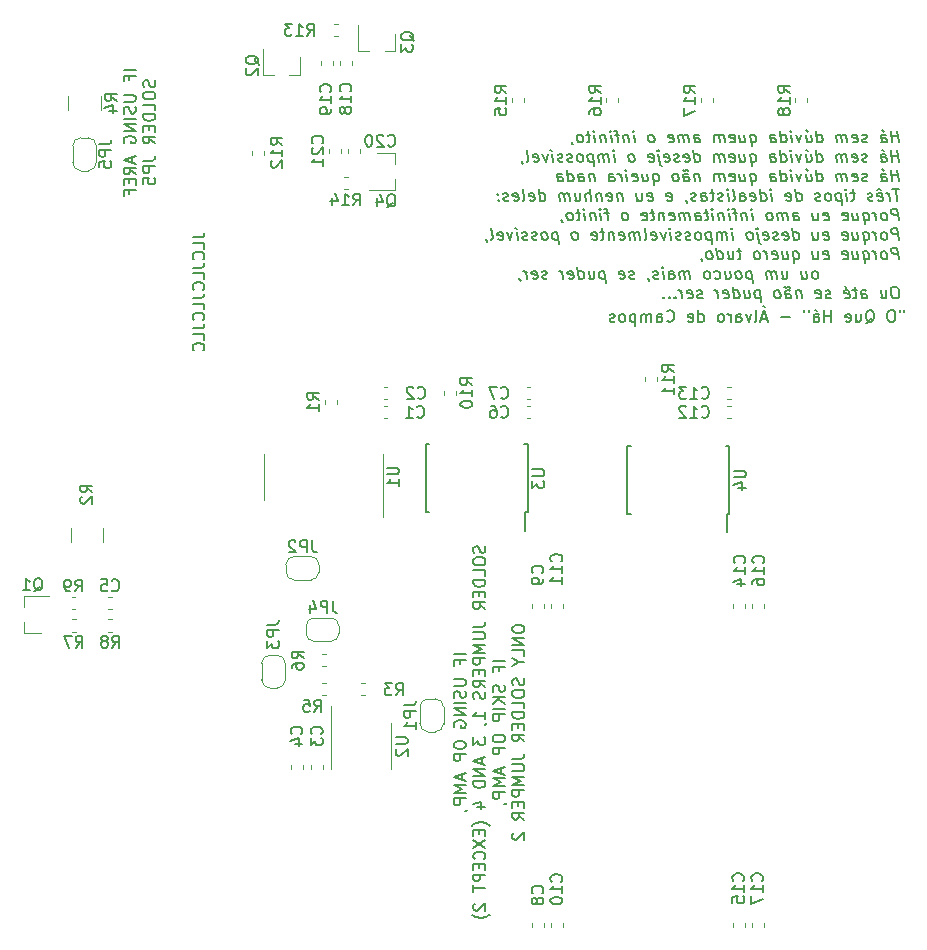
<source format=gbr>
%TF.GenerationSoftware,KiCad,Pcbnew,5.1.6-c6e7f7d~87~ubuntu18.04.1*%
%TF.CreationDate,2020-08-12T00:38:11-03:00*%
%TF.ProjectId,tfMainBoard,74664d61-696e-4426-9f61-72642e6b6963,Rev 1.0.0*%
%TF.SameCoordinates,Original*%
%TF.FileFunction,Legend,Bot*%
%TF.FilePolarity,Positive*%
%FSLAX46Y46*%
G04 Gerber Fmt 4.6, Leading zero omitted, Abs format (unit mm)*
G04 Created by KiCad (PCBNEW 5.1.6-c6e7f7d~87~ubuntu18.04.1) date 2020-08-12 00:38:11*
%MOMM*%
%LPD*%
G01*
G04 APERTURE LIST*
%ADD10C,0.150000*%
%ADD11C,0.120000*%
G04 APERTURE END LIST*
D10*
X166712023Y-73052380D02*
X166712023Y-73242857D01*
X166331071Y-73052380D02*
X166331071Y-73242857D01*
X165712023Y-73052380D02*
X165521547Y-73052380D01*
X165426309Y-73100000D01*
X165331071Y-73195238D01*
X165283452Y-73385714D01*
X165283452Y-73719047D01*
X165331071Y-73909523D01*
X165426309Y-74004761D01*
X165521547Y-74052380D01*
X165712023Y-74052380D01*
X165807261Y-74004761D01*
X165902500Y-73909523D01*
X165950119Y-73719047D01*
X165950119Y-73385714D01*
X165902500Y-73195238D01*
X165807261Y-73100000D01*
X165712023Y-73052380D01*
X163426309Y-74147619D02*
X163521547Y-74100000D01*
X163616785Y-74004761D01*
X163759642Y-73861904D01*
X163854880Y-73814285D01*
X163950119Y-73814285D01*
X163902500Y-74052380D02*
X163997738Y-74004761D01*
X164092976Y-73909523D01*
X164140595Y-73719047D01*
X164140595Y-73385714D01*
X164092976Y-73195238D01*
X163997738Y-73100000D01*
X163902500Y-73052380D01*
X163712023Y-73052380D01*
X163616785Y-73100000D01*
X163521547Y-73195238D01*
X163473928Y-73385714D01*
X163473928Y-73719047D01*
X163521547Y-73909523D01*
X163616785Y-74004761D01*
X163712023Y-74052380D01*
X163902500Y-74052380D01*
X162616785Y-73385714D02*
X162616785Y-74052380D01*
X163045357Y-73385714D02*
X163045357Y-73909523D01*
X162997738Y-74004761D01*
X162902500Y-74052380D01*
X162759642Y-74052380D01*
X162664404Y-74004761D01*
X162616785Y-73957142D01*
X161759642Y-74004761D02*
X161854880Y-74052380D01*
X162045357Y-74052380D01*
X162140595Y-74004761D01*
X162188214Y-73909523D01*
X162188214Y-73528571D01*
X162140595Y-73433333D01*
X162045357Y-73385714D01*
X161854880Y-73385714D01*
X161759642Y-73433333D01*
X161712023Y-73528571D01*
X161712023Y-73623809D01*
X162188214Y-73719047D01*
X160521547Y-74052380D02*
X160521547Y-73052380D01*
X160521547Y-73528571D02*
X159950119Y-73528571D01*
X159950119Y-74052380D02*
X159950119Y-73052380D01*
X159045357Y-74052380D02*
X159045357Y-73528571D01*
X159092976Y-73433333D01*
X159188214Y-73385714D01*
X159378690Y-73385714D01*
X159473928Y-73433333D01*
X159045357Y-74004761D02*
X159140595Y-74052380D01*
X159378690Y-74052380D01*
X159473928Y-74004761D01*
X159521547Y-73909523D01*
X159521547Y-73814285D01*
X159473928Y-73719047D01*
X159378690Y-73671428D01*
X159140595Y-73671428D01*
X159045357Y-73623809D01*
X159188214Y-73004761D02*
X159331071Y-73147619D01*
X158616785Y-73052380D02*
X158616785Y-73242857D01*
X158235833Y-73052380D02*
X158235833Y-73242857D01*
X157045357Y-73671428D02*
X156283452Y-73671428D01*
X155092976Y-73766666D02*
X154616785Y-73766666D01*
X155188214Y-74052380D02*
X154854880Y-73052380D01*
X154521547Y-74052380D01*
X154759642Y-72671428D02*
X154902500Y-72814285D01*
X154045357Y-74052380D02*
X154140595Y-74004761D01*
X154188214Y-73909523D01*
X154188214Y-73052380D01*
X153759642Y-73385714D02*
X153521547Y-74052380D01*
X153283452Y-73385714D01*
X152473928Y-74052380D02*
X152473928Y-73528571D01*
X152521547Y-73433333D01*
X152616785Y-73385714D01*
X152807261Y-73385714D01*
X152902500Y-73433333D01*
X152473928Y-74004761D02*
X152569166Y-74052380D01*
X152807261Y-74052380D01*
X152902500Y-74004761D01*
X152950119Y-73909523D01*
X152950119Y-73814285D01*
X152902500Y-73719047D01*
X152807261Y-73671428D01*
X152569166Y-73671428D01*
X152473928Y-73623809D01*
X151997738Y-74052380D02*
X151997738Y-73385714D01*
X151997738Y-73576190D02*
X151950119Y-73480952D01*
X151902500Y-73433333D01*
X151807261Y-73385714D01*
X151712023Y-73385714D01*
X151235833Y-74052380D02*
X151331071Y-74004761D01*
X151378690Y-73957142D01*
X151426309Y-73861904D01*
X151426309Y-73576190D01*
X151378690Y-73480952D01*
X151331071Y-73433333D01*
X151235833Y-73385714D01*
X151092976Y-73385714D01*
X150997738Y-73433333D01*
X150950119Y-73480952D01*
X150902500Y-73576190D01*
X150902500Y-73861904D01*
X150950119Y-73957142D01*
X150997738Y-74004761D01*
X151092976Y-74052380D01*
X151235833Y-74052380D01*
X149283452Y-74052380D02*
X149283452Y-73052380D01*
X149283452Y-74004761D02*
X149378690Y-74052380D01*
X149569166Y-74052380D01*
X149664404Y-74004761D01*
X149712023Y-73957142D01*
X149759642Y-73861904D01*
X149759642Y-73576190D01*
X149712023Y-73480952D01*
X149664404Y-73433333D01*
X149569166Y-73385714D01*
X149378690Y-73385714D01*
X149283452Y-73433333D01*
X148426309Y-74004761D02*
X148521547Y-74052380D01*
X148712023Y-74052380D01*
X148807261Y-74004761D01*
X148854880Y-73909523D01*
X148854880Y-73528571D01*
X148807261Y-73433333D01*
X148712023Y-73385714D01*
X148521547Y-73385714D01*
X148426309Y-73433333D01*
X148378690Y-73528571D01*
X148378690Y-73623809D01*
X148854880Y-73719047D01*
X146616785Y-73957142D02*
X146664404Y-74004761D01*
X146807261Y-74052380D01*
X146902500Y-74052380D01*
X147045357Y-74004761D01*
X147140595Y-73909523D01*
X147188214Y-73814285D01*
X147235833Y-73623809D01*
X147235833Y-73480952D01*
X147188214Y-73290476D01*
X147140595Y-73195238D01*
X147045357Y-73100000D01*
X146902500Y-73052380D01*
X146807261Y-73052380D01*
X146664404Y-73100000D01*
X146616785Y-73147619D01*
X145759642Y-74052380D02*
X145759642Y-73528571D01*
X145807261Y-73433333D01*
X145902500Y-73385714D01*
X146092976Y-73385714D01*
X146188214Y-73433333D01*
X145759642Y-74004761D02*
X145854880Y-74052380D01*
X146092976Y-74052380D01*
X146188214Y-74004761D01*
X146235833Y-73909523D01*
X146235833Y-73814285D01*
X146188214Y-73719047D01*
X146092976Y-73671428D01*
X145854880Y-73671428D01*
X145759642Y-73623809D01*
X145283452Y-74052380D02*
X145283452Y-73385714D01*
X145283452Y-73480952D02*
X145235833Y-73433333D01*
X145140595Y-73385714D01*
X144997738Y-73385714D01*
X144902500Y-73433333D01*
X144854880Y-73528571D01*
X144854880Y-74052380D01*
X144854880Y-73528571D02*
X144807261Y-73433333D01*
X144712023Y-73385714D01*
X144569166Y-73385714D01*
X144473928Y-73433333D01*
X144426309Y-73528571D01*
X144426309Y-74052380D01*
X143950119Y-73385714D02*
X143950119Y-74385714D01*
X143950119Y-73433333D02*
X143854880Y-73385714D01*
X143664404Y-73385714D01*
X143569166Y-73433333D01*
X143521547Y-73480952D01*
X143473928Y-73576190D01*
X143473928Y-73861904D01*
X143521547Y-73957142D01*
X143569166Y-74004761D01*
X143664404Y-74052380D01*
X143854880Y-74052380D01*
X143950119Y-74004761D01*
X142902500Y-74052380D02*
X142997738Y-74004761D01*
X143045357Y-73957142D01*
X143092976Y-73861904D01*
X143092976Y-73576190D01*
X143045357Y-73480952D01*
X142997738Y-73433333D01*
X142902500Y-73385714D01*
X142759642Y-73385714D01*
X142664404Y-73433333D01*
X142616785Y-73480952D01*
X142569166Y-73576190D01*
X142569166Y-73861904D01*
X142616785Y-73957142D01*
X142664404Y-74004761D01*
X142759642Y-74052380D01*
X142902500Y-74052380D01*
X142188214Y-74004761D02*
X142092976Y-74052380D01*
X141902500Y-74052380D01*
X141807261Y-74004761D01*
X141759642Y-73909523D01*
X141759642Y-73861904D01*
X141807261Y-73766666D01*
X141902500Y-73719047D01*
X142045357Y-73719047D01*
X142140595Y-73671428D01*
X142188214Y-73576190D01*
X142188214Y-73528571D01*
X142140595Y-73433333D01*
X142045357Y-73385714D01*
X141902500Y-73385714D01*
X141807261Y-73433333D01*
X101627380Y-52738095D02*
X100627380Y-52738095D01*
X101103571Y-53547619D02*
X101103571Y-53214285D01*
X101627380Y-53214285D02*
X100627380Y-53214285D01*
X100627380Y-53690476D01*
X100627380Y-54833333D02*
X101436904Y-54833333D01*
X101532142Y-54880952D01*
X101579761Y-54928571D01*
X101627380Y-55023809D01*
X101627380Y-55214285D01*
X101579761Y-55309523D01*
X101532142Y-55357142D01*
X101436904Y-55404761D01*
X100627380Y-55404761D01*
X101579761Y-55833333D02*
X101627380Y-55976190D01*
X101627380Y-56214285D01*
X101579761Y-56309523D01*
X101532142Y-56357142D01*
X101436904Y-56404761D01*
X101341666Y-56404761D01*
X101246428Y-56357142D01*
X101198809Y-56309523D01*
X101151190Y-56214285D01*
X101103571Y-56023809D01*
X101055952Y-55928571D01*
X101008333Y-55880952D01*
X100913095Y-55833333D01*
X100817857Y-55833333D01*
X100722619Y-55880952D01*
X100675000Y-55928571D01*
X100627380Y-56023809D01*
X100627380Y-56261904D01*
X100675000Y-56404761D01*
X101627380Y-56833333D02*
X100627380Y-56833333D01*
X101627380Y-57309523D02*
X100627380Y-57309523D01*
X101627380Y-57880952D01*
X100627380Y-57880952D01*
X100675000Y-58880952D02*
X100627380Y-58785714D01*
X100627380Y-58642857D01*
X100675000Y-58500000D01*
X100770238Y-58404761D01*
X100865476Y-58357142D01*
X101055952Y-58309523D01*
X101198809Y-58309523D01*
X101389285Y-58357142D01*
X101484523Y-58404761D01*
X101579761Y-58500000D01*
X101627380Y-58642857D01*
X101627380Y-58738095D01*
X101579761Y-58880952D01*
X101532142Y-58928571D01*
X101198809Y-58928571D01*
X101198809Y-58738095D01*
X101341666Y-60071428D02*
X101341666Y-60547619D01*
X101627380Y-59976190D02*
X100627380Y-60309523D01*
X101627380Y-60642857D01*
X101627380Y-61547619D02*
X101151190Y-61214285D01*
X101627380Y-60976190D02*
X100627380Y-60976190D01*
X100627380Y-61357142D01*
X100675000Y-61452380D01*
X100722619Y-61500000D01*
X100817857Y-61547619D01*
X100960714Y-61547619D01*
X101055952Y-61500000D01*
X101103571Y-61452380D01*
X101151190Y-61357142D01*
X101151190Y-60976190D01*
X101103571Y-61976190D02*
X101103571Y-62309523D01*
X101627380Y-62452380D02*
X101627380Y-61976190D01*
X100627380Y-61976190D01*
X100627380Y-62452380D01*
X101103571Y-63214285D02*
X101103571Y-62880952D01*
X101627380Y-62880952D02*
X100627380Y-62880952D01*
X100627380Y-63357142D01*
X103229761Y-53595238D02*
X103277380Y-53738095D01*
X103277380Y-53976190D01*
X103229761Y-54071428D01*
X103182142Y-54119047D01*
X103086904Y-54166666D01*
X102991666Y-54166666D01*
X102896428Y-54119047D01*
X102848809Y-54071428D01*
X102801190Y-53976190D01*
X102753571Y-53785714D01*
X102705952Y-53690476D01*
X102658333Y-53642857D01*
X102563095Y-53595238D01*
X102467857Y-53595238D01*
X102372619Y-53642857D01*
X102325000Y-53690476D01*
X102277380Y-53785714D01*
X102277380Y-54023809D01*
X102325000Y-54166666D01*
X102277380Y-54785714D02*
X102277380Y-54976190D01*
X102325000Y-55071428D01*
X102420238Y-55166666D01*
X102610714Y-55214285D01*
X102944047Y-55214285D01*
X103134523Y-55166666D01*
X103229761Y-55071428D01*
X103277380Y-54976190D01*
X103277380Y-54785714D01*
X103229761Y-54690476D01*
X103134523Y-54595238D01*
X102944047Y-54547619D01*
X102610714Y-54547619D01*
X102420238Y-54595238D01*
X102325000Y-54690476D01*
X102277380Y-54785714D01*
X103277380Y-56119047D02*
X103277380Y-55642857D01*
X102277380Y-55642857D01*
X103277380Y-56452380D02*
X102277380Y-56452380D01*
X102277380Y-56690476D01*
X102325000Y-56833333D01*
X102420238Y-56928571D01*
X102515476Y-56976190D01*
X102705952Y-57023809D01*
X102848809Y-57023809D01*
X103039285Y-56976190D01*
X103134523Y-56928571D01*
X103229761Y-56833333D01*
X103277380Y-56690476D01*
X103277380Y-56452380D01*
X102753571Y-57452380D02*
X102753571Y-57785714D01*
X103277380Y-57928571D02*
X103277380Y-57452380D01*
X102277380Y-57452380D01*
X102277380Y-57928571D01*
X103277380Y-58928571D02*
X102801190Y-58595238D01*
X103277380Y-58357142D02*
X102277380Y-58357142D01*
X102277380Y-58738095D01*
X102325000Y-58833333D01*
X102372619Y-58880952D01*
X102467857Y-58928571D01*
X102610714Y-58928571D01*
X102705952Y-58880952D01*
X102753571Y-58833333D01*
X102801190Y-58738095D01*
X102801190Y-58357142D01*
X102277380Y-60404761D02*
X102991666Y-60404761D01*
X103134523Y-60357142D01*
X103229761Y-60261904D01*
X103277380Y-60119047D01*
X103277380Y-60023809D01*
X103277380Y-60880952D02*
X102277380Y-60880952D01*
X102277380Y-61261904D01*
X102325000Y-61357142D01*
X102372619Y-61404761D01*
X102467857Y-61452380D01*
X102610714Y-61452380D01*
X102705952Y-61404761D01*
X102753571Y-61357142D01*
X102801190Y-61261904D01*
X102801190Y-60880952D01*
X102277380Y-62357142D02*
X102277380Y-61880952D01*
X102753571Y-61833333D01*
X102705952Y-61880952D01*
X102658333Y-61976190D01*
X102658333Y-62214285D01*
X102705952Y-62309523D01*
X102753571Y-62357142D01*
X102848809Y-62404761D01*
X103086904Y-62404761D01*
X103182142Y-62357142D01*
X103229761Y-62309523D01*
X103277380Y-62214285D01*
X103277380Y-61976190D01*
X103229761Y-61880952D01*
X103182142Y-61833333D01*
X129577380Y-102204761D02*
X128577380Y-102204761D01*
X129053571Y-103014285D02*
X129053571Y-102680952D01*
X129577380Y-102680952D02*
X128577380Y-102680952D01*
X128577380Y-103157142D01*
X128577380Y-104300000D02*
X129386904Y-104300000D01*
X129482142Y-104347619D01*
X129529761Y-104395238D01*
X129577380Y-104490476D01*
X129577380Y-104680952D01*
X129529761Y-104776190D01*
X129482142Y-104823809D01*
X129386904Y-104871428D01*
X128577380Y-104871428D01*
X129529761Y-105300000D02*
X129577380Y-105442857D01*
X129577380Y-105680952D01*
X129529761Y-105776190D01*
X129482142Y-105823809D01*
X129386904Y-105871428D01*
X129291666Y-105871428D01*
X129196428Y-105823809D01*
X129148809Y-105776190D01*
X129101190Y-105680952D01*
X129053571Y-105490476D01*
X129005952Y-105395238D01*
X128958333Y-105347619D01*
X128863095Y-105300000D01*
X128767857Y-105300000D01*
X128672619Y-105347619D01*
X128625000Y-105395238D01*
X128577380Y-105490476D01*
X128577380Y-105728571D01*
X128625000Y-105871428D01*
X129577380Y-106300000D02*
X128577380Y-106300000D01*
X129577380Y-106776190D02*
X128577380Y-106776190D01*
X129577380Y-107347619D01*
X128577380Y-107347619D01*
X128625000Y-108347619D02*
X128577380Y-108252380D01*
X128577380Y-108109523D01*
X128625000Y-107966666D01*
X128720238Y-107871428D01*
X128815476Y-107823809D01*
X129005952Y-107776190D01*
X129148809Y-107776190D01*
X129339285Y-107823809D01*
X129434523Y-107871428D01*
X129529761Y-107966666D01*
X129577380Y-108109523D01*
X129577380Y-108204761D01*
X129529761Y-108347619D01*
X129482142Y-108395238D01*
X129148809Y-108395238D01*
X129148809Y-108204761D01*
X128577380Y-109776190D02*
X128577380Y-109966666D01*
X128625000Y-110061904D01*
X128720238Y-110157142D01*
X128910714Y-110204761D01*
X129244047Y-110204761D01*
X129434523Y-110157142D01*
X129529761Y-110061904D01*
X129577380Y-109966666D01*
X129577380Y-109776190D01*
X129529761Y-109680952D01*
X129434523Y-109585714D01*
X129244047Y-109538095D01*
X128910714Y-109538095D01*
X128720238Y-109585714D01*
X128625000Y-109680952D01*
X128577380Y-109776190D01*
X129577380Y-110633333D02*
X128577380Y-110633333D01*
X128577380Y-111014285D01*
X128625000Y-111109523D01*
X128672619Y-111157142D01*
X128767857Y-111204761D01*
X128910714Y-111204761D01*
X129005952Y-111157142D01*
X129053571Y-111109523D01*
X129101190Y-111014285D01*
X129101190Y-110633333D01*
X129291666Y-112347619D02*
X129291666Y-112823809D01*
X129577380Y-112252380D02*
X128577380Y-112585714D01*
X129577380Y-112919047D01*
X129577380Y-113252380D02*
X128577380Y-113252380D01*
X129291666Y-113585714D01*
X128577380Y-113919047D01*
X129577380Y-113919047D01*
X129577380Y-114395238D02*
X128577380Y-114395238D01*
X128577380Y-114776190D01*
X128625000Y-114871428D01*
X128672619Y-114919047D01*
X128767857Y-114966666D01*
X128910714Y-114966666D01*
X129005952Y-114919047D01*
X129053571Y-114871428D01*
X129101190Y-114776190D01*
X129101190Y-114395238D01*
X129529761Y-115442857D02*
X129577380Y-115442857D01*
X129672619Y-115395238D01*
X129720238Y-115347619D01*
X131179761Y-93038095D02*
X131227380Y-93180952D01*
X131227380Y-93419047D01*
X131179761Y-93514285D01*
X131132142Y-93561904D01*
X131036904Y-93609523D01*
X130941666Y-93609523D01*
X130846428Y-93561904D01*
X130798809Y-93514285D01*
X130751190Y-93419047D01*
X130703571Y-93228571D01*
X130655952Y-93133333D01*
X130608333Y-93085714D01*
X130513095Y-93038095D01*
X130417857Y-93038095D01*
X130322619Y-93085714D01*
X130275000Y-93133333D01*
X130227380Y-93228571D01*
X130227380Y-93466666D01*
X130275000Y-93609523D01*
X130227380Y-94228571D02*
X130227380Y-94419047D01*
X130275000Y-94514285D01*
X130370238Y-94609523D01*
X130560714Y-94657142D01*
X130894047Y-94657142D01*
X131084523Y-94609523D01*
X131179761Y-94514285D01*
X131227380Y-94419047D01*
X131227380Y-94228571D01*
X131179761Y-94133333D01*
X131084523Y-94038095D01*
X130894047Y-93990476D01*
X130560714Y-93990476D01*
X130370238Y-94038095D01*
X130275000Y-94133333D01*
X130227380Y-94228571D01*
X131227380Y-95561904D02*
X131227380Y-95085714D01*
X130227380Y-95085714D01*
X131227380Y-95895238D02*
X130227380Y-95895238D01*
X130227380Y-96133333D01*
X130275000Y-96276190D01*
X130370238Y-96371428D01*
X130465476Y-96419047D01*
X130655952Y-96466666D01*
X130798809Y-96466666D01*
X130989285Y-96419047D01*
X131084523Y-96371428D01*
X131179761Y-96276190D01*
X131227380Y-96133333D01*
X131227380Y-95895238D01*
X130703571Y-96895238D02*
X130703571Y-97228571D01*
X131227380Y-97371428D02*
X131227380Y-96895238D01*
X130227380Y-96895238D01*
X130227380Y-97371428D01*
X131227380Y-98371428D02*
X130751190Y-98038095D01*
X131227380Y-97800000D02*
X130227380Y-97800000D01*
X130227380Y-98180952D01*
X130275000Y-98276190D01*
X130322619Y-98323809D01*
X130417857Y-98371428D01*
X130560714Y-98371428D01*
X130655952Y-98323809D01*
X130703571Y-98276190D01*
X130751190Y-98180952D01*
X130751190Y-97800000D01*
X130227380Y-99847619D02*
X130941666Y-99847619D01*
X131084523Y-99800000D01*
X131179761Y-99704761D01*
X131227380Y-99561904D01*
X131227380Y-99466666D01*
X130227380Y-100323809D02*
X131036904Y-100323809D01*
X131132142Y-100371428D01*
X131179761Y-100419047D01*
X131227380Y-100514285D01*
X131227380Y-100704761D01*
X131179761Y-100800000D01*
X131132142Y-100847619D01*
X131036904Y-100895238D01*
X130227380Y-100895238D01*
X131227380Y-101371428D02*
X130227380Y-101371428D01*
X130941666Y-101704761D01*
X130227380Y-102038095D01*
X131227380Y-102038095D01*
X131227380Y-102514285D02*
X130227380Y-102514285D01*
X130227380Y-102895238D01*
X130275000Y-102990476D01*
X130322619Y-103038095D01*
X130417857Y-103085714D01*
X130560714Y-103085714D01*
X130655952Y-103038095D01*
X130703571Y-102990476D01*
X130751190Y-102895238D01*
X130751190Y-102514285D01*
X130703571Y-103514285D02*
X130703571Y-103847619D01*
X131227380Y-103990476D02*
X131227380Y-103514285D01*
X130227380Y-103514285D01*
X130227380Y-103990476D01*
X131227380Y-104990476D02*
X130751190Y-104657142D01*
X131227380Y-104419047D02*
X130227380Y-104419047D01*
X130227380Y-104800000D01*
X130275000Y-104895238D01*
X130322619Y-104942857D01*
X130417857Y-104990476D01*
X130560714Y-104990476D01*
X130655952Y-104942857D01*
X130703571Y-104895238D01*
X130751190Y-104800000D01*
X130751190Y-104419047D01*
X131179761Y-105371428D02*
X131227380Y-105514285D01*
X131227380Y-105752380D01*
X131179761Y-105847619D01*
X131132142Y-105895238D01*
X131036904Y-105942857D01*
X130941666Y-105942857D01*
X130846428Y-105895238D01*
X130798809Y-105847619D01*
X130751190Y-105752380D01*
X130703571Y-105561904D01*
X130655952Y-105466666D01*
X130608333Y-105419047D01*
X130513095Y-105371428D01*
X130417857Y-105371428D01*
X130322619Y-105419047D01*
X130275000Y-105466666D01*
X130227380Y-105561904D01*
X130227380Y-105800000D01*
X130275000Y-105942857D01*
X131227380Y-107657142D02*
X131227380Y-107085714D01*
X131227380Y-107371428D02*
X130227380Y-107371428D01*
X130370238Y-107276190D01*
X130465476Y-107180952D01*
X130513095Y-107085714D01*
X131179761Y-108133333D02*
X131227380Y-108133333D01*
X131322619Y-108085714D01*
X131370238Y-108038095D01*
X130227380Y-109228571D02*
X130227380Y-109847619D01*
X130608333Y-109514285D01*
X130608333Y-109657142D01*
X130655952Y-109752380D01*
X130703571Y-109799999D01*
X130798809Y-109847619D01*
X131036904Y-109847619D01*
X131132142Y-109799999D01*
X131179761Y-109752380D01*
X131227380Y-109657142D01*
X131227380Y-109371428D01*
X131179761Y-109276190D01*
X131132142Y-109228571D01*
X130941666Y-110990476D02*
X130941666Y-111466666D01*
X131227380Y-110895238D02*
X130227380Y-111228571D01*
X131227380Y-111561904D01*
X131227380Y-111895238D02*
X130227380Y-111895238D01*
X131227380Y-112466666D01*
X130227380Y-112466666D01*
X131227380Y-112942857D02*
X130227380Y-112942857D01*
X130227380Y-113180952D01*
X130275000Y-113323809D01*
X130370238Y-113419047D01*
X130465476Y-113466666D01*
X130655952Y-113514285D01*
X130798809Y-113514285D01*
X130989285Y-113466666D01*
X131084523Y-113419047D01*
X131179761Y-113323809D01*
X131227380Y-113180952D01*
X131227380Y-112942857D01*
X130560714Y-115133333D02*
X131227380Y-115133333D01*
X130179761Y-114895238D02*
X130894047Y-114657142D01*
X130894047Y-115276190D01*
X131608333Y-116704761D02*
X131560714Y-116657142D01*
X131417857Y-116561904D01*
X131322619Y-116514285D01*
X131179761Y-116466666D01*
X130941666Y-116419047D01*
X130751190Y-116419047D01*
X130513095Y-116466666D01*
X130370238Y-116514285D01*
X130275000Y-116561904D01*
X130132142Y-116657142D01*
X130084523Y-116704761D01*
X130703571Y-117085714D02*
X130703571Y-117419047D01*
X131227380Y-117561904D02*
X131227380Y-117085714D01*
X130227380Y-117085714D01*
X130227380Y-117561904D01*
X130227380Y-117895238D02*
X131227380Y-118561904D01*
X130227380Y-118561904D02*
X131227380Y-117895238D01*
X131132142Y-119514285D02*
X131179761Y-119466666D01*
X131227380Y-119323809D01*
X131227380Y-119228571D01*
X131179761Y-119085714D01*
X131084523Y-118990476D01*
X130989285Y-118942857D01*
X130798809Y-118895238D01*
X130655952Y-118895238D01*
X130465476Y-118942857D01*
X130370238Y-118990476D01*
X130275000Y-119085714D01*
X130227380Y-119228571D01*
X130227380Y-119323809D01*
X130275000Y-119466666D01*
X130322619Y-119514285D01*
X130703571Y-119942857D02*
X130703571Y-120276190D01*
X131227380Y-120419047D02*
X131227380Y-119942857D01*
X130227380Y-119942857D01*
X130227380Y-120419047D01*
X131227380Y-120847619D02*
X130227380Y-120847619D01*
X130227380Y-121228571D01*
X130275000Y-121323809D01*
X130322619Y-121371428D01*
X130417857Y-121419047D01*
X130560714Y-121419047D01*
X130655952Y-121371428D01*
X130703571Y-121323809D01*
X130751190Y-121228571D01*
X130751190Y-120847619D01*
X130227380Y-121704761D02*
X130227380Y-122276190D01*
X131227380Y-121990476D02*
X130227380Y-121990476D01*
X130322619Y-123323809D02*
X130275000Y-123371428D01*
X130227380Y-123466666D01*
X130227380Y-123704761D01*
X130275000Y-123799999D01*
X130322619Y-123847619D01*
X130417857Y-123895238D01*
X130513095Y-123895238D01*
X130655952Y-123847619D01*
X131227380Y-123276190D01*
X131227380Y-123895238D01*
X131608333Y-124228571D02*
X131560714Y-124276190D01*
X131417857Y-124371428D01*
X131322619Y-124419047D01*
X131179761Y-124466666D01*
X130941666Y-124514285D01*
X130751190Y-124514285D01*
X130513095Y-124466666D01*
X130370238Y-124419047D01*
X130275000Y-124371428D01*
X130132142Y-124276190D01*
X130084523Y-124228571D01*
X132877380Y-102752380D02*
X131877380Y-102752380D01*
X132353571Y-103561904D02*
X132353571Y-103228571D01*
X132877380Y-103228571D02*
X131877380Y-103228571D01*
X131877380Y-103704761D01*
X132829761Y-104800000D02*
X132877380Y-104942857D01*
X132877380Y-105180952D01*
X132829761Y-105276190D01*
X132782142Y-105323809D01*
X132686904Y-105371428D01*
X132591666Y-105371428D01*
X132496428Y-105323809D01*
X132448809Y-105276190D01*
X132401190Y-105180952D01*
X132353571Y-104990476D01*
X132305952Y-104895238D01*
X132258333Y-104847619D01*
X132163095Y-104800000D01*
X132067857Y-104800000D01*
X131972619Y-104847619D01*
X131925000Y-104895238D01*
X131877380Y-104990476D01*
X131877380Y-105228571D01*
X131925000Y-105371428D01*
X132877380Y-105800000D02*
X131877380Y-105800000D01*
X132877380Y-106371428D02*
X132305952Y-105942857D01*
X131877380Y-106371428D02*
X132448809Y-105800000D01*
X132877380Y-106800000D02*
X131877380Y-106800000D01*
X132877380Y-107276190D02*
X131877380Y-107276190D01*
X131877380Y-107657142D01*
X131925000Y-107752380D01*
X131972619Y-107800000D01*
X132067857Y-107847619D01*
X132210714Y-107847619D01*
X132305952Y-107800000D01*
X132353571Y-107752380D01*
X132401190Y-107657142D01*
X132401190Y-107276190D01*
X131877380Y-109228571D02*
X131877380Y-109419047D01*
X131925000Y-109514285D01*
X132020238Y-109609523D01*
X132210714Y-109657142D01*
X132544047Y-109657142D01*
X132734523Y-109609523D01*
X132829761Y-109514285D01*
X132877380Y-109419047D01*
X132877380Y-109228571D01*
X132829761Y-109133333D01*
X132734523Y-109038095D01*
X132544047Y-108990476D01*
X132210714Y-108990476D01*
X132020238Y-109038095D01*
X131925000Y-109133333D01*
X131877380Y-109228571D01*
X132877380Y-110085714D02*
X131877380Y-110085714D01*
X131877380Y-110466666D01*
X131925000Y-110561904D01*
X131972619Y-110609523D01*
X132067857Y-110657142D01*
X132210714Y-110657142D01*
X132305952Y-110609523D01*
X132353571Y-110561904D01*
X132401190Y-110466666D01*
X132401190Y-110085714D01*
X132591666Y-111800000D02*
X132591666Y-112276190D01*
X132877380Y-111704761D02*
X131877380Y-112038095D01*
X132877380Y-112371428D01*
X132877380Y-112704761D02*
X131877380Y-112704761D01*
X132591666Y-113038095D01*
X131877380Y-113371428D01*
X132877380Y-113371428D01*
X132877380Y-113847619D02*
X131877380Y-113847619D01*
X131877380Y-114228571D01*
X131925000Y-114323809D01*
X131972619Y-114371428D01*
X132067857Y-114419047D01*
X132210714Y-114419047D01*
X132305952Y-114371428D01*
X132353571Y-114323809D01*
X132401190Y-114228571D01*
X132401190Y-113847619D01*
X132829761Y-114895238D02*
X132877380Y-114895238D01*
X132972619Y-114847619D01*
X133020238Y-114800000D01*
X133527380Y-99942857D02*
X133527380Y-100133333D01*
X133575000Y-100228571D01*
X133670238Y-100323809D01*
X133860714Y-100371428D01*
X134194047Y-100371428D01*
X134384523Y-100323809D01*
X134479761Y-100228571D01*
X134527380Y-100133333D01*
X134527380Y-99942857D01*
X134479761Y-99847619D01*
X134384523Y-99752380D01*
X134194047Y-99704761D01*
X133860714Y-99704761D01*
X133670238Y-99752380D01*
X133575000Y-99847619D01*
X133527380Y-99942857D01*
X134527380Y-100800000D02*
X133527380Y-100800000D01*
X134527380Y-101371428D01*
X133527380Y-101371428D01*
X134527380Y-102323809D02*
X134527380Y-101847619D01*
X133527380Y-101847619D01*
X134051190Y-102847619D02*
X134527380Y-102847619D01*
X133527380Y-102514285D02*
X134051190Y-102847619D01*
X133527380Y-103180952D01*
X134479761Y-104228571D02*
X134527380Y-104371428D01*
X134527380Y-104609523D01*
X134479761Y-104704761D01*
X134432142Y-104752380D01*
X134336904Y-104800000D01*
X134241666Y-104800000D01*
X134146428Y-104752380D01*
X134098809Y-104704761D01*
X134051190Y-104609523D01*
X134003571Y-104419047D01*
X133955952Y-104323809D01*
X133908333Y-104276190D01*
X133813095Y-104228571D01*
X133717857Y-104228571D01*
X133622619Y-104276190D01*
X133575000Y-104323809D01*
X133527380Y-104419047D01*
X133527380Y-104657142D01*
X133575000Y-104800000D01*
X133527380Y-105419047D02*
X133527380Y-105609523D01*
X133575000Y-105704761D01*
X133670238Y-105800000D01*
X133860714Y-105847619D01*
X134194047Y-105847619D01*
X134384523Y-105800000D01*
X134479761Y-105704761D01*
X134527380Y-105609523D01*
X134527380Y-105419047D01*
X134479761Y-105323809D01*
X134384523Y-105228571D01*
X134194047Y-105180952D01*
X133860714Y-105180952D01*
X133670238Y-105228571D01*
X133575000Y-105323809D01*
X133527380Y-105419047D01*
X134527380Y-106752380D02*
X134527380Y-106276190D01*
X133527380Y-106276190D01*
X134527380Y-107085714D02*
X133527380Y-107085714D01*
X133527380Y-107323809D01*
X133575000Y-107466666D01*
X133670238Y-107561904D01*
X133765476Y-107609523D01*
X133955952Y-107657142D01*
X134098809Y-107657142D01*
X134289285Y-107609523D01*
X134384523Y-107561904D01*
X134479761Y-107466666D01*
X134527380Y-107323809D01*
X134527380Y-107085714D01*
X134003571Y-108085714D02*
X134003571Y-108419047D01*
X134527380Y-108561904D02*
X134527380Y-108085714D01*
X133527380Y-108085714D01*
X133527380Y-108561904D01*
X134527380Y-109561904D02*
X134051190Y-109228571D01*
X134527380Y-108990476D02*
X133527380Y-108990476D01*
X133527380Y-109371428D01*
X133575000Y-109466666D01*
X133622619Y-109514285D01*
X133717857Y-109561904D01*
X133860714Y-109561904D01*
X133955952Y-109514285D01*
X134003571Y-109466666D01*
X134051190Y-109371428D01*
X134051190Y-108990476D01*
X133527380Y-111038095D02*
X134241666Y-111038095D01*
X134384523Y-110990476D01*
X134479761Y-110895238D01*
X134527380Y-110752380D01*
X134527380Y-110657142D01*
X133527380Y-111514285D02*
X134336904Y-111514285D01*
X134432142Y-111561904D01*
X134479761Y-111609523D01*
X134527380Y-111704761D01*
X134527380Y-111895238D01*
X134479761Y-111990476D01*
X134432142Y-112038095D01*
X134336904Y-112085714D01*
X133527380Y-112085714D01*
X134527380Y-112561904D02*
X133527380Y-112561904D01*
X134241666Y-112895238D01*
X133527380Y-113228571D01*
X134527380Y-113228571D01*
X134527380Y-113704761D02*
X133527380Y-113704761D01*
X133527380Y-114085714D01*
X133575000Y-114180952D01*
X133622619Y-114228571D01*
X133717857Y-114276190D01*
X133860714Y-114276190D01*
X133955952Y-114228571D01*
X134003571Y-114180952D01*
X134051190Y-114085714D01*
X134051190Y-113704761D01*
X134003571Y-114704761D02*
X134003571Y-115038095D01*
X134527380Y-115180952D02*
X134527380Y-114704761D01*
X133527380Y-114704761D01*
X133527380Y-115180952D01*
X134527380Y-116180952D02*
X134051190Y-115847619D01*
X134527380Y-115609523D02*
X133527380Y-115609523D01*
X133527380Y-115990476D01*
X133575000Y-116085714D01*
X133622619Y-116133333D01*
X133717857Y-116180952D01*
X133860714Y-116180952D01*
X133955952Y-116133333D01*
X134003571Y-116085714D01*
X134051190Y-115990476D01*
X134051190Y-115609523D01*
X133622619Y-117323809D02*
X133575000Y-117371428D01*
X133527380Y-117466666D01*
X133527380Y-117704761D01*
X133575000Y-117799999D01*
X133622619Y-117847619D01*
X133717857Y-117895238D01*
X133813095Y-117895238D01*
X133955952Y-117847619D01*
X134527380Y-117276190D01*
X134527380Y-117895238D01*
X106452380Y-66880952D02*
X107166666Y-66880952D01*
X107309523Y-66833333D01*
X107404761Y-66738095D01*
X107452380Y-66595238D01*
X107452380Y-66500000D01*
X107452380Y-67833333D02*
X107452380Y-67357142D01*
X106452380Y-67357142D01*
X107357142Y-68738095D02*
X107404761Y-68690476D01*
X107452380Y-68547619D01*
X107452380Y-68452380D01*
X107404761Y-68309523D01*
X107309523Y-68214285D01*
X107214285Y-68166666D01*
X107023809Y-68119047D01*
X106880952Y-68119047D01*
X106690476Y-68166666D01*
X106595238Y-68214285D01*
X106500000Y-68309523D01*
X106452380Y-68452380D01*
X106452380Y-68547619D01*
X106500000Y-68690476D01*
X106547619Y-68738095D01*
X106452380Y-69452380D02*
X107166666Y-69452380D01*
X107309523Y-69404761D01*
X107404761Y-69309523D01*
X107452380Y-69166666D01*
X107452380Y-69071428D01*
X107452380Y-70404761D02*
X107452380Y-69928571D01*
X106452380Y-69928571D01*
X107357142Y-71309523D02*
X107404761Y-71261904D01*
X107452380Y-71119047D01*
X107452380Y-71023809D01*
X107404761Y-70880952D01*
X107309523Y-70785714D01*
X107214285Y-70738095D01*
X107023809Y-70690476D01*
X106880952Y-70690476D01*
X106690476Y-70738095D01*
X106595238Y-70785714D01*
X106500000Y-70880952D01*
X106452380Y-71023809D01*
X106452380Y-71119047D01*
X106500000Y-71261904D01*
X106547619Y-71309523D01*
X106452380Y-72023809D02*
X107166666Y-72023809D01*
X107309523Y-71976190D01*
X107404761Y-71880952D01*
X107452380Y-71738095D01*
X107452380Y-71642857D01*
X107452380Y-72976190D02*
X107452380Y-72500000D01*
X106452380Y-72500000D01*
X107357142Y-73880952D02*
X107404761Y-73833333D01*
X107452380Y-73690476D01*
X107452380Y-73595238D01*
X107404761Y-73452380D01*
X107309523Y-73357142D01*
X107214285Y-73309523D01*
X107023809Y-73261904D01*
X106880952Y-73261904D01*
X106690476Y-73309523D01*
X106595238Y-73357142D01*
X106500000Y-73452380D01*
X106452380Y-73595238D01*
X106452380Y-73690476D01*
X106500000Y-73833333D01*
X106547619Y-73880952D01*
X106452380Y-74595238D02*
X107166666Y-74595238D01*
X107309523Y-74547619D01*
X107404761Y-74452380D01*
X107452380Y-74309523D01*
X107452380Y-74214285D01*
X107452380Y-75547619D02*
X107452380Y-75071428D01*
X106452380Y-75071428D01*
X107357142Y-76452380D02*
X107404761Y-76404761D01*
X107452380Y-76261904D01*
X107452380Y-76166666D01*
X107404761Y-76023809D01*
X107309523Y-75928571D01*
X107214285Y-75880952D01*
X107023809Y-75833333D01*
X106880952Y-75833333D01*
X106690476Y-75880952D01*
X106595238Y-75928571D01*
X106500000Y-76023809D01*
X106452380Y-76166666D01*
X106452380Y-76261904D01*
X106500000Y-76404761D01*
X106547619Y-76452380D01*
X166258452Y-58852380D02*
X166133452Y-57852380D01*
X166192976Y-58328571D02*
X165621547Y-58328571D01*
X165687023Y-58852380D02*
X165562023Y-57852380D01*
X164782261Y-58852380D02*
X164716785Y-58328571D01*
X164752500Y-58233333D01*
X164841785Y-58185714D01*
X165032261Y-58185714D01*
X165133452Y-58233333D01*
X164776309Y-58804761D02*
X164877500Y-58852380D01*
X165115595Y-58852380D01*
X165204880Y-58804761D01*
X165240595Y-58709523D01*
X165228690Y-58614285D01*
X165169166Y-58519047D01*
X165067976Y-58471428D01*
X164829880Y-58471428D01*
X164728690Y-58423809D01*
X164794166Y-57804761D02*
X164954880Y-57947619D01*
X163585833Y-58804761D02*
X163496547Y-58852380D01*
X163306071Y-58852380D01*
X163204880Y-58804761D01*
X163145357Y-58709523D01*
X163139404Y-58661904D01*
X163175119Y-58566666D01*
X163264404Y-58519047D01*
X163407261Y-58519047D01*
X163496547Y-58471428D01*
X163532261Y-58376190D01*
X163526309Y-58328571D01*
X163466785Y-58233333D01*
X163365595Y-58185714D01*
X163222738Y-58185714D01*
X163133452Y-58233333D01*
X162347738Y-58804761D02*
X162448928Y-58852380D01*
X162639404Y-58852380D01*
X162728690Y-58804761D01*
X162764404Y-58709523D01*
X162716785Y-58328571D01*
X162657261Y-58233333D01*
X162556071Y-58185714D01*
X162365595Y-58185714D01*
X162276309Y-58233333D01*
X162240595Y-58328571D01*
X162252500Y-58423809D01*
X162740595Y-58519047D01*
X161877500Y-58852380D02*
X161794166Y-58185714D01*
X161806071Y-58280952D02*
X161752500Y-58233333D01*
X161651309Y-58185714D01*
X161508452Y-58185714D01*
X161419166Y-58233333D01*
X161383452Y-58328571D01*
X161448928Y-58852380D01*
X161383452Y-58328571D02*
X161323928Y-58233333D01*
X161222738Y-58185714D01*
X161079880Y-58185714D01*
X160990595Y-58233333D01*
X160954880Y-58328571D01*
X161020357Y-58852380D01*
X159353690Y-58852380D02*
X159228690Y-57852380D01*
X159347738Y-58804761D02*
X159448928Y-58852380D01*
X159639404Y-58852380D01*
X159728690Y-58804761D01*
X159770357Y-58757142D01*
X159806071Y-58661904D01*
X159770357Y-58376190D01*
X159710833Y-58280952D01*
X159657261Y-58233333D01*
X159556071Y-58185714D01*
X159365595Y-58185714D01*
X159276309Y-58233333D01*
X158365595Y-58185714D02*
X158448928Y-58852380D01*
X158794166Y-58185714D02*
X158859642Y-58709523D01*
X158823928Y-58804761D01*
X158734642Y-58852380D01*
X158591785Y-58852380D01*
X158490595Y-58804761D01*
X158437023Y-58757142D01*
X158413214Y-57804761D02*
X158573928Y-57947619D01*
X157984642Y-58185714D02*
X157829880Y-58852380D01*
X157508452Y-58185714D01*
X157210833Y-58852380D02*
X157127500Y-58185714D01*
X157085833Y-57852380D02*
X157139404Y-57900000D01*
X157097738Y-57947619D01*
X157044166Y-57900000D01*
X157085833Y-57852380D01*
X157097738Y-57947619D01*
X156306071Y-58852380D02*
X156181071Y-57852380D01*
X156300119Y-58804761D02*
X156401309Y-58852380D01*
X156591785Y-58852380D01*
X156681071Y-58804761D01*
X156722738Y-58757142D01*
X156758452Y-58661904D01*
X156722738Y-58376190D01*
X156663214Y-58280952D01*
X156609642Y-58233333D01*
X156508452Y-58185714D01*
X156317976Y-58185714D01*
X156228690Y-58233333D01*
X155401309Y-58852380D02*
X155335833Y-58328571D01*
X155371547Y-58233333D01*
X155460833Y-58185714D01*
X155651309Y-58185714D01*
X155752500Y-58233333D01*
X155395357Y-58804761D02*
X155496547Y-58852380D01*
X155734642Y-58852380D01*
X155823928Y-58804761D01*
X155859642Y-58709523D01*
X155847738Y-58614285D01*
X155788214Y-58519047D01*
X155687023Y-58471428D01*
X155448928Y-58471428D01*
X155347738Y-58423809D01*
X153651309Y-58185714D02*
X153776309Y-59185714D01*
X153728690Y-58804761D02*
X153829880Y-58852380D01*
X154020357Y-58852380D01*
X154109642Y-58804761D01*
X154151309Y-58757142D01*
X154187023Y-58661904D01*
X154151309Y-58376190D01*
X154091785Y-58280952D01*
X154038214Y-58233333D01*
X153937023Y-58185714D01*
X153746547Y-58185714D01*
X153657261Y-58233333D01*
X152746547Y-58185714D02*
X152829880Y-58852380D01*
X153175119Y-58185714D02*
X153240595Y-58709523D01*
X153204880Y-58804761D01*
X153115595Y-58852380D01*
X152972738Y-58852380D01*
X152871547Y-58804761D01*
X152817976Y-58757142D01*
X151966785Y-58804761D02*
X152067976Y-58852380D01*
X152258452Y-58852380D01*
X152347738Y-58804761D01*
X152383452Y-58709523D01*
X152335833Y-58328571D01*
X152276309Y-58233333D01*
X152175119Y-58185714D01*
X151984642Y-58185714D01*
X151895357Y-58233333D01*
X151859642Y-58328571D01*
X151871547Y-58423809D01*
X152359642Y-58519047D01*
X151496547Y-58852380D02*
X151413214Y-58185714D01*
X151425119Y-58280952D02*
X151371547Y-58233333D01*
X151270357Y-58185714D01*
X151127500Y-58185714D01*
X151038214Y-58233333D01*
X151002500Y-58328571D01*
X151067976Y-58852380D01*
X151002500Y-58328571D02*
X150942976Y-58233333D01*
X150841785Y-58185714D01*
X150698928Y-58185714D01*
X150609642Y-58233333D01*
X150573928Y-58328571D01*
X150639404Y-58852380D01*
X148972738Y-58852380D02*
X148907261Y-58328571D01*
X148942976Y-58233333D01*
X149032261Y-58185714D01*
X149222738Y-58185714D01*
X149323928Y-58233333D01*
X148966785Y-58804761D02*
X149067976Y-58852380D01*
X149306071Y-58852380D01*
X149395357Y-58804761D01*
X149431071Y-58709523D01*
X149419166Y-58614285D01*
X149359642Y-58519047D01*
X149258452Y-58471428D01*
X149020357Y-58471428D01*
X148919166Y-58423809D01*
X148496547Y-58852380D02*
X148413214Y-58185714D01*
X148425119Y-58280952D02*
X148371547Y-58233333D01*
X148270357Y-58185714D01*
X148127500Y-58185714D01*
X148038214Y-58233333D01*
X148002500Y-58328571D01*
X148067976Y-58852380D01*
X148002500Y-58328571D02*
X147942976Y-58233333D01*
X147841785Y-58185714D01*
X147698928Y-58185714D01*
X147609642Y-58233333D01*
X147573928Y-58328571D01*
X147639404Y-58852380D01*
X146776309Y-58804761D02*
X146877500Y-58852380D01*
X147067976Y-58852380D01*
X147157261Y-58804761D01*
X147192976Y-58709523D01*
X147145357Y-58328571D01*
X147085833Y-58233333D01*
X146984642Y-58185714D01*
X146794166Y-58185714D01*
X146704880Y-58233333D01*
X146669166Y-58328571D01*
X146681071Y-58423809D01*
X147169166Y-58519047D01*
X145401309Y-58852380D02*
X145490595Y-58804761D01*
X145532261Y-58757142D01*
X145567976Y-58661904D01*
X145532261Y-58376190D01*
X145472738Y-58280952D01*
X145419166Y-58233333D01*
X145317976Y-58185714D01*
X145175119Y-58185714D01*
X145085833Y-58233333D01*
X145044166Y-58280952D01*
X145008452Y-58376190D01*
X145044166Y-58661904D01*
X145103690Y-58757142D01*
X145157261Y-58804761D01*
X145258452Y-58852380D01*
X145401309Y-58852380D01*
X143877500Y-58852380D02*
X143794166Y-58185714D01*
X143752500Y-57852380D02*
X143806071Y-57900000D01*
X143764404Y-57947619D01*
X143710833Y-57900000D01*
X143752500Y-57852380D01*
X143764404Y-57947619D01*
X143317976Y-58185714D02*
X143401309Y-58852380D01*
X143329880Y-58280952D02*
X143276309Y-58233333D01*
X143175119Y-58185714D01*
X143032261Y-58185714D01*
X142942976Y-58233333D01*
X142907261Y-58328571D01*
X142972738Y-58852380D01*
X142556071Y-58185714D02*
X142175119Y-58185714D01*
X142496547Y-58852380D02*
X142389404Y-57995238D01*
X142329880Y-57900000D01*
X142228690Y-57852380D01*
X142133452Y-57852380D01*
X141925119Y-58852380D02*
X141841785Y-58185714D01*
X141800119Y-57852380D02*
X141853690Y-57900000D01*
X141812023Y-57947619D01*
X141758452Y-57900000D01*
X141800119Y-57852380D01*
X141812023Y-57947619D01*
X141365595Y-58185714D02*
X141448928Y-58852380D01*
X141377500Y-58280952D02*
X141323928Y-58233333D01*
X141222738Y-58185714D01*
X141079880Y-58185714D01*
X140990595Y-58233333D01*
X140954880Y-58328571D01*
X141020357Y-58852380D01*
X140544166Y-58852380D02*
X140460833Y-58185714D01*
X140419166Y-57852380D02*
X140472738Y-57900000D01*
X140431071Y-57947619D01*
X140377500Y-57900000D01*
X140419166Y-57852380D01*
X140431071Y-57947619D01*
X140127500Y-58185714D02*
X139746547Y-58185714D01*
X139942976Y-57852380D02*
X140050119Y-58709523D01*
X140014404Y-58804761D01*
X139925119Y-58852380D01*
X139829880Y-58852380D01*
X139353690Y-58852380D02*
X139442976Y-58804761D01*
X139484642Y-58757142D01*
X139520357Y-58661904D01*
X139484642Y-58376190D01*
X139425119Y-58280952D01*
X139371547Y-58233333D01*
X139270357Y-58185714D01*
X139127500Y-58185714D01*
X139038214Y-58233333D01*
X138996547Y-58280952D01*
X138960833Y-58376190D01*
X138996547Y-58661904D01*
X139056071Y-58757142D01*
X139109642Y-58804761D01*
X139210833Y-58852380D01*
X139353690Y-58852380D01*
X138538214Y-58804761D02*
X138544166Y-58852380D01*
X138603690Y-58947619D01*
X138657261Y-58995238D01*
X166258452Y-60502380D02*
X166133452Y-59502380D01*
X166192976Y-59978571D02*
X165621547Y-59978571D01*
X165687023Y-60502380D02*
X165562023Y-59502380D01*
X164782261Y-60502380D02*
X164716785Y-59978571D01*
X164752500Y-59883333D01*
X164841785Y-59835714D01*
X165032261Y-59835714D01*
X165133452Y-59883333D01*
X164776309Y-60454761D02*
X164877500Y-60502380D01*
X165115595Y-60502380D01*
X165204880Y-60454761D01*
X165240595Y-60359523D01*
X165228690Y-60264285D01*
X165169166Y-60169047D01*
X165067976Y-60121428D01*
X164829880Y-60121428D01*
X164728690Y-60073809D01*
X164794166Y-59454761D02*
X164954880Y-59597619D01*
X163585833Y-60454761D02*
X163496547Y-60502380D01*
X163306071Y-60502380D01*
X163204880Y-60454761D01*
X163145357Y-60359523D01*
X163139404Y-60311904D01*
X163175119Y-60216666D01*
X163264404Y-60169047D01*
X163407261Y-60169047D01*
X163496547Y-60121428D01*
X163532261Y-60026190D01*
X163526309Y-59978571D01*
X163466785Y-59883333D01*
X163365595Y-59835714D01*
X163222738Y-59835714D01*
X163133452Y-59883333D01*
X162347738Y-60454761D02*
X162448928Y-60502380D01*
X162639404Y-60502380D01*
X162728690Y-60454761D01*
X162764404Y-60359523D01*
X162716785Y-59978571D01*
X162657261Y-59883333D01*
X162556071Y-59835714D01*
X162365595Y-59835714D01*
X162276309Y-59883333D01*
X162240595Y-59978571D01*
X162252500Y-60073809D01*
X162740595Y-60169047D01*
X161877500Y-60502380D02*
X161794166Y-59835714D01*
X161806071Y-59930952D02*
X161752500Y-59883333D01*
X161651309Y-59835714D01*
X161508452Y-59835714D01*
X161419166Y-59883333D01*
X161383452Y-59978571D01*
X161448928Y-60502380D01*
X161383452Y-59978571D02*
X161323928Y-59883333D01*
X161222738Y-59835714D01*
X161079880Y-59835714D01*
X160990595Y-59883333D01*
X160954880Y-59978571D01*
X161020357Y-60502380D01*
X159353690Y-60502380D02*
X159228690Y-59502380D01*
X159347738Y-60454761D02*
X159448928Y-60502380D01*
X159639404Y-60502380D01*
X159728690Y-60454761D01*
X159770357Y-60407142D01*
X159806071Y-60311904D01*
X159770357Y-60026190D01*
X159710833Y-59930952D01*
X159657261Y-59883333D01*
X159556071Y-59835714D01*
X159365595Y-59835714D01*
X159276309Y-59883333D01*
X158365595Y-59835714D02*
X158448928Y-60502380D01*
X158794166Y-59835714D02*
X158859642Y-60359523D01*
X158823928Y-60454761D01*
X158734642Y-60502380D01*
X158591785Y-60502380D01*
X158490595Y-60454761D01*
X158437023Y-60407142D01*
X158413214Y-59454761D02*
X158573928Y-59597619D01*
X157984642Y-59835714D02*
X157829880Y-60502380D01*
X157508452Y-59835714D01*
X157210833Y-60502380D02*
X157127500Y-59835714D01*
X157085833Y-59502380D02*
X157139404Y-59550000D01*
X157097738Y-59597619D01*
X157044166Y-59550000D01*
X157085833Y-59502380D01*
X157097738Y-59597619D01*
X156306071Y-60502380D02*
X156181071Y-59502380D01*
X156300119Y-60454761D02*
X156401309Y-60502380D01*
X156591785Y-60502380D01*
X156681071Y-60454761D01*
X156722738Y-60407142D01*
X156758452Y-60311904D01*
X156722738Y-60026190D01*
X156663214Y-59930952D01*
X156609642Y-59883333D01*
X156508452Y-59835714D01*
X156317976Y-59835714D01*
X156228690Y-59883333D01*
X155401309Y-60502380D02*
X155335833Y-59978571D01*
X155371547Y-59883333D01*
X155460833Y-59835714D01*
X155651309Y-59835714D01*
X155752500Y-59883333D01*
X155395357Y-60454761D02*
X155496547Y-60502380D01*
X155734642Y-60502380D01*
X155823928Y-60454761D01*
X155859642Y-60359523D01*
X155847738Y-60264285D01*
X155788214Y-60169047D01*
X155687023Y-60121428D01*
X155448928Y-60121428D01*
X155347738Y-60073809D01*
X153651309Y-59835714D02*
X153776309Y-60835714D01*
X153728690Y-60454761D02*
X153829880Y-60502380D01*
X154020357Y-60502380D01*
X154109642Y-60454761D01*
X154151309Y-60407142D01*
X154187023Y-60311904D01*
X154151309Y-60026190D01*
X154091785Y-59930952D01*
X154038214Y-59883333D01*
X153937023Y-59835714D01*
X153746547Y-59835714D01*
X153657261Y-59883333D01*
X152746547Y-59835714D02*
X152829880Y-60502380D01*
X153175119Y-59835714D02*
X153240595Y-60359523D01*
X153204880Y-60454761D01*
X153115595Y-60502380D01*
X152972738Y-60502380D01*
X152871547Y-60454761D01*
X152817976Y-60407142D01*
X151966785Y-60454761D02*
X152067976Y-60502380D01*
X152258452Y-60502380D01*
X152347738Y-60454761D01*
X152383452Y-60359523D01*
X152335833Y-59978571D01*
X152276309Y-59883333D01*
X152175119Y-59835714D01*
X151984642Y-59835714D01*
X151895357Y-59883333D01*
X151859642Y-59978571D01*
X151871547Y-60073809D01*
X152359642Y-60169047D01*
X151496547Y-60502380D02*
X151413214Y-59835714D01*
X151425119Y-59930952D02*
X151371547Y-59883333D01*
X151270357Y-59835714D01*
X151127500Y-59835714D01*
X151038214Y-59883333D01*
X151002500Y-59978571D01*
X151067976Y-60502380D01*
X151002500Y-59978571D02*
X150942976Y-59883333D01*
X150841785Y-59835714D01*
X150698928Y-59835714D01*
X150609642Y-59883333D01*
X150573928Y-59978571D01*
X150639404Y-60502380D01*
X148972738Y-60502380D02*
X148847738Y-59502380D01*
X148966785Y-60454761D02*
X149067976Y-60502380D01*
X149258452Y-60502380D01*
X149347738Y-60454761D01*
X149389404Y-60407142D01*
X149425119Y-60311904D01*
X149389404Y-60026190D01*
X149329880Y-59930952D01*
X149276309Y-59883333D01*
X149175119Y-59835714D01*
X148984642Y-59835714D01*
X148895357Y-59883333D01*
X148109642Y-60454761D02*
X148210833Y-60502380D01*
X148401309Y-60502380D01*
X148490595Y-60454761D01*
X148526309Y-60359523D01*
X148478690Y-59978571D01*
X148419166Y-59883333D01*
X148317976Y-59835714D01*
X148127500Y-59835714D01*
X148038214Y-59883333D01*
X148002500Y-59978571D01*
X148014404Y-60073809D01*
X148502500Y-60169047D01*
X147681071Y-60454761D02*
X147591785Y-60502380D01*
X147401309Y-60502380D01*
X147300119Y-60454761D01*
X147240595Y-60359523D01*
X147234642Y-60311904D01*
X147270357Y-60216666D01*
X147359642Y-60169047D01*
X147502500Y-60169047D01*
X147591785Y-60121428D01*
X147627500Y-60026190D01*
X147621547Y-59978571D01*
X147562023Y-59883333D01*
X147460833Y-59835714D01*
X147317976Y-59835714D01*
X147228690Y-59883333D01*
X146442976Y-60454761D02*
X146544166Y-60502380D01*
X146734642Y-60502380D01*
X146823928Y-60454761D01*
X146859642Y-60359523D01*
X146812023Y-59978571D01*
X146752500Y-59883333D01*
X146651309Y-59835714D01*
X146460833Y-59835714D01*
X146371547Y-59883333D01*
X146335833Y-59978571D01*
X146347738Y-60073809D01*
X146835833Y-60169047D01*
X145889404Y-59835714D02*
X145996547Y-60692857D01*
X146056071Y-60788095D01*
X146157261Y-60835714D01*
X146204880Y-60835714D01*
X145847738Y-59502380D02*
X145901309Y-59550000D01*
X145859642Y-59597619D01*
X145806071Y-59550000D01*
X145847738Y-59502380D01*
X145859642Y-59597619D01*
X145109642Y-60454761D02*
X145210833Y-60502380D01*
X145401309Y-60502380D01*
X145490595Y-60454761D01*
X145526309Y-60359523D01*
X145478690Y-59978571D01*
X145419166Y-59883333D01*
X145317976Y-59835714D01*
X145127500Y-59835714D01*
X145038214Y-59883333D01*
X145002500Y-59978571D01*
X145014404Y-60073809D01*
X145502500Y-60169047D01*
X143734642Y-60502380D02*
X143823928Y-60454761D01*
X143865595Y-60407142D01*
X143901309Y-60311904D01*
X143865595Y-60026190D01*
X143806071Y-59930952D01*
X143752500Y-59883333D01*
X143651309Y-59835714D01*
X143508452Y-59835714D01*
X143419166Y-59883333D01*
X143377500Y-59930952D01*
X143341785Y-60026190D01*
X143377500Y-60311904D01*
X143437023Y-60407142D01*
X143490595Y-60454761D01*
X143591785Y-60502380D01*
X143734642Y-60502380D01*
X142210833Y-60502380D02*
X142127500Y-59835714D01*
X142085833Y-59502380D02*
X142139404Y-59550000D01*
X142097738Y-59597619D01*
X142044166Y-59550000D01*
X142085833Y-59502380D01*
X142097738Y-59597619D01*
X141734642Y-60502380D02*
X141651309Y-59835714D01*
X141663214Y-59930952D02*
X141609642Y-59883333D01*
X141508452Y-59835714D01*
X141365595Y-59835714D01*
X141276309Y-59883333D01*
X141240595Y-59978571D01*
X141306071Y-60502380D01*
X141240595Y-59978571D02*
X141181071Y-59883333D01*
X141079880Y-59835714D01*
X140937023Y-59835714D01*
X140847738Y-59883333D01*
X140812023Y-59978571D01*
X140877500Y-60502380D01*
X140317976Y-59835714D02*
X140442976Y-60835714D01*
X140323928Y-59883333D02*
X140222738Y-59835714D01*
X140032261Y-59835714D01*
X139942976Y-59883333D01*
X139901309Y-59930952D01*
X139865595Y-60026190D01*
X139901309Y-60311904D01*
X139960833Y-60407142D01*
X140014404Y-60454761D01*
X140115595Y-60502380D01*
X140306071Y-60502380D01*
X140395357Y-60454761D01*
X139353690Y-60502380D02*
X139442976Y-60454761D01*
X139484642Y-60407142D01*
X139520357Y-60311904D01*
X139484642Y-60026190D01*
X139425119Y-59930952D01*
X139371547Y-59883333D01*
X139270357Y-59835714D01*
X139127500Y-59835714D01*
X139038214Y-59883333D01*
X138996547Y-59930952D01*
X138960833Y-60026190D01*
X138996547Y-60311904D01*
X139056071Y-60407142D01*
X139109642Y-60454761D01*
X139210833Y-60502380D01*
X139353690Y-60502380D01*
X138633452Y-60454761D02*
X138544166Y-60502380D01*
X138353690Y-60502380D01*
X138252500Y-60454761D01*
X138192976Y-60359523D01*
X138187023Y-60311904D01*
X138222738Y-60216666D01*
X138312023Y-60169047D01*
X138454880Y-60169047D01*
X138544166Y-60121428D01*
X138579880Y-60026190D01*
X138573928Y-59978571D01*
X138514404Y-59883333D01*
X138413214Y-59835714D01*
X138270357Y-59835714D01*
X138181071Y-59883333D01*
X137823928Y-60454761D02*
X137734642Y-60502380D01*
X137544166Y-60502380D01*
X137442976Y-60454761D01*
X137383452Y-60359523D01*
X137377500Y-60311904D01*
X137413214Y-60216666D01*
X137502500Y-60169047D01*
X137645357Y-60169047D01*
X137734642Y-60121428D01*
X137770357Y-60026190D01*
X137764404Y-59978571D01*
X137704880Y-59883333D01*
X137603690Y-59835714D01*
X137460833Y-59835714D01*
X137371547Y-59883333D01*
X136972738Y-60502380D02*
X136889404Y-59835714D01*
X136746547Y-59454761D02*
X136907261Y-59597619D01*
X136508452Y-59835714D02*
X136353690Y-60502380D01*
X136032261Y-59835714D01*
X135347738Y-60454761D02*
X135448928Y-60502380D01*
X135639404Y-60502380D01*
X135728690Y-60454761D01*
X135764404Y-60359523D01*
X135716785Y-59978571D01*
X135657261Y-59883333D01*
X135556071Y-59835714D01*
X135365595Y-59835714D01*
X135276309Y-59883333D01*
X135240595Y-59978571D01*
X135252500Y-60073809D01*
X135740595Y-60169047D01*
X134734642Y-60502380D02*
X134823928Y-60454761D01*
X134859642Y-60359523D01*
X134752500Y-59502380D01*
X134300119Y-60454761D02*
X134306071Y-60502380D01*
X134365595Y-60597619D01*
X134419166Y-60645238D01*
X166258452Y-62152380D02*
X166133452Y-61152380D01*
X166192976Y-61628571D02*
X165621547Y-61628571D01*
X165687023Y-62152380D02*
X165562023Y-61152380D01*
X164782261Y-62152380D02*
X164716785Y-61628571D01*
X164752500Y-61533333D01*
X164841785Y-61485714D01*
X165032261Y-61485714D01*
X165133452Y-61533333D01*
X164776309Y-62104761D02*
X164877500Y-62152380D01*
X165115595Y-62152380D01*
X165204880Y-62104761D01*
X165240595Y-62009523D01*
X165228690Y-61914285D01*
X165169166Y-61819047D01*
X165067976Y-61771428D01*
X164829880Y-61771428D01*
X164728690Y-61723809D01*
X164794166Y-61104761D02*
X164954880Y-61247619D01*
X163585833Y-62104761D02*
X163496547Y-62152380D01*
X163306071Y-62152380D01*
X163204880Y-62104761D01*
X163145357Y-62009523D01*
X163139404Y-61961904D01*
X163175119Y-61866666D01*
X163264404Y-61819047D01*
X163407261Y-61819047D01*
X163496547Y-61771428D01*
X163532261Y-61676190D01*
X163526309Y-61628571D01*
X163466785Y-61533333D01*
X163365595Y-61485714D01*
X163222738Y-61485714D01*
X163133452Y-61533333D01*
X162347738Y-62104761D02*
X162448928Y-62152380D01*
X162639404Y-62152380D01*
X162728690Y-62104761D01*
X162764404Y-62009523D01*
X162716785Y-61628571D01*
X162657261Y-61533333D01*
X162556071Y-61485714D01*
X162365595Y-61485714D01*
X162276309Y-61533333D01*
X162240595Y-61628571D01*
X162252500Y-61723809D01*
X162740595Y-61819047D01*
X161877500Y-62152380D02*
X161794166Y-61485714D01*
X161806071Y-61580952D02*
X161752500Y-61533333D01*
X161651309Y-61485714D01*
X161508452Y-61485714D01*
X161419166Y-61533333D01*
X161383452Y-61628571D01*
X161448928Y-62152380D01*
X161383452Y-61628571D02*
X161323928Y-61533333D01*
X161222738Y-61485714D01*
X161079880Y-61485714D01*
X160990595Y-61533333D01*
X160954880Y-61628571D01*
X161020357Y-62152380D01*
X159353690Y-62152380D02*
X159228690Y-61152380D01*
X159347738Y-62104761D02*
X159448928Y-62152380D01*
X159639404Y-62152380D01*
X159728690Y-62104761D01*
X159770357Y-62057142D01*
X159806071Y-61961904D01*
X159770357Y-61676190D01*
X159710833Y-61580952D01*
X159657261Y-61533333D01*
X159556071Y-61485714D01*
X159365595Y-61485714D01*
X159276309Y-61533333D01*
X158365595Y-61485714D02*
X158448928Y-62152380D01*
X158794166Y-61485714D02*
X158859642Y-62009523D01*
X158823928Y-62104761D01*
X158734642Y-62152380D01*
X158591785Y-62152380D01*
X158490595Y-62104761D01*
X158437023Y-62057142D01*
X158413214Y-61104761D02*
X158573928Y-61247619D01*
X157984642Y-61485714D02*
X157829880Y-62152380D01*
X157508452Y-61485714D01*
X157210833Y-62152380D02*
X157127500Y-61485714D01*
X157085833Y-61152380D02*
X157139404Y-61200000D01*
X157097738Y-61247619D01*
X157044166Y-61200000D01*
X157085833Y-61152380D01*
X157097738Y-61247619D01*
X156306071Y-62152380D02*
X156181071Y-61152380D01*
X156300119Y-62104761D02*
X156401309Y-62152380D01*
X156591785Y-62152380D01*
X156681071Y-62104761D01*
X156722738Y-62057142D01*
X156758452Y-61961904D01*
X156722738Y-61676190D01*
X156663214Y-61580952D01*
X156609642Y-61533333D01*
X156508452Y-61485714D01*
X156317976Y-61485714D01*
X156228690Y-61533333D01*
X155401309Y-62152380D02*
X155335833Y-61628571D01*
X155371547Y-61533333D01*
X155460833Y-61485714D01*
X155651309Y-61485714D01*
X155752500Y-61533333D01*
X155395357Y-62104761D02*
X155496547Y-62152380D01*
X155734642Y-62152380D01*
X155823928Y-62104761D01*
X155859642Y-62009523D01*
X155847738Y-61914285D01*
X155788214Y-61819047D01*
X155687023Y-61771428D01*
X155448928Y-61771428D01*
X155347738Y-61723809D01*
X153651309Y-61485714D02*
X153776309Y-62485714D01*
X153728690Y-62104761D02*
X153829880Y-62152380D01*
X154020357Y-62152380D01*
X154109642Y-62104761D01*
X154151309Y-62057142D01*
X154187023Y-61961904D01*
X154151309Y-61676190D01*
X154091785Y-61580952D01*
X154038214Y-61533333D01*
X153937023Y-61485714D01*
X153746547Y-61485714D01*
X153657261Y-61533333D01*
X152746547Y-61485714D02*
X152829880Y-62152380D01*
X153175119Y-61485714D02*
X153240595Y-62009523D01*
X153204880Y-62104761D01*
X153115595Y-62152380D01*
X152972738Y-62152380D01*
X152871547Y-62104761D01*
X152817976Y-62057142D01*
X151966785Y-62104761D02*
X152067976Y-62152380D01*
X152258452Y-62152380D01*
X152347738Y-62104761D01*
X152383452Y-62009523D01*
X152335833Y-61628571D01*
X152276309Y-61533333D01*
X152175119Y-61485714D01*
X151984642Y-61485714D01*
X151895357Y-61533333D01*
X151859642Y-61628571D01*
X151871547Y-61723809D01*
X152359642Y-61819047D01*
X151496547Y-62152380D02*
X151413214Y-61485714D01*
X151425119Y-61580952D02*
X151371547Y-61533333D01*
X151270357Y-61485714D01*
X151127500Y-61485714D01*
X151038214Y-61533333D01*
X151002500Y-61628571D01*
X151067976Y-62152380D01*
X151002500Y-61628571D02*
X150942976Y-61533333D01*
X150841785Y-61485714D01*
X150698928Y-61485714D01*
X150609642Y-61533333D01*
X150573928Y-61628571D01*
X150639404Y-62152380D01*
X149317976Y-61485714D02*
X149401309Y-62152380D01*
X149329880Y-61580952D02*
X149276309Y-61533333D01*
X149175119Y-61485714D01*
X149032261Y-61485714D01*
X148942976Y-61533333D01*
X148907261Y-61628571D01*
X148972738Y-62152380D01*
X148067976Y-62152380D02*
X148002500Y-61628571D01*
X148038214Y-61533333D01*
X148127500Y-61485714D01*
X148317976Y-61485714D01*
X148419166Y-61533333D01*
X148062023Y-62104761D02*
X148163214Y-62152380D01*
X148401309Y-62152380D01*
X148490595Y-62104761D01*
X148526309Y-62009523D01*
X148514404Y-61914285D01*
X148454880Y-61819047D01*
X148353690Y-61771428D01*
X148115595Y-61771428D01*
X148014404Y-61723809D01*
X148431071Y-61247619D02*
X148377500Y-61200000D01*
X148276309Y-61152380D01*
X148097738Y-61247619D01*
X147996547Y-61200000D01*
X147942976Y-61152380D01*
X147448928Y-62152380D02*
X147538214Y-62104761D01*
X147579880Y-62057142D01*
X147615595Y-61961904D01*
X147579880Y-61676190D01*
X147520357Y-61580952D01*
X147466785Y-61533333D01*
X147365595Y-61485714D01*
X147222738Y-61485714D01*
X147133452Y-61533333D01*
X147091785Y-61580952D01*
X147056071Y-61676190D01*
X147091785Y-61961904D01*
X147151309Y-62057142D01*
X147204880Y-62104761D01*
X147306071Y-62152380D01*
X147448928Y-62152380D01*
X145413214Y-61485714D02*
X145538214Y-62485714D01*
X145490595Y-62104761D02*
X145591785Y-62152380D01*
X145782261Y-62152380D01*
X145871547Y-62104761D01*
X145913214Y-62057142D01*
X145948928Y-61961904D01*
X145913214Y-61676190D01*
X145853690Y-61580952D01*
X145800119Y-61533333D01*
X145698928Y-61485714D01*
X145508452Y-61485714D01*
X145419166Y-61533333D01*
X144508452Y-61485714D02*
X144591785Y-62152380D01*
X144937023Y-61485714D02*
X145002500Y-62009523D01*
X144966785Y-62104761D01*
X144877500Y-62152380D01*
X144734642Y-62152380D01*
X144633452Y-62104761D01*
X144579880Y-62057142D01*
X143728690Y-62104761D02*
X143829880Y-62152380D01*
X144020357Y-62152380D01*
X144109642Y-62104761D01*
X144145357Y-62009523D01*
X144097738Y-61628571D01*
X144038214Y-61533333D01*
X143937023Y-61485714D01*
X143746547Y-61485714D01*
X143657261Y-61533333D01*
X143621547Y-61628571D01*
X143633452Y-61723809D01*
X144121547Y-61819047D01*
X143258452Y-62152380D02*
X143175119Y-61485714D01*
X143133452Y-61152380D02*
X143187023Y-61200000D01*
X143145357Y-61247619D01*
X143091785Y-61200000D01*
X143133452Y-61152380D01*
X143145357Y-61247619D01*
X142782261Y-62152380D02*
X142698928Y-61485714D01*
X142722738Y-61676190D02*
X142663214Y-61580952D01*
X142609642Y-61533333D01*
X142508452Y-61485714D01*
X142413214Y-61485714D01*
X141734642Y-62152380D02*
X141669166Y-61628571D01*
X141704880Y-61533333D01*
X141794166Y-61485714D01*
X141984642Y-61485714D01*
X142085833Y-61533333D01*
X141728690Y-62104761D02*
X141829880Y-62152380D01*
X142067976Y-62152380D01*
X142157261Y-62104761D01*
X142192976Y-62009523D01*
X142181071Y-61914285D01*
X142121547Y-61819047D01*
X142020357Y-61771428D01*
X141782261Y-61771428D01*
X141681071Y-61723809D01*
X140413214Y-61485714D02*
X140496547Y-62152380D01*
X140425119Y-61580952D02*
X140371547Y-61533333D01*
X140270357Y-61485714D01*
X140127500Y-61485714D01*
X140038214Y-61533333D01*
X140002500Y-61628571D01*
X140067976Y-62152380D01*
X139163214Y-62152380D02*
X139097738Y-61628571D01*
X139133452Y-61533333D01*
X139222738Y-61485714D01*
X139413214Y-61485714D01*
X139514404Y-61533333D01*
X139157261Y-62104761D02*
X139258452Y-62152380D01*
X139496547Y-62152380D01*
X139585833Y-62104761D01*
X139621547Y-62009523D01*
X139609642Y-61914285D01*
X139550119Y-61819047D01*
X139448928Y-61771428D01*
X139210833Y-61771428D01*
X139109642Y-61723809D01*
X138258452Y-62152380D02*
X138133452Y-61152380D01*
X138252500Y-62104761D02*
X138353690Y-62152380D01*
X138544166Y-62152380D01*
X138633452Y-62104761D01*
X138675119Y-62057142D01*
X138710833Y-61961904D01*
X138675119Y-61676190D01*
X138615595Y-61580952D01*
X138562023Y-61533333D01*
X138460833Y-61485714D01*
X138270357Y-61485714D01*
X138181071Y-61533333D01*
X137353690Y-62152380D02*
X137288214Y-61628571D01*
X137323928Y-61533333D01*
X137413214Y-61485714D01*
X137603690Y-61485714D01*
X137704880Y-61533333D01*
X137347738Y-62104761D02*
X137448928Y-62152380D01*
X137687023Y-62152380D01*
X137776309Y-62104761D01*
X137812023Y-62009523D01*
X137800119Y-61914285D01*
X137740595Y-61819047D01*
X137639404Y-61771428D01*
X137401309Y-61771428D01*
X137300119Y-61723809D01*
X166276309Y-62802380D02*
X165704880Y-62802380D01*
X166115595Y-63802380D02*
X165990595Y-62802380D01*
X165496547Y-63802380D02*
X165413214Y-63135714D01*
X165437023Y-63326190D02*
X165377500Y-63230952D01*
X165323928Y-63183333D01*
X165222738Y-63135714D01*
X165127500Y-63135714D01*
X164490595Y-63754761D02*
X164591785Y-63802380D01*
X164782261Y-63802380D01*
X164871547Y-63754761D01*
X164907261Y-63659523D01*
X164859642Y-63278571D01*
X164800119Y-63183333D01*
X164698928Y-63135714D01*
X164508452Y-63135714D01*
X164419166Y-63183333D01*
X164383452Y-63278571D01*
X164395357Y-63373809D01*
X164883452Y-63469047D01*
X164764404Y-62897619D02*
X164556071Y-62754761D01*
X164383452Y-62897619D01*
X164062023Y-63754761D02*
X163972738Y-63802380D01*
X163782261Y-63802380D01*
X163681071Y-63754761D01*
X163621547Y-63659523D01*
X163615595Y-63611904D01*
X163651309Y-63516666D01*
X163740595Y-63469047D01*
X163883452Y-63469047D01*
X163972738Y-63421428D01*
X164008452Y-63326190D01*
X164002500Y-63278571D01*
X163942976Y-63183333D01*
X163841785Y-63135714D01*
X163698928Y-63135714D01*
X163609642Y-63183333D01*
X162508452Y-63135714D02*
X162127500Y-63135714D01*
X162323928Y-62802380D02*
X162431071Y-63659523D01*
X162395357Y-63754761D01*
X162306071Y-63802380D01*
X162210833Y-63802380D01*
X161877500Y-63802380D02*
X161794166Y-63135714D01*
X161752500Y-62802380D02*
X161806071Y-62850000D01*
X161764404Y-62897619D01*
X161710833Y-62850000D01*
X161752500Y-62802380D01*
X161764404Y-62897619D01*
X161317976Y-63135714D02*
X161442976Y-64135714D01*
X161323928Y-63183333D02*
X161222738Y-63135714D01*
X161032261Y-63135714D01*
X160942976Y-63183333D01*
X160901309Y-63230952D01*
X160865595Y-63326190D01*
X160901309Y-63611904D01*
X160960833Y-63707142D01*
X161014404Y-63754761D01*
X161115595Y-63802380D01*
X161306071Y-63802380D01*
X161395357Y-63754761D01*
X160353690Y-63802380D02*
X160442976Y-63754761D01*
X160484642Y-63707142D01*
X160520357Y-63611904D01*
X160484642Y-63326190D01*
X160425119Y-63230952D01*
X160371547Y-63183333D01*
X160270357Y-63135714D01*
X160127500Y-63135714D01*
X160038214Y-63183333D01*
X159996547Y-63230952D01*
X159960833Y-63326190D01*
X159996547Y-63611904D01*
X160056071Y-63707142D01*
X160109642Y-63754761D01*
X160210833Y-63802380D01*
X160353690Y-63802380D01*
X159633452Y-63754761D02*
X159544166Y-63802380D01*
X159353690Y-63802380D01*
X159252500Y-63754761D01*
X159192976Y-63659523D01*
X159187023Y-63611904D01*
X159222738Y-63516666D01*
X159312023Y-63469047D01*
X159454880Y-63469047D01*
X159544166Y-63421428D01*
X159579880Y-63326190D01*
X159573928Y-63278571D01*
X159514404Y-63183333D01*
X159413214Y-63135714D01*
X159270357Y-63135714D01*
X159181071Y-63183333D01*
X157591785Y-63802380D02*
X157466785Y-62802380D01*
X157585833Y-63754761D02*
X157687023Y-63802380D01*
X157877500Y-63802380D01*
X157966785Y-63754761D01*
X158008452Y-63707142D01*
X158044166Y-63611904D01*
X158008452Y-63326190D01*
X157948928Y-63230952D01*
X157895357Y-63183333D01*
X157794166Y-63135714D01*
X157603690Y-63135714D01*
X157514404Y-63183333D01*
X156728690Y-63754761D02*
X156829880Y-63802380D01*
X157020357Y-63802380D01*
X157109642Y-63754761D01*
X157145357Y-63659523D01*
X157097738Y-63278571D01*
X157038214Y-63183333D01*
X156937023Y-63135714D01*
X156746547Y-63135714D01*
X156657261Y-63183333D01*
X156621547Y-63278571D01*
X156633452Y-63373809D01*
X157121547Y-63469047D01*
X155496547Y-63802380D02*
X155413214Y-63135714D01*
X155371547Y-62802380D02*
X155425119Y-62850000D01*
X155383452Y-62897619D01*
X155329880Y-62850000D01*
X155371547Y-62802380D01*
X155383452Y-62897619D01*
X154591785Y-63802380D02*
X154466785Y-62802380D01*
X154585833Y-63754761D02*
X154687023Y-63802380D01*
X154877500Y-63802380D01*
X154966785Y-63754761D01*
X155008452Y-63707142D01*
X155044166Y-63611904D01*
X155008452Y-63326190D01*
X154948928Y-63230952D01*
X154895357Y-63183333D01*
X154794166Y-63135714D01*
X154603690Y-63135714D01*
X154514404Y-63183333D01*
X153728690Y-63754761D02*
X153829880Y-63802380D01*
X154020357Y-63802380D01*
X154109642Y-63754761D01*
X154145357Y-63659523D01*
X154097738Y-63278571D01*
X154038214Y-63183333D01*
X153937023Y-63135714D01*
X153746547Y-63135714D01*
X153657261Y-63183333D01*
X153621547Y-63278571D01*
X153633452Y-63373809D01*
X154121547Y-63469047D01*
X152829880Y-63802380D02*
X152764404Y-63278571D01*
X152800119Y-63183333D01*
X152889404Y-63135714D01*
X153079880Y-63135714D01*
X153181071Y-63183333D01*
X152823928Y-63754761D02*
X152925119Y-63802380D01*
X153163214Y-63802380D01*
X153252500Y-63754761D01*
X153288214Y-63659523D01*
X153276309Y-63564285D01*
X153216785Y-63469047D01*
X153115595Y-63421428D01*
X152877500Y-63421428D01*
X152776309Y-63373809D01*
X152210833Y-63802380D02*
X152300119Y-63754761D01*
X152335833Y-63659523D01*
X152228690Y-62802380D01*
X151829880Y-63802380D02*
X151746547Y-63135714D01*
X151704880Y-62802380D02*
X151758452Y-62850000D01*
X151716785Y-62897619D01*
X151663214Y-62850000D01*
X151704880Y-62802380D01*
X151716785Y-62897619D01*
X151395357Y-63754761D02*
X151306071Y-63802380D01*
X151115595Y-63802380D01*
X151014404Y-63754761D01*
X150954880Y-63659523D01*
X150948928Y-63611904D01*
X150984642Y-63516666D01*
X151073928Y-63469047D01*
X151216785Y-63469047D01*
X151306071Y-63421428D01*
X151341785Y-63326190D01*
X151335833Y-63278571D01*
X151276309Y-63183333D01*
X151175119Y-63135714D01*
X151032261Y-63135714D01*
X150942976Y-63183333D01*
X150603690Y-63135714D02*
X150222738Y-63135714D01*
X150419166Y-62802380D02*
X150526309Y-63659523D01*
X150490595Y-63754761D01*
X150401309Y-63802380D01*
X150306071Y-63802380D01*
X149544166Y-63802380D02*
X149478690Y-63278571D01*
X149514404Y-63183333D01*
X149603690Y-63135714D01*
X149794166Y-63135714D01*
X149895357Y-63183333D01*
X149538214Y-63754761D02*
X149639404Y-63802380D01*
X149877500Y-63802380D01*
X149966785Y-63754761D01*
X150002500Y-63659523D01*
X149990595Y-63564285D01*
X149931071Y-63469047D01*
X149829880Y-63421428D01*
X149591785Y-63421428D01*
X149490595Y-63373809D01*
X149109642Y-63754761D02*
X149020357Y-63802380D01*
X148829880Y-63802380D01*
X148728690Y-63754761D01*
X148669166Y-63659523D01*
X148663214Y-63611904D01*
X148698928Y-63516666D01*
X148788214Y-63469047D01*
X148931071Y-63469047D01*
X149020357Y-63421428D01*
X149056071Y-63326190D01*
X149050119Y-63278571D01*
X148990595Y-63183333D01*
X148889404Y-63135714D01*
X148746547Y-63135714D01*
X148657261Y-63183333D01*
X148204880Y-63754761D02*
X148210833Y-63802380D01*
X148270357Y-63897619D01*
X148323928Y-63945238D01*
X146633452Y-63754761D02*
X146734642Y-63802380D01*
X146925119Y-63802380D01*
X147014404Y-63754761D01*
X147050119Y-63659523D01*
X147002500Y-63278571D01*
X146942976Y-63183333D01*
X146841785Y-63135714D01*
X146651309Y-63135714D01*
X146562023Y-63183333D01*
X146526309Y-63278571D01*
X146538214Y-63373809D01*
X147026309Y-63469047D01*
X145014404Y-63754761D02*
X145115595Y-63802380D01*
X145306071Y-63802380D01*
X145395357Y-63754761D01*
X145431071Y-63659523D01*
X145383452Y-63278571D01*
X145323928Y-63183333D01*
X145222738Y-63135714D01*
X145032261Y-63135714D01*
X144942976Y-63183333D01*
X144907261Y-63278571D01*
X144919166Y-63373809D01*
X145407261Y-63469047D01*
X144032261Y-63135714D02*
X144115595Y-63802380D01*
X144460833Y-63135714D02*
X144526309Y-63659523D01*
X144490595Y-63754761D01*
X144401309Y-63802380D01*
X144258452Y-63802380D01*
X144157261Y-63754761D01*
X144103690Y-63707142D01*
X142794166Y-63135714D02*
X142877500Y-63802380D01*
X142806071Y-63230952D02*
X142752500Y-63183333D01*
X142651309Y-63135714D01*
X142508452Y-63135714D01*
X142419166Y-63183333D01*
X142383452Y-63278571D01*
X142448928Y-63802380D01*
X141585833Y-63754761D02*
X141687023Y-63802380D01*
X141877500Y-63802380D01*
X141966785Y-63754761D01*
X142002500Y-63659523D01*
X141954880Y-63278571D01*
X141895357Y-63183333D01*
X141794166Y-63135714D01*
X141603690Y-63135714D01*
X141514404Y-63183333D01*
X141478690Y-63278571D01*
X141490595Y-63373809D01*
X141978690Y-63469047D01*
X141032261Y-63135714D02*
X141115595Y-63802380D01*
X141044166Y-63230952D02*
X140990595Y-63183333D01*
X140889404Y-63135714D01*
X140746547Y-63135714D01*
X140657261Y-63183333D01*
X140621547Y-63278571D01*
X140687023Y-63802380D01*
X140210833Y-63802380D02*
X140085833Y-62802380D01*
X139782261Y-63802380D02*
X139716785Y-63278571D01*
X139752500Y-63183333D01*
X139841785Y-63135714D01*
X139984642Y-63135714D01*
X140085833Y-63183333D01*
X140139404Y-63230952D01*
X138794166Y-63135714D02*
X138877500Y-63802380D01*
X139222738Y-63135714D02*
X139288214Y-63659523D01*
X139252500Y-63754761D01*
X139163214Y-63802380D01*
X139020357Y-63802380D01*
X138919166Y-63754761D01*
X138865595Y-63707142D01*
X138401309Y-63802380D02*
X138317976Y-63135714D01*
X138329880Y-63230952D02*
X138276309Y-63183333D01*
X138175119Y-63135714D01*
X138032261Y-63135714D01*
X137942976Y-63183333D01*
X137907261Y-63278571D01*
X137972738Y-63802380D01*
X137907261Y-63278571D02*
X137847738Y-63183333D01*
X137746547Y-63135714D01*
X137603690Y-63135714D01*
X137514404Y-63183333D01*
X137478690Y-63278571D01*
X137544166Y-63802380D01*
X135877500Y-63802380D02*
X135752500Y-62802380D01*
X135871547Y-63754761D02*
X135972738Y-63802380D01*
X136163214Y-63802380D01*
X136252500Y-63754761D01*
X136294166Y-63707142D01*
X136329880Y-63611904D01*
X136294166Y-63326190D01*
X136234642Y-63230952D01*
X136181071Y-63183333D01*
X136079880Y-63135714D01*
X135889404Y-63135714D01*
X135800119Y-63183333D01*
X135014404Y-63754761D02*
X135115595Y-63802380D01*
X135306071Y-63802380D01*
X135395357Y-63754761D01*
X135431071Y-63659523D01*
X135383452Y-63278571D01*
X135323928Y-63183333D01*
X135222738Y-63135714D01*
X135032261Y-63135714D01*
X134942976Y-63183333D01*
X134907261Y-63278571D01*
X134919166Y-63373809D01*
X135407261Y-63469047D01*
X134401309Y-63802380D02*
X134490595Y-63754761D01*
X134526309Y-63659523D01*
X134419166Y-62802380D01*
X133633452Y-63754761D02*
X133734642Y-63802380D01*
X133925119Y-63802380D01*
X134014404Y-63754761D01*
X134050119Y-63659523D01*
X134002500Y-63278571D01*
X133942976Y-63183333D01*
X133841785Y-63135714D01*
X133651309Y-63135714D01*
X133562023Y-63183333D01*
X133526309Y-63278571D01*
X133538214Y-63373809D01*
X134026309Y-63469047D01*
X133204880Y-63754761D02*
X133115595Y-63802380D01*
X132925119Y-63802380D01*
X132823928Y-63754761D01*
X132764404Y-63659523D01*
X132758452Y-63611904D01*
X132794166Y-63516666D01*
X132883452Y-63469047D01*
X133026309Y-63469047D01*
X133115595Y-63421428D01*
X133151309Y-63326190D01*
X133145357Y-63278571D01*
X133085833Y-63183333D01*
X132984642Y-63135714D01*
X132841785Y-63135714D01*
X132752500Y-63183333D01*
X132341785Y-63707142D02*
X132300119Y-63754761D01*
X132353690Y-63802380D01*
X132395357Y-63754761D01*
X132341785Y-63707142D01*
X132353690Y-63802380D01*
X132276309Y-63183333D02*
X132234642Y-63230952D01*
X132288214Y-63278571D01*
X132329880Y-63230952D01*
X132276309Y-63183333D01*
X132288214Y-63278571D01*
X166258452Y-65452380D02*
X166133452Y-64452380D01*
X165752500Y-64452380D01*
X165663214Y-64500000D01*
X165621547Y-64547619D01*
X165585833Y-64642857D01*
X165603690Y-64785714D01*
X165663214Y-64880952D01*
X165716785Y-64928571D01*
X165817976Y-64976190D01*
X166198928Y-64976190D01*
X165115595Y-65452380D02*
X165204880Y-65404761D01*
X165246547Y-65357142D01*
X165282261Y-65261904D01*
X165246547Y-64976190D01*
X165187023Y-64880952D01*
X165133452Y-64833333D01*
X165032261Y-64785714D01*
X164889404Y-64785714D01*
X164800119Y-64833333D01*
X164758452Y-64880952D01*
X164722738Y-64976190D01*
X164758452Y-65261904D01*
X164817976Y-65357142D01*
X164871547Y-65404761D01*
X164972738Y-65452380D01*
X165115595Y-65452380D01*
X164353690Y-65452380D02*
X164270357Y-64785714D01*
X164294166Y-64976190D02*
X164234642Y-64880952D01*
X164181071Y-64833333D01*
X164079880Y-64785714D01*
X163984642Y-64785714D01*
X163222738Y-64785714D02*
X163347738Y-65785714D01*
X163300119Y-65404761D02*
X163401309Y-65452380D01*
X163591785Y-65452380D01*
X163681071Y-65404761D01*
X163722738Y-65357142D01*
X163758452Y-65261904D01*
X163722738Y-64976190D01*
X163663214Y-64880952D01*
X163609642Y-64833333D01*
X163508452Y-64785714D01*
X163317976Y-64785714D01*
X163228690Y-64833333D01*
X162317976Y-64785714D02*
X162401309Y-65452380D01*
X162746547Y-64785714D02*
X162812023Y-65309523D01*
X162776309Y-65404761D01*
X162687023Y-65452380D01*
X162544166Y-65452380D01*
X162442976Y-65404761D01*
X162389404Y-65357142D01*
X161538214Y-65404761D02*
X161639404Y-65452380D01*
X161829880Y-65452380D01*
X161919166Y-65404761D01*
X161954880Y-65309523D01*
X161907261Y-64928571D01*
X161847738Y-64833333D01*
X161746547Y-64785714D01*
X161556071Y-64785714D01*
X161466785Y-64833333D01*
X161431071Y-64928571D01*
X161442976Y-65023809D01*
X161931071Y-65119047D01*
X159919166Y-65404761D02*
X160020357Y-65452380D01*
X160210833Y-65452380D01*
X160300119Y-65404761D01*
X160335833Y-65309523D01*
X160288214Y-64928571D01*
X160228690Y-64833333D01*
X160127500Y-64785714D01*
X159937023Y-64785714D01*
X159847738Y-64833333D01*
X159812023Y-64928571D01*
X159823928Y-65023809D01*
X160312023Y-65119047D01*
X158937023Y-64785714D02*
X159020357Y-65452380D01*
X159365595Y-64785714D02*
X159431071Y-65309523D01*
X159395357Y-65404761D01*
X159306071Y-65452380D01*
X159163214Y-65452380D01*
X159062023Y-65404761D01*
X159008452Y-65357142D01*
X157353690Y-65452380D02*
X157288214Y-64928571D01*
X157323928Y-64833333D01*
X157413214Y-64785714D01*
X157603690Y-64785714D01*
X157704880Y-64833333D01*
X157347738Y-65404761D02*
X157448928Y-65452380D01*
X157687023Y-65452380D01*
X157776309Y-65404761D01*
X157812023Y-65309523D01*
X157800119Y-65214285D01*
X157740595Y-65119047D01*
X157639404Y-65071428D01*
X157401309Y-65071428D01*
X157300119Y-65023809D01*
X156877500Y-65452380D02*
X156794166Y-64785714D01*
X156806071Y-64880952D02*
X156752500Y-64833333D01*
X156651309Y-64785714D01*
X156508452Y-64785714D01*
X156419166Y-64833333D01*
X156383452Y-64928571D01*
X156448928Y-65452380D01*
X156383452Y-64928571D02*
X156323928Y-64833333D01*
X156222738Y-64785714D01*
X156079880Y-64785714D01*
X155990595Y-64833333D01*
X155954880Y-64928571D01*
X156020357Y-65452380D01*
X155401309Y-65452380D02*
X155490595Y-65404761D01*
X155532261Y-65357142D01*
X155567976Y-65261904D01*
X155532261Y-64976190D01*
X155472738Y-64880952D01*
X155419166Y-64833333D01*
X155317976Y-64785714D01*
X155175119Y-64785714D01*
X155085833Y-64833333D01*
X155044166Y-64880952D01*
X155008452Y-64976190D01*
X155044166Y-65261904D01*
X155103690Y-65357142D01*
X155157261Y-65404761D01*
X155258452Y-65452380D01*
X155401309Y-65452380D01*
X153877500Y-65452380D02*
X153794166Y-64785714D01*
X153752500Y-64452380D02*
X153806071Y-64500000D01*
X153764404Y-64547619D01*
X153710833Y-64500000D01*
X153752500Y-64452380D01*
X153764404Y-64547619D01*
X153317976Y-64785714D02*
X153401309Y-65452380D01*
X153329880Y-64880952D02*
X153276309Y-64833333D01*
X153175119Y-64785714D01*
X153032261Y-64785714D01*
X152942976Y-64833333D01*
X152907261Y-64928571D01*
X152972738Y-65452380D01*
X152556071Y-64785714D02*
X152175119Y-64785714D01*
X152496547Y-65452380D02*
X152389404Y-64595238D01*
X152329880Y-64500000D01*
X152228690Y-64452380D01*
X152133452Y-64452380D01*
X151925119Y-65452380D02*
X151841785Y-64785714D01*
X151800119Y-64452380D02*
X151853690Y-64500000D01*
X151812023Y-64547619D01*
X151758452Y-64500000D01*
X151800119Y-64452380D01*
X151812023Y-64547619D01*
X151365595Y-64785714D02*
X151448928Y-65452380D01*
X151377500Y-64880952D02*
X151323928Y-64833333D01*
X151222738Y-64785714D01*
X151079880Y-64785714D01*
X150990595Y-64833333D01*
X150954880Y-64928571D01*
X151020357Y-65452380D01*
X150544166Y-65452380D02*
X150460833Y-64785714D01*
X150419166Y-64452380D02*
X150472738Y-64500000D01*
X150431071Y-64547619D01*
X150377500Y-64500000D01*
X150419166Y-64452380D01*
X150431071Y-64547619D01*
X150127500Y-64785714D02*
X149746547Y-64785714D01*
X149942976Y-64452380D02*
X150050119Y-65309523D01*
X150014404Y-65404761D01*
X149925119Y-65452380D01*
X149829880Y-65452380D01*
X149067976Y-65452380D02*
X149002500Y-64928571D01*
X149038214Y-64833333D01*
X149127500Y-64785714D01*
X149317976Y-64785714D01*
X149419166Y-64833333D01*
X149062023Y-65404761D02*
X149163214Y-65452380D01*
X149401309Y-65452380D01*
X149490595Y-65404761D01*
X149526309Y-65309523D01*
X149514404Y-65214285D01*
X149454880Y-65119047D01*
X149353690Y-65071428D01*
X149115595Y-65071428D01*
X149014404Y-65023809D01*
X148591785Y-65452380D02*
X148508452Y-64785714D01*
X148520357Y-64880952D02*
X148466785Y-64833333D01*
X148365595Y-64785714D01*
X148222738Y-64785714D01*
X148133452Y-64833333D01*
X148097738Y-64928571D01*
X148163214Y-65452380D01*
X148097738Y-64928571D02*
X148038214Y-64833333D01*
X147937023Y-64785714D01*
X147794166Y-64785714D01*
X147704880Y-64833333D01*
X147669166Y-64928571D01*
X147734642Y-65452380D01*
X146871547Y-65404761D02*
X146972738Y-65452380D01*
X147163214Y-65452380D01*
X147252500Y-65404761D01*
X147288214Y-65309523D01*
X147240595Y-64928571D01*
X147181071Y-64833333D01*
X147079880Y-64785714D01*
X146889404Y-64785714D01*
X146800119Y-64833333D01*
X146764404Y-64928571D01*
X146776309Y-65023809D01*
X147264404Y-65119047D01*
X146317976Y-64785714D02*
X146401309Y-65452380D01*
X146329880Y-64880952D02*
X146276309Y-64833333D01*
X146175119Y-64785714D01*
X146032261Y-64785714D01*
X145942976Y-64833333D01*
X145907261Y-64928571D01*
X145972738Y-65452380D01*
X145556071Y-64785714D02*
X145175119Y-64785714D01*
X145371547Y-64452380D02*
X145478690Y-65309523D01*
X145442976Y-65404761D01*
X145353690Y-65452380D01*
X145258452Y-65452380D01*
X144538214Y-65404761D02*
X144639404Y-65452380D01*
X144829880Y-65452380D01*
X144919166Y-65404761D01*
X144954880Y-65309523D01*
X144907261Y-64928571D01*
X144847738Y-64833333D01*
X144746547Y-64785714D01*
X144556071Y-64785714D01*
X144466785Y-64833333D01*
X144431071Y-64928571D01*
X144442976Y-65023809D01*
X144931071Y-65119047D01*
X143163214Y-65452380D02*
X143252500Y-65404761D01*
X143294166Y-65357142D01*
X143329880Y-65261904D01*
X143294166Y-64976190D01*
X143234642Y-64880952D01*
X143181071Y-64833333D01*
X143079880Y-64785714D01*
X142937023Y-64785714D01*
X142847738Y-64833333D01*
X142806071Y-64880952D01*
X142770357Y-64976190D01*
X142806071Y-65261904D01*
X142865595Y-65357142D01*
X142919166Y-65404761D01*
X143020357Y-65452380D01*
X143163214Y-65452380D01*
X141698928Y-64785714D02*
X141317976Y-64785714D01*
X141639404Y-65452380D02*
X141532261Y-64595238D01*
X141472738Y-64500000D01*
X141371547Y-64452380D01*
X141276309Y-64452380D01*
X141067976Y-65452380D02*
X140984642Y-64785714D01*
X140942976Y-64452380D02*
X140996547Y-64500000D01*
X140954880Y-64547619D01*
X140901309Y-64500000D01*
X140942976Y-64452380D01*
X140954880Y-64547619D01*
X140508452Y-64785714D02*
X140591785Y-65452380D01*
X140520357Y-64880952D02*
X140466785Y-64833333D01*
X140365595Y-64785714D01*
X140222738Y-64785714D01*
X140133452Y-64833333D01*
X140097738Y-64928571D01*
X140163214Y-65452380D01*
X139687023Y-65452380D02*
X139603690Y-64785714D01*
X139562023Y-64452380D02*
X139615595Y-64500000D01*
X139573928Y-64547619D01*
X139520357Y-64500000D01*
X139562023Y-64452380D01*
X139573928Y-64547619D01*
X139270357Y-64785714D02*
X138889404Y-64785714D01*
X139085833Y-64452380D02*
X139192976Y-65309523D01*
X139157261Y-65404761D01*
X139067976Y-65452380D01*
X138972738Y-65452380D01*
X138496547Y-65452380D02*
X138585833Y-65404761D01*
X138627500Y-65357142D01*
X138663214Y-65261904D01*
X138627500Y-64976190D01*
X138567976Y-64880952D01*
X138514404Y-64833333D01*
X138413214Y-64785714D01*
X138270357Y-64785714D01*
X138181071Y-64833333D01*
X138139404Y-64880952D01*
X138103690Y-64976190D01*
X138139404Y-65261904D01*
X138198928Y-65357142D01*
X138252500Y-65404761D01*
X138353690Y-65452380D01*
X138496547Y-65452380D01*
X137681071Y-65404761D02*
X137687023Y-65452380D01*
X137746547Y-65547619D01*
X137800119Y-65595238D01*
X166258452Y-67102380D02*
X166133452Y-66102380D01*
X165752500Y-66102380D01*
X165663214Y-66150000D01*
X165621547Y-66197619D01*
X165585833Y-66292857D01*
X165603690Y-66435714D01*
X165663214Y-66530952D01*
X165716785Y-66578571D01*
X165817976Y-66626190D01*
X166198928Y-66626190D01*
X165115595Y-67102380D02*
X165204880Y-67054761D01*
X165246547Y-67007142D01*
X165282261Y-66911904D01*
X165246547Y-66626190D01*
X165187023Y-66530952D01*
X165133452Y-66483333D01*
X165032261Y-66435714D01*
X164889404Y-66435714D01*
X164800119Y-66483333D01*
X164758452Y-66530952D01*
X164722738Y-66626190D01*
X164758452Y-66911904D01*
X164817976Y-67007142D01*
X164871547Y-67054761D01*
X164972738Y-67102380D01*
X165115595Y-67102380D01*
X164353690Y-67102380D02*
X164270357Y-66435714D01*
X164294166Y-66626190D02*
X164234642Y-66530952D01*
X164181071Y-66483333D01*
X164079880Y-66435714D01*
X163984642Y-66435714D01*
X163222738Y-66435714D02*
X163347738Y-67435714D01*
X163300119Y-67054761D02*
X163401309Y-67102380D01*
X163591785Y-67102380D01*
X163681071Y-67054761D01*
X163722738Y-67007142D01*
X163758452Y-66911904D01*
X163722738Y-66626190D01*
X163663214Y-66530952D01*
X163609642Y-66483333D01*
X163508452Y-66435714D01*
X163317976Y-66435714D01*
X163228690Y-66483333D01*
X162317976Y-66435714D02*
X162401309Y-67102380D01*
X162746547Y-66435714D02*
X162812023Y-66959523D01*
X162776309Y-67054761D01*
X162687023Y-67102380D01*
X162544166Y-67102380D01*
X162442976Y-67054761D01*
X162389404Y-67007142D01*
X161538214Y-67054761D02*
X161639404Y-67102380D01*
X161829880Y-67102380D01*
X161919166Y-67054761D01*
X161954880Y-66959523D01*
X161907261Y-66578571D01*
X161847738Y-66483333D01*
X161746547Y-66435714D01*
X161556071Y-66435714D01*
X161466785Y-66483333D01*
X161431071Y-66578571D01*
X161442976Y-66673809D01*
X161931071Y-66769047D01*
X159919166Y-67054761D02*
X160020357Y-67102380D01*
X160210833Y-67102380D01*
X160300119Y-67054761D01*
X160335833Y-66959523D01*
X160288214Y-66578571D01*
X160228690Y-66483333D01*
X160127500Y-66435714D01*
X159937023Y-66435714D01*
X159847738Y-66483333D01*
X159812023Y-66578571D01*
X159823928Y-66673809D01*
X160312023Y-66769047D01*
X158937023Y-66435714D02*
X159020357Y-67102380D01*
X159365595Y-66435714D02*
X159431071Y-66959523D01*
X159395357Y-67054761D01*
X159306071Y-67102380D01*
X159163214Y-67102380D01*
X159062023Y-67054761D01*
X159008452Y-67007142D01*
X157353690Y-67102380D02*
X157228690Y-66102380D01*
X157347738Y-67054761D02*
X157448928Y-67102380D01*
X157639404Y-67102380D01*
X157728690Y-67054761D01*
X157770357Y-67007142D01*
X157806071Y-66911904D01*
X157770357Y-66626190D01*
X157710833Y-66530952D01*
X157657261Y-66483333D01*
X157556071Y-66435714D01*
X157365595Y-66435714D01*
X157276309Y-66483333D01*
X156490595Y-67054761D02*
X156591785Y-67102380D01*
X156782261Y-67102380D01*
X156871547Y-67054761D01*
X156907261Y-66959523D01*
X156859642Y-66578571D01*
X156800119Y-66483333D01*
X156698928Y-66435714D01*
X156508452Y-66435714D01*
X156419166Y-66483333D01*
X156383452Y-66578571D01*
X156395357Y-66673809D01*
X156883452Y-66769047D01*
X156062023Y-67054761D02*
X155972738Y-67102380D01*
X155782261Y-67102380D01*
X155681071Y-67054761D01*
X155621547Y-66959523D01*
X155615595Y-66911904D01*
X155651309Y-66816666D01*
X155740595Y-66769047D01*
X155883452Y-66769047D01*
X155972738Y-66721428D01*
X156008452Y-66626190D01*
X156002500Y-66578571D01*
X155942976Y-66483333D01*
X155841785Y-66435714D01*
X155698928Y-66435714D01*
X155609642Y-66483333D01*
X154823928Y-67054761D02*
X154925119Y-67102380D01*
X155115595Y-67102380D01*
X155204880Y-67054761D01*
X155240595Y-66959523D01*
X155192976Y-66578571D01*
X155133452Y-66483333D01*
X155032261Y-66435714D01*
X154841785Y-66435714D01*
X154752500Y-66483333D01*
X154716785Y-66578571D01*
X154728690Y-66673809D01*
X155216785Y-66769047D01*
X154270357Y-66435714D02*
X154377500Y-67292857D01*
X154437023Y-67388095D01*
X154538214Y-67435714D01*
X154585833Y-67435714D01*
X154228690Y-66102380D02*
X154282261Y-66150000D01*
X154240595Y-66197619D01*
X154187023Y-66150000D01*
X154228690Y-66102380D01*
X154240595Y-66197619D01*
X153734642Y-67102380D02*
X153823928Y-67054761D01*
X153865595Y-67007142D01*
X153901309Y-66911904D01*
X153865595Y-66626190D01*
X153806071Y-66530952D01*
X153752500Y-66483333D01*
X153651309Y-66435714D01*
X153508452Y-66435714D01*
X153419166Y-66483333D01*
X153377500Y-66530952D01*
X153341785Y-66626190D01*
X153377500Y-66911904D01*
X153437023Y-67007142D01*
X153490595Y-67054761D01*
X153591785Y-67102380D01*
X153734642Y-67102380D01*
X152210833Y-67102380D02*
X152127500Y-66435714D01*
X152085833Y-66102380D02*
X152139404Y-66150000D01*
X152097738Y-66197619D01*
X152044166Y-66150000D01*
X152085833Y-66102380D01*
X152097738Y-66197619D01*
X151734642Y-67102380D02*
X151651309Y-66435714D01*
X151663214Y-66530952D02*
X151609642Y-66483333D01*
X151508452Y-66435714D01*
X151365595Y-66435714D01*
X151276309Y-66483333D01*
X151240595Y-66578571D01*
X151306071Y-67102380D01*
X151240595Y-66578571D02*
X151181071Y-66483333D01*
X151079880Y-66435714D01*
X150937023Y-66435714D01*
X150847738Y-66483333D01*
X150812023Y-66578571D01*
X150877500Y-67102380D01*
X150317976Y-66435714D02*
X150442976Y-67435714D01*
X150323928Y-66483333D02*
X150222738Y-66435714D01*
X150032261Y-66435714D01*
X149942976Y-66483333D01*
X149901309Y-66530952D01*
X149865595Y-66626190D01*
X149901309Y-66911904D01*
X149960833Y-67007142D01*
X150014404Y-67054761D01*
X150115595Y-67102380D01*
X150306071Y-67102380D01*
X150395357Y-67054761D01*
X149353690Y-67102380D02*
X149442976Y-67054761D01*
X149484642Y-67007142D01*
X149520357Y-66911904D01*
X149484642Y-66626190D01*
X149425119Y-66530952D01*
X149371547Y-66483333D01*
X149270357Y-66435714D01*
X149127500Y-66435714D01*
X149038214Y-66483333D01*
X148996547Y-66530952D01*
X148960833Y-66626190D01*
X148996547Y-66911904D01*
X149056071Y-67007142D01*
X149109642Y-67054761D01*
X149210833Y-67102380D01*
X149353690Y-67102380D01*
X148633452Y-67054761D02*
X148544166Y-67102380D01*
X148353690Y-67102380D01*
X148252500Y-67054761D01*
X148192976Y-66959523D01*
X148187023Y-66911904D01*
X148222738Y-66816666D01*
X148312023Y-66769047D01*
X148454880Y-66769047D01*
X148544166Y-66721428D01*
X148579880Y-66626190D01*
X148573928Y-66578571D01*
X148514404Y-66483333D01*
X148413214Y-66435714D01*
X148270357Y-66435714D01*
X148181071Y-66483333D01*
X147823928Y-67054761D02*
X147734642Y-67102380D01*
X147544166Y-67102380D01*
X147442976Y-67054761D01*
X147383452Y-66959523D01*
X147377500Y-66911904D01*
X147413214Y-66816666D01*
X147502500Y-66769047D01*
X147645357Y-66769047D01*
X147734642Y-66721428D01*
X147770357Y-66626190D01*
X147764404Y-66578571D01*
X147704880Y-66483333D01*
X147603690Y-66435714D01*
X147460833Y-66435714D01*
X147371547Y-66483333D01*
X146972738Y-67102380D02*
X146889404Y-66435714D01*
X146847738Y-66102380D02*
X146901309Y-66150000D01*
X146859642Y-66197619D01*
X146806071Y-66150000D01*
X146847738Y-66102380D01*
X146859642Y-66197619D01*
X146508452Y-66435714D02*
X146353690Y-67102380D01*
X146032261Y-66435714D01*
X145347738Y-67054761D02*
X145448928Y-67102380D01*
X145639404Y-67102380D01*
X145728690Y-67054761D01*
X145764404Y-66959523D01*
X145716785Y-66578571D01*
X145657261Y-66483333D01*
X145556071Y-66435714D01*
X145365595Y-66435714D01*
X145276309Y-66483333D01*
X145240595Y-66578571D01*
X145252500Y-66673809D01*
X145740595Y-66769047D01*
X144734642Y-67102380D02*
X144823928Y-67054761D01*
X144859642Y-66959523D01*
X144752500Y-66102380D01*
X144353690Y-67102380D02*
X144270357Y-66435714D01*
X144282261Y-66530952D02*
X144228690Y-66483333D01*
X144127500Y-66435714D01*
X143984642Y-66435714D01*
X143895357Y-66483333D01*
X143859642Y-66578571D01*
X143925119Y-67102380D01*
X143859642Y-66578571D02*
X143800119Y-66483333D01*
X143698928Y-66435714D01*
X143556071Y-66435714D01*
X143466785Y-66483333D01*
X143431071Y-66578571D01*
X143496547Y-67102380D01*
X142633452Y-67054761D02*
X142734642Y-67102380D01*
X142925119Y-67102380D01*
X143014404Y-67054761D01*
X143050119Y-66959523D01*
X143002500Y-66578571D01*
X142942976Y-66483333D01*
X142841785Y-66435714D01*
X142651309Y-66435714D01*
X142562023Y-66483333D01*
X142526309Y-66578571D01*
X142538214Y-66673809D01*
X143026309Y-66769047D01*
X142079880Y-66435714D02*
X142163214Y-67102380D01*
X142091785Y-66530952D02*
X142038214Y-66483333D01*
X141937023Y-66435714D01*
X141794166Y-66435714D01*
X141704880Y-66483333D01*
X141669166Y-66578571D01*
X141734642Y-67102380D01*
X141317976Y-66435714D02*
X140937023Y-66435714D01*
X141133452Y-66102380D02*
X141240595Y-66959523D01*
X141204880Y-67054761D01*
X141115595Y-67102380D01*
X141020357Y-67102380D01*
X140300119Y-67054761D02*
X140401309Y-67102380D01*
X140591785Y-67102380D01*
X140681071Y-67054761D01*
X140716785Y-66959523D01*
X140669166Y-66578571D01*
X140609642Y-66483333D01*
X140508452Y-66435714D01*
X140317976Y-66435714D01*
X140228690Y-66483333D01*
X140192976Y-66578571D01*
X140204880Y-66673809D01*
X140692976Y-66769047D01*
X138925119Y-67102380D02*
X139014404Y-67054761D01*
X139056071Y-67007142D01*
X139091785Y-66911904D01*
X139056071Y-66626190D01*
X138996547Y-66530952D01*
X138942976Y-66483333D01*
X138841785Y-66435714D01*
X138698928Y-66435714D01*
X138609642Y-66483333D01*
X138567976Y-66530952D01*
X138532261Y-66626190D01*
X138567976Y-66911904D01*
X138627500Y-67007142D01*
X138681071Y-67054761D01*
X138782261Y-67102380D01*
X138925119Y-67102380D01*
X137317976Y-66435714D02*
X137442976Y-67435714D01*
X137323928Y-66483333D02*
X137222738Y-66435714D01*
X137032261Y-66435714D01*
X136942976Y-66483333D01*
X136901309Y-66530952D01*
X136865595Y-66626190D01*
X136901309Y-66911904D01*
X136960833Y-67007142D01*
X137014404Y-67054761D01*
X137115595Y-67102380D01*
X137306071Y-67102380D01*
X137395357Y-67054761D01*
X136353690Y-67102380D02*
X136442976Y-67054761D01*
X136484642Y-67007142D01*
X136520357Y-66911904D01*
X136484642Y-66626190D01*
X136425119Y-66530952D01*
X136371547Y-66483333D01*
X136270357Y-66435714D01*
X136127500Y-66435714D01*
X136038214Y-66483333D01*
X135996547Y-66530952D01*
X135960833Y-66626190D01*
X135996547Y-66911904D01*
X136056071Y-67007142D01*
X136109642Y-67054761D01*
X136210833Y-67102380D01*
X136353690Y-67102380D01*
X135633452Y-67054761D02*
X135544166Y-67102380D01*
X135353690Y-67102380D01*
X135252500Y-67054761D01*
X135192976Y-66959523D01*
X135187023Y-66911904D01*
X135222738Y-66816666D01*
X135312023Y-66769047D01*
X135454880Y-66769047D01*
X135544166Y-66721428D01*
X135579880Y-66626190D01*
X135573928Y-66578571D01*
X135514404Y-66483333D01*
X135413214Y-66435714D01*
X135270357Y-66435714D01*
X135181071Y-66483333D01*
X134823928Y-67054761D02*
X134734642Y-67102380D01*
X134544166Y-67102380D01*
X134442976Y-67054761D01*
X134383452Y-66959523D01*
X134377500Y-66911904D01*
X134413214Y-66816666D01*
X134502500Y-66769047D01*
X134645357Y-66769047D01*
X134734642Y-66721428D01*
X134770357Y-66626190D01*
X134764404Y-66578571D01*
X134704880Y-66483333D01*
X134603690Y-66435714D01*
X134460833Y-66435714D01*
X134371547Y-66483333D01*
X133972738Y-67102380D02*
X133889404Y-66435714D01*
X133746547Y-66054761D02*
X133907261Y-66197619D01*
X133508452Y-66435714D02*
X133353690Y-67102380D01*
X133032261Y-66435714D01*
X132347738Y-67054761D02*
X132448928Y-67102380D01*
X132639404Y-67102380D01*
X132728690Y-67054761D01*
X132764404Y-66959523D01*
X132716785Y-66578571D01*
X132657261Y-66483333D01*
X132556071Y-66435714D01*
X132365595Y-66435714D01*
X132276309Y-66483333D01*
X132240595Y-66578571D01*
X132252500Y-66673809D01*
X132740595Y-66769047D01*
X131734642Y-67102380D02*
X131823928Y-67054761D01*
X131859642Y-66959523D01*
X131752500Y-66102380D01*
X131300119Y-67054761D02*
X131306071Y-67102380D01*
X131365595Y-67197619D01*
X131419166Y-67245238D01*
X166258452Y-68752380D02*
X166133452Y-67752380D01*
X165752500Y-67752380D01*
X165663214Y-67800000D01*
X165621547Y-67847619D01*
X165585833Y-67942857D01*
X165603690Y-68085714D01*
X165663214Y-68180952D01*
X165716785Y-68228571D01*
X165817976Y-68276190D01*
X166198928Y-68276190D01*
X165115595Y-68752380D02*
X165204880Y-68704761D01*
X165246547Y-68657142D01*
X165282261Y-68561904D01*
X165246547Y-68276190D01*
X165187023Y-68180952D01*
X165133452Y-68133333D01*
X165032261Y-68085714D01*
X164889404Y-68085714D01*
X164800119Y-68133333D01*
X164758452Y-68180952D01*
X164722738Y-68276190D01*
X164758452Y-68561904D01*
X164817976Y-68657142D01*
X164871547Y-68704761D01*
X164972738Y-68752380D01*
X165115595Y-68752380D01*
X164353690Y-68752380D02*
X164270357Y-68085714D01*
X164294166Y-68276190D02*
X164234642Y-68180952D01*
X164181071Y-68133333D01*
X164079880Y-68085714D01*
X163984642Y-68085714D01*
X163222738Y-68085714D02*
X163347738Y-69085714D01*
X163300119Y-68704761D02*
X163401309Y-68752380D01*
X163591785Y-68752380D01*
X163681071Y-68704761D01*
X163722738Y-68657142D01*
X163758452Y-68561904D01*
X163722738Y-68276190D01*
X163663214Y-68180952D01*
X163609642Y-68133333D01*
X163508452Y-68085714D01*
X163317976Y-68085714D01*
X163228690Y-68133333D01*
X162317976Y-68085714D02*
X162401309Y-68752380D01*
X162746547Y-68085714D02*
X162812023Y-68609523D01*
X162776309Y-68704761D01*
X162687023Y-68752380D01*
X162544166Y-68752380D01*
X162442976Y-68704761D01*
X162389404Y-68657142D01*
X161538214Y-68704761D02*
X161639404Y-68752380D01*
X161829880Y-68752380D01*
X161919166Y-68704761D01*
X161954880Y-68609523D01*
X161907261Y-68228571D01*
X161847738Y-68133333D01*
X161746547Y-68085714D01*
X161556071Y-68085714D01*
X161466785Y-68133333D01*
X161431071Y-68228571D01*
X161442976Y-68323809D01*
X161931071Y-68419047D01*
X159919166Y-68704761D02*
X160020357Y-68752380D01*
X160210833Y-68752380D01*
X160300119Y-68704761D01*
X160335833Y-68609523D01*
X160288214Y-68228571D01*
X160228690Y-68133333D01*
X160127500Y-68085714D01*
X159937023Y-68085714D01*
X159847738Y-68133333D01*
X159812023Y-68228571D01*
X159823928Y-68323809D01*
X160312023Y-68419047D01*
X158937023Y-68085714D02*
X159020357Y-68752380D01*
X159365595Y-68085714D02*
X159431071Y-68609523D01*
X159395357Y-68704761D01*
X159306071Y-68752380D01*
X159163214Y-68752380D01*
X159062023Y-68704761D01*
X159008452Y-68657142D01*
X157270357Y-68085714D02*
X157395357Y-69085714D01*
X157347738Y-68704761D02*
X157448928Y-68752380D01*
X157639404Y-68752380D01*
X157728690Y-68704761D01*
X157770357Y-68657142D01*
X157806071Y-68561904D01*
X157770357Y-68276190D01*
X157710833Y-68180952D01*
X157657261Y-68133333D01*
X157556071Y-68085714D01*
X157365595Y-68085714D01*
X157276309Y-68133333D01*
X156365595Y-68085714D02*
X156448928Y-68752380D01*
X156794166Y-68085714D02*
X156859642Y-68609523D01*
X156823928Y-68704761D01*
X156734642Y-68752380D01*
X156591785Y-68752380D01*
X156490595Y-68704761D01*
X156437023Y-68657142D01*
X155585833Y-68704761D02*
X155687023Y-68752380D01*
X155877500Y-68752380D01*
X155966785Y-68704761D01*
X156002500Y-68609523D01*
X155954880Y-68228571D01*
X155895357Y-68133333D01*
X155794166Y-68085714D01*
X155603690Y-68085714D01*
X155514404Y-68133333D01*
X155478690Y-68228571D01*
X155490595Y-68323809D01*
X155978690Y-68419047D01*
X155115595Y-68752380D02*
X155032261Y-68085714D01*
X155056071Y-68276190D02*
X154996547Y-68180952D01*
X154942976Y-68133333D01*
X154841785Y-68085714D01*
X154746547Y-68085714D01*
X154353690Y-68752380D02*
X154442976Y-68704761D01*
X154484642Y-68657142D01*
X154520357Y-68561904D01*
X154484642Y-68276190D01*
X154425119Y-68180952D01*
X154371547Y-68133333D01*
X154270357Y-68085714D01*
X154127500Y-68085714D01*
X154038214Y-68133333D01*
X153996547Y-68180952D01*
X153960833Y-68276190D01*
X153996547Y-68561904D01*
X154056071Y-68657142D01*
X154109642Y-68704761D01*
X154210833Y-68752380D01*
X154353690Y-68752380D01*
X152889404Y-68085714D02*
X152508452Y-68085714D01*
X152704880Y-67752380D02*
X152812023Y-68609523D01*
X152776309Y-68704761D01*
X152687023Y-68752380D01*
X152591785Y-68752380D01*
X151746547Y-68085714D02*
X151829880Y-68752380D01*
X152175119Y-68085714D02*
X152240595Y-68609523D01*
X152204880Y-68704761D01*
X152115595Y-68752380D01*
X151972738Y-68752380D01*
X151871547Y-68704761D01*
X151817976Y-68657142D01*
X150925119Y-68752380D02*
X150800119Y-67752380D01*
X150919166Y-68704761D02*
X151020357Y-68752380D01*
X151210833Y-68752380D01*
X151300119Y-68704761D01*
X151341785Y-68657142D01*
X151377500Y-68561904D01*
X151341785Y-68276190D01*
X151282261Y-68180952D01*
X151228690Y-68133333D01*
X151127500Y-68085714D01*
X150937023Y-68085714D01*
X150847738Y-68133333D01*
X150306071Y-68752380D02*
X150395357Y-68704761D01*
X150437023Y-68657142D01*
X150472738Y-68561904D01*
X150437023Y-68276190D01*
X150377500Y-68180952D01*
X150323928Y-68133333D01*
X150222738Y-68085714D01*
X150079880Y-68085714D01*
X149990595Y-68133333D01*
X149948928Y-68180952D01*
X149913214Y-68276190D01*
X149948928Y-68561904D01*
X150008452Y-68657142D01*
X150062023Y-68704761D01*
X150163214Y-68752380D01*
X150306071Y-68752380D01*
X149490595Y-68704761D02*
X149496547Y-68752380D01*
X149556071Y-68847619D01*
X149609642Y-68895238D01*
X159258452Y-70402380D02*
X159347738Y-70354761D01*
X159389404Y-70307142D01*
X159425119Y-70211904D01*
X159389404Y-69926190D01*
X159329880Y-69830952D01*
X159276309Y-69783333D01*
X159175119Y-69735714D01*
X159032261Y-69735714D01*
X158942976Y-69783333D01*
X158901309Y-69830952D01*
X158865595Y-69926190D01*
X158901309Y-70211904D01*
X158960833Y-70307142D01*
X159014404Y-70354761D01*
X159115595Y-70402380D01*
X159258452Y-70402380D01*
X157984642Y-69735714D02*
X158067976Y-70402380D01*
X158413214Y-69735714D02*
X158478690Y-70259523D01*
X158442976Y-70354761D01*
X158353690Y-70402380D01*
X158210833Y-70402380D01*
X158109642Y-70354761D01*
X158056071Y-70307142D01*
X156317976Y-69735714D02*
X156401309Y-70402380D01*
X156746547Y-69735714D02*
X156812023Y-70259523D01*
X156776309Y-70354761D01*
X156687023Y-70402380D01*
X156544166Y-70402380D01*
X156442976Y-70354761D01*
X156389404Y-70307142D01*
X155925119Y-70402380D02*
X155841785Y-69735714D01*
X155853690Y-69830952D02*
X155800119Y-69783333D01*
X155698928Y-69735714D01*
X155556071Y-69735714D01*
X155466785Y-69783333D01*
X155431071Y-69878571D01*
X155496547Y-70402380D01*
X155431071Y-69878571D02*
X155371547Y-69783333D01*
X155270357Y-69735714D01*
X155127500Y-69735714D01*
X155038214Y-69783333D01*
X155002500Y-69878571D01*
X155067976Y-70402380D01*
X153746547Y-69735714D02*
X153871547Y-70735714D01*
X153752500Y-69783333D02*
X153651309Y-69735714D01*
X153460833Y-69735714D01*
X153371547Y-69783333D01*
X153329880Y-69830952D01*
X153294166Y-69926190D01*
X153329880Y-70211904D01*
X153389404Y-70307142D01*
X153442976Y-70354761D01*
X153544166Y-70402380D01*
X153734642Y-70402380D01*
X153823928Y-70354761D01*
X152782261Y-70402380D02*
X152871547Y-70354761D01*
X152913214Y-70307142D01*
X152948928Y-70211904D01*
X152913214Y-69926190D01*
X152853690Y-69830952D01*
X152800119Y-69783333D01*
X152698928Y-69735714D01*
X152556071Y-69735714D01*
X152466785Y-69783333D01*
X152425119Y-69830952D01*
X152389404Y-69926190D01*
X152425119Y-70211904D01*
X152484642Y-70307142D01*
X152538214Y-70354761D01*
X152639404Y-70402380D01*
X152782261Y-70402380D01*
X151508452Y-69735714D02*
X151591785Y-70402380D01*
X151937023Y-69735714D02*
X152002500Y-70259523D01*
X151966785Y-70354761D01*
X151877500Y-70402380D01*
X151734642Y-70402380D01*
X151633452Y-70354761D01*
X151579880Y-70307142D01*
X150681071Y-70354761D02*
X150782261Y-70402380D01*
X150972738Y-70402380D01*
X151062023Y-70354761D01*
X151103690Y-70307142D01*
X151139404Y-70211904D01*
X151103690Y-69926190D01*
X151044166Y-69830952D01*
X150990595Y-69783333D01*
X150889404Y-69735714D01*
X150698928Y-69735714D01*
X150609642Y-69783333D01*
X150115595Y-70402380D02*
X150204880Y-70354761D01*
X150246547Y-70307142D01*
X150282261Y-70211904D01*
X150246547Y-69926190D01*
X150187023Y-69830952D01*
X150133452Y-69783333D01*
X150032261Y-69735714D01*
X149889404Y-69735714D01*
X149800119Y-69783333D01*
X149758452Y-69830952D01*
X149722738Y-69926190D01*
X149758452Y-70211904D01*
X149817976Y-70307142D01*
X149871547Y-70354761D01*
X149972738Y-70402380D01*
X150115595Y-70402380D01*
X148591785Y-70402380D02*
X148508452Y-69735714D01*
X148520357Y-69830952D02*
X148466785Y-69783333D01*
X148365595Y-69735714D01*
X148222738Y-69735714D01*
X148133452Y-69783333D01*
X148097738Y-69878571D01*
X148163214Y-70402380D01*
X148097738Y-69878571D02*
X148038214Y-69783333D01*
X147937023Y-69735714D01*
X147794166Y-69735714D01*
X147704880Y-69783333D01*
X147669166Y-69878571D01*
X147734642Y-70402380D01*
X146829880Y-70402380D02*
X146764404Y-69878571D01*
X146800119Y-69783333D01*
X146889404Y-69735714D01*
X147079880Y-69735714D01*
X147181071Y-69783333D01*
X146823928Y-70354761D02*
X146925119Y-70402380D01*
X147163214Y-70402380D01*
X147252500Y-70354761D01*
X147288214Y-70259523D01*
X147276309Y-70164285D01*
X147216785Y-70069047D01*
X147115595Y-70021428D01*
X146877500Y-70021428D01*
X146776309Y-69973809D01*
X146353690Y-70402380D02*
X146270357Y-69735714D01*
X146228690Y-69402380D02*
X146282261Y-69450000D01*
X146240595Y-69497619D01*
X146187023Y-69450000D01*
X146228690Y-69402380D01*
X146240595Y-69497619D01*
X145919166Y-70354761D02*
X145829880Y-70402380D01*
X145639404Y-70402380D01*
X145538214Y-70354761D01*
X145478690Y-70259523D01*
X145472738Y-70211904D01*
X145508452Y-70116666D01*
X145597738Y-70069047D01*
X145740595Y-70069047D01*
X145829880Y-70021428D01*
X145865595Y-69926190D01*
X145859642Y-69878571D01*
X145800119Y-69783333D01*
X145698928Y-69735714D01*
X145556071Y-69735714D01*
X145466785Y-69783333D01*
X145014404Y-70354761D02*
X145020357Y-70402380D01*
X145079880Y-70497619D01*
X145133452Y-70545238D01*
X143871547Y-70354761D02*
X143782261Y-70402380D01*
X143591785Y-70402380D01*
X143490595Y-70354761D01*
X143431071Y-70259523D01*
X143425119Y-70211904D01*
X143460833Y-70116666D01*
X143550119Y-70069047D01*
X143692976Y-70069047D01*
X143782261Y-70021428D01*
X143817976Y-69926190D01*
X143812023Y-69878571D01*
X143752500Y-69783333D01*
X143651309Y-69735714D01*
X143508452Y-69735714D01*
X143419166Y-69783333D01*
X142633452Y-70354761D02*
X142734642Y-70402380D01*
X142925119Y-70402380D01*
X143014404Y-70354761D01*
X143050119Y-70259523D01*
X143002500Y-69878571D01*
X142942976Y-69783333D01*
X142841785Y-69735714D01*
X142651309Y-69735714D01*
X142562023Y-69783333D01*
X142526309Y-69878571D01*
X142538214Y-69973809D01*
X143026309Y-70069047D01*
X141317976Y-69735714D02*
X141442976Y-70735714D01*
X141323928Y-69783333D02*
X141222738Y-69735714D01*
X141032261Y-69735714D01*
X140942976Y-69783333D01*
X140901309Y-69830952D01*
X140865595Y-69926190D01*
X140901309Y-70211904D01*
X140960833Y-70307142D01*
X141014404Y-70354761D01*
X141115595Y-70402380D01*
X141306071Y-70402380D01*
X141395357Y-70354761D01*
X139984642Y-69735714D02*
X140067976Y-70402380D01*
X140413214Y-69735714D02*
X140478690Y-70259523D01*
X140442976Y-70354761D01*
X140353690Y-70402380D01*
X140210833Y-70402380D01*
X140109642Y-70354761D01*
X140056071Y-70307142D01*
X139163214Y-70402380D02*
X139038214Y-69402380D01*
X139157261Y-70354761D02*
X139258452Y-70402380D01*
X139448928Y-70402380D01*
X139538214Y-70354761D01*
X139579880Y-70307142D01*
X139615595Y-70211904D01*
X139579880Y-69926190D01*
X139520357Y-69830952D01*
X139466785Y-69783333D01*
X139365595Y-69735714D01*
X139175119Y-69735714D01*
X139085833Y-69783333D01*
X138300119Y-70354761D02*
X138401309Y-70402380D01*
X138591785Y-70402380D01*
X138681071Y-70354761D01*
X138716785Y-70259523D01*
X138669166Y-69878571D01*
X138609642Y-69783333D01*
X138508452Y-69735714D01*
X138317976Y-69735714D01*
X138228690Y-69783333D01*
X138192976Y-69878571D01*
X138204880Y-69973809D01*
X138692976Y-70069047D01*
X137829880Y-70402380D02*
X137746547Y-69735714D01*
X137770357Y-69926190D02*
X137710833Y-69830952D01*
X137657261Y-69783333D01*
X137556071Y-69735714D01*
X137460833Y-69735714D01*
X136490595Y-70354761D02*
X136401309Y-70402380D01*
X136210833Y-70402380D01*
X136109642Y-70354761D01*
X136050119Y-70259523D01*
X136044166Y-70211904D01*
X136079880Y-70116666D01*
X136169166Y-70069047D01*
X136312023Y-70069047D01*
X136401309Y-70021428D01*
X136437023Y-69926190D01*
X136431071Y-69878571D01*
X136371547Y-69783333D01*
X136270357Y-69735714D01*
X136127500Y-69735714D01*
X136038214Y-69783333D01*
X135252500Y-70354761D02*
X135353690Y-70402380D01*
X135544166Y-70402380D01*
X135633452Y-70354761D01*
X135669166Y-70259523D01*
X135621547Y-69878571D01*
X135562023Y-69783333D01*
X135460833Y-69735714D01*
X135270357Y-69735714D01*
X135181071Y-69783333D01*
X135145357Y-69878571D01*
X135157261Y-69973809D01*
X135645357Y-70069047D01*
X134782261Y-70402380D02*
X134698928Y-69735714D01*
X134722738Y-69926190D02*
X134663214Y-69830952D01*
X134609642Y-69783333D01*
X134508452Y-69735714D01*
X134413214Y-69735714D01*
X134109642Y-70354761D02*
X134115595Y-70402380D01*
X134175119Y-70497619D01*
X134228690Y-70545238D01*
X165942976Y-71052380D02*
X165752500Y-71052380D01*
X165663214Y-71100000D01*
X165579880Y-71195238D01*
X165556071Y-71385714D01*
X165597738Y-71719047D01*
X165669166Y-71909523D01*
X165776309Y-72004761D01*
X165877500Y-72052380D01*
X166067976Y-72052380D01*
X166157261Y-72004761D01*
X166240595Y-71909523D01*
X166264404Y-71719047D01*
X166222738Y-71385714D01*
X166151309Y-71195238D01*
X166044166Y-71100000D01*
X165942976Y-71052380D01*
X164698928Y-71385714D02*
X164782261Y-72052380D01*
X165127500Y-71385714D02*
X165192976Y-71909523D01*
X165157261Y-72004761D01*
X165067976Y-72052380D01*
X164925119Y-72052380D01*
X164823928Y-72004761D01*
X164770357Y-71957142D01*
X163115595Y-72052380D02*
X163050119Y-71528571D01*
X163085833Y-71433333D01*
X163175119Y-71385714D01*
X163365595Y-71385714D01*
X163466785Y-71433333D01*
X163109642Y-72004761D02*
X163210833Y-72052380D01*
X163448928Y-72052380D01*
X163538214Y-72004761D01*
X163573928Y-71909523D01*
X163562023Y-71814285D01*
X163502500Y-71719047D01*
X163401309Y-71671428D01*
X163163214Y-71671428D01*
X163062023Y-71623809D01*
X162698928Y-71385714D02*
X162317976Y-71385714D01*
X162514404Y-71052380D02*
X162621547Y-71909523D01*
X162585833Y-72004761D01*
X162496547Y-72052380D01*
X162401309Y-72052380D01*
X161681071Y-72004761D02*
X161782261Y-72052380D01*
X161972738Y-72052380D01*
X162062023Y-72004761D01*
X162097738Y-71909523D01*
X162050119Y-71528571D01*
X161990595Y-71433333D01*
X161889404Y-71385714D01*
X161698928Y-71385714D01*
X161609642Y-71433333D01*
X161573928Y-71528571D01*
X161585833Y-71623809D01*
X162073928Y-71719047D01*
X161651309Y-71004761D02*
X161812023Y-71147619D01*
X160490595Y-72004761D02*
X160401309Y-72052380D01*
X160210833Y-72052380D01*
X160109642Y-72004761D01*
X160050119Y-71909523D01*
X160044166Y-71861904D01*
X160079880Y-71766666D01*
X160169166Y-71719047D01*
X160312023Y-71719047D01*
X160401309Y-71671428D01*
X160437023Y-71576190D01*
X160431071Y-71528571D01*
X160371547Y-71433333D01*
X160270357Y-71385714D01*
X160127500Y-71385714D01*
X160038214Y-71433333D01*
X159252500Y-72004761D02*
X159353690Y-72052380D01*
X159544166Y-72052380D01*
X159633452Y-72004761D01*
X159669166Y-71909523D01*
X159621547Y-71528571D01*
X159562023Y-71433333D01*
X159460833Y-71385714D01*
X159270357Y-71385714D01*
X159181071Y-71433333D01*
X159145357Y-71528571D01*
X159157261Y-71623809D01*
X159645357Y-71719047D01*
X157937023Y-71385714D02*
X158020357Y-72052380D01*
X157948928Y-71480952D02*
X157895357Y-71433333D01*
X157794166Y-71385714D01*
X157651309Y-71385714D01*
X157562023Y-71433333D01*
X157526309Y-71528571D01*
X157591785Y-72052380D01*
X156687023Y-72052380D02*
X156621547Y-71528571D01*
X156657261Y-71433333D01*
X156746547Y-71385714D01*
X156937023Y-71385714D01*
X157038214Y-71433333D01*
X156681071Y-72004761D02*
X156782261Y-72052380D01*
X157020357Y-72052380D01*
X157109642Y-72004761D01*
X157145357Y-71909523D01*
X157133452Y-71814285D01*
X157073928Y-71719047D01*
X156972738Y-71671428D01*
X156734642Y-71671428D01*
X156633452Y-71623809D01*
X157050119Y-71147619D02*
X156996547Y-71100000D01*
X156895357Y-71052380D01*
X156716785Y-71147619D01*
X156615595Y-71100000D01*
X156562023Y-71052380D01*
X156067976Y-72052380D02*
X156157261Y-72004761D01*
X156198928Y-71957142D01*
X156234642Y-71861904D01*
X156198928Y-71576190D01*
X156139404Y-71480952D01*
X156085833Y-71433333D01*
X155984642Y-71385714D01*
X155841785Y-71385714D01*
X155752500Y-71433333D01*
X155710833Y-71480952D01*
X155675119Y-71576190D01*
X155710833Y-71861904D01*
X155770357Y-71957142D01*
X155823928Y-72004761D01*
X155925119Y-72052380D01*
X156067976Y-72052380D01*
X154460833Y-71385714D02*
X154585833Y-72385714D01*
X154466785Y-71433333D02*
X154365595Y-71385714D01*
X154175119Y-71385714D01*
X154085833Y-71433333D01*
X154044166Y-71480952D01*
X154008452Y-71576190D01*
X154044166Y-71861904D01*
X154103690Y-71957142D01*
X154157261Y-72004761D01*
X154258452Y-72052380D01*
X154448928Y-72052380D01*
X154538214Y-72004761D01*
X153127500Y-71385714D02*
X153210833Y-72052380D01*
X153556071Y-71385714D02*
X153621547Y-71909523D01*
X153585833Y-72004761D01*
X153496547Y-72052380D01*
X153353690Y-72052380D01*
X153252500Y-72004761D01*
X153198928Y-71957142D01*
X152306071Y-72052380D02*
X152181071Y-71052380D01*
X152300119Y-72004761D02*
X152401309Y-72052380D01*
X152591785Y-72052380D01*
X152681071Y-72004761D01*
X152722738Y-71957142D01*
X152758452Y-71861904D01*
X152722738Y-71576190D01*
X152663214Y-71480952D01*
X152609642Y-71433333D01*
X152508452Y-71385714D01*
X152317976Y-71385714D01*
X152228690Y-71433333D01*
X151442976Y-72004761D02*
X151544166Y-72052380D01*
X151734642Y-72052380D01*
X151823928Y-72004761D01*
X151859642Y-71909523D01*
X151812023Y-71528571D01*
X151752500Y-71433333D01*
X151651309Y-71385714D01*
X151460833Y-71385714D01*
X151371547Y-71433333D01*
X151335833Y-71528571D01*
X151347738Y-71623809D01*
X151835833Y-71719047D01*
X150972738Y-72052380D02*
X150889404Y-71385714D01*
X150913214Y-71576190D02*
X150853690Y-71480952D01*
X150800119Y-71433333D01*
X150698928Y-71385714D01*
X150603690Y-71385714D01*
X149633452Y-72004761D02*
X149544166Y-72052380D01*
X149353690Y-72052380D01*
X149252500Y-72004761D01*
X149192976Y-71909523D01*
X149187023Y-71861904D01*
X149222738Y-71766666D01*
X149312023Y-71719047D01*
X149454880Y-71719047D01*
X149544166Y-71671428D01*
X149579880Y-71576190D01*
X149573928Y-71528571D01*
X149514404Y-71433333D01*
X149413214Y-71385714D01*
X149270357Y-71385714D01*
X149181071Y-71433333D01*
X148395357Y-72004761D02*
X148496547Y-72052380D01*
X148687023Y-72052380D01*
X148776309Y-72004761D01*
X148812023Y-71909523D01*
X148764404Y-71528571D01*
X148704880Y-71433333D01*
X148603690Y-71385714D01*
X148413214Y-71385714D01*
X148323928Y-71433333D01*
X148288214Y-71528571D01*
X148300119Y-71623809D01*
X148788214Y-71719047D01*
X147925119Y-72052380D02*
X147841785Y-71385714D01*
X147865595Y-71576190D02*
X147806071Y-71480952D01*
X147752500Y-71433333D01*
X147651309Y-71385714D01*
X147556071Y-71385714D01*
X147294166Y-71957142D02*
X147252500Y-72004761D01*
X147306071Y-72052380D01*
X147347738Y-72004761D01*
X147294166Y-71957142D01*
X147306071Y-72052380D01*
X146817976Y-71957142D02*
X146776309Y-72004761D01*
X146829880Y-72052380D01*
X146871547Y-72004761D01*
X146817976Y-71957142D01*
X146829880Y-72052380D01*
X146341785Y-71957142D02*
X146300119Y-72004761D01*
X146353690Y-72052380D01*
X146395357Y-72004761D01*
X146341785Y-71957142D01*
X146353690Y-72052380D01*
D11*
%TO.C,C21*%
X119010000Y-59399721D02*
X119010000Y-59725279D01*
X117990000Y-59399721D02*
X117990000Y-59725279D01*
%TO.C,C20*%
X120660000Y-59399721D02*
X120660000Y-59725279D01*
X119640000Y-59399721D02*
X119640000Y-59725279D01*
%TO.C,U2*%
X118135000Y-109975000D02*
X118135000Y-106525000D01*
X118135000Y-109975000D02*
X118135000Y-111925000D01*
X123255000Y-109975000D02*
X123255000Y-108025000D01*
X123255000Y-109975000D02*
X123255000Y-111925000D01*
%TO.C,U1*%
X122615000Y-87150000D02*
X122615000Y-90600000D01*
X122615000Y-87150000D02*
X122615000Y-85200000D01*
X112495000Y-87150000D02*
X112495000Y-89100000D01*
X112495000Y-87150000D02*
X112495000Y-85200000D01*
%TO.C,R4*%
X95940000Y-56102064D02*
X95940000Y-54897936D01*
X98660000Y-56102064D02*
X98660000Y-54897936D01*
%TO.C,R2*%
X98860000Y-91497936D02*
X98860000Y-92702064D01*
X96140000Y-91497936D02*
X96140000Y-92702064D01*
%TO.C,C1*%
X122950279Y-81190000D02*
X122624721Y-81190000D01*
X122950279Y-82210000D02*
X122624721Y-82210000D01*
%TO.C,C2*%
X122950279Y-80610000D02*
X122624721Y-80610000D01*
X122950279Y-79590000D02*
X122624721Y-79590000D01*
%TO.C,C3*%
X116490000Y-111549721D02*
X116490000Y-111875279D01*
X117510000Y-111549721D02*
X117510000Y-111875279D01*
%TO.C,C4*%
X114790000Y-111875279D02*
X114790000Y-111549721D01*
X115810000Y-111875279D02*
X115810000Y-111549721D01*
%TO.C,C5*%
X99324721Y-97340000D02*
X99650279Y-97340000D01*
X99324721Y-98360000D02*
X99650279Y-98360000D01*
%TO.C,C6*%
X135050279Y-81190000D02*
X134724721Y-81190000D01*
X135050279Y-82210000D02*
X134724721Y-82210000D01*
%TO.C,C7*%
X135050279Y-80610000D02*
X134724721Y-80610000D01*
X135050279Y-79590000D02*
X134724721Y-79590000D01*
%TO.C,C8*%
X135190000Y-125250279D02*
X135190000Y-124924721D01*
X136210000Y-125250279D02*
X136210000Y-124924721D01*
%TO.C,C9*%
X135190000Y-98250279D02*
X135190000Y-97924721D01*
X136210000Y-98250279D02*
X136210000Y-97924721D01*
%TO.C,C10*%
X137810000Y-125250279D02*
X137810000Y-124924721D01*
X136790000Y-125250279D02*
X136790000Y-124924721D01*
%TO.C,C11*%
X137810000Y-98250279D02*
X137810000Y-97924721D01*
X136790000Y-98250279D02*
X136790000Y-97924721D01*
%TO.C,C12*%
X152050279Y-81190000D02*
X151724721Y-81190000D01*
X152050279Y-82210000D02*
X151724721Y-82210000D01*
%TO.C,C13*%
X152050279Y-80610000D02*
X151724721Y-80610000D01*
X152050279Y-79590000D02*
X151724721Y-79590000D01*
%TO.C,C14*%
X152190000Y-98250279D02*
X152190000Y-97924721D01*
X153210000Y-98250279D02*
X153210000Y-97924721D01*
%TO.C,C15*%
X152190000Y-125250279D02*
X152190000Y-124924721D01*
X153210000Y-125250279D02*
X153210000Y-124924721D01*
%TO.C,C16*%
X154810000Y-98250279D02*
X154810000Y-97924721D01*
X153790000Y-98250279D02*
X153790000Y-97924721D01*
%TO.C,C17*%
X154810000Y-125250279D02*
X154810000Y-124924721D01*
X153790000Y-125250279D02*
X153790000Y-124924721D01*
%TO.C,C18*%
X119960000Y-52300279D02*
X119960000Y-51974721D01*
X118940000Y-52300279D02*
X118940000Y-51974721D01*
%TO.C,C19*%
X117290000Y-52300279D02*
X117290000Y-51974721D01*
X118310000Y-52300279D02*
X118310000Y-51974721D01*
%TO.C,JP1*%
X127000000Y-105950000D02*
X126400000Y-105950000D01*
X127700000Y-108050000D02*
X127700000Y-106650000D01*
X126400000Y-108750000D02*
X127000000Y-108750000D01*
X125700000Y-106650000D02*
X125700000Y-108050000D01*
X126400000Y-105950000D02*
G75*
G03*
X125700000Y-106650000I0J-700000D01*
G01*
X127700000Y-106650000D02*
G75*
G03*
X127000000Y-105950000I-700000J0D01*
G01*
X127000000Y-108750000D02*
G75*
G03*
X127700000Y-108050000I0J700000D01*
G01*
X125700000Y-108050000D02*
G75*
G03*
X126400000Y-108750000I700000J0D01*
G01*
%TO.C,JP2*%
X116450000Y-93900000D02*
X115050000Y-93900000D01*
X114350000Y-94600000D02*
X114350000Y-95200000D01*
X115050000Y-95900000D02*
X116450000Y-95900000D01*
X117150000Y-95200000D02*
X117150000Y-94600000D01*
X115050000Y-93900000D02*
G75*
G03*
X114350000Y-94600000I0J-700000D01*
G01*
X114350000Y-95200000D02*
G75*
G03*
X115050000Y-95900000I700000J0D01*
G01*
X116450000Y-95900000D02*
G75*
G03*
X117150000Y-95200000I0J700000D01*
G01*
X117150000Y-94600000D02*
G75*
G03*
X116450000Y-93900000I-700000J0D01*
G01*
%TO.C,JP3*%
X113000000Y-105050000D02*
X113600000Y-105050000D01*
X112300000Y-102950000D02*
X112300000Y-104350000D01*
X113600000Y-102250000D02*
X113000000Y-102250000D01*
X114300000Y-104350000D02*
X114300000Y-102950000D01*
X113600000Y-105050000D02*
G75*
G03*
X114300000Y-104350000I0J700000D01*
G01*
X112300000Y-104350000D02*
G75*
G03*
X113000000Y-105050000I700000J0D01*
G01*
X113000000Y-102250000D02*
G75*
G03*
X112300000Y-102950000I0J-700000D01*
G01*
X114300000Y-102950000D02*
G75*
G03*
X113600000Y-102250000I-700000J0D01*
G01*
%TO.C,JP4*%
X116750000Y-101100000D02*
X118150000Y-101100000D01*
X118850000Y-100400000D02*
X118850000Y-99800000D01*
X118150000Y-99100000D02*
X116750000Y-99100000D01*
X116050000Y-99800000D02*
X116050000Y-100400000D01*
X118150000Y-101100000D02*
G75*
G03*
X118850000Y-100400000I0J700000D01*
G01*
X118850000Y-99800000D02*
G75*
G03*
X118150000Y-99100000I-700000J0D01*
G01*
X116750000Y-99100000D02*
G75*
G03*
X116050000Y-99800000I0J-700000D01*
G01*
X116050000Y-100400000D02*
G75*
G03*
X116750000Y-101100000I700000J0D01*
G01*
%TO.C,JP5*%
X98300000Y-60550000D02*
X98300000Y-59150000D01*
X97600000Y-58450000D02*
X97000000Y-58450000D01*
X96300000Y-59150000D02*
X96300000Y-60550000D01*
X97000000Y-61250000D02*
X97600000Y-61250000D01*
X98300000Y-59150000D02*
G75*
G03*
X97600000Y-58450000I-700000J0D01*
G01*
X97000000Y-58450000D02*
G75*
G03*
X96300000Y-59150000I0J-700000D01*
G01*
X96300000Y-60550000D02*
G75*
G03*
X97000000Y-61250000I700000J0D01*
G01*
X97600000Y-61250000D02*
G75*
G03*
X98300000Y-60550000I0J700000D01*
G01*
%TO.C,Q1*%
X92140000Y-100380000D02*
X92140000Y-99450000D01*
X92140000Y-97220000D02*
X92140000Y-98150000D01*
X92140000Y-97220000D02*
X94300000Y-97220000D01*
X92140000Y-100380000D02*
X93600000Y-100380000D01*
%TO.C,Q2*%
X115580000Y-53110000D02*
X114650000Y-53110000D01*
X112420000Y-53110000D02*
X113350000Y-53110000D01*
X112420000Y-53110000D02*
X112420000Y-50950000D01*
X115580000Y-53110000D02*
X115580000Y-51650000D01*
%TO.C,Q3*%
X123630000Y-51110000D02*
X123630000Y-49650000D01*
X120470000Y-51110000D02*
X120470000Y-48950000D01*
X120470000Y-51110000D02*
X121400000Y-51110000D01*
X123630000Y-51110000D02*
X122700000Y-51110000D01*
%TO.C,Q4*%
X123560000Y-59720000D02*
X122100000Y-59720000D01*
X123560000Y-62880000D02*
X121400000Y-62880000D01*
X123560000Y-62880000D02*
X123560000Y-61950000D01*
X123560000Y-59720000D02*
X123560000Y-60650000D01*
%TO.C,R1*%
X118710000Y-80975279D02*
X118710000Y-80649721D01*
X117690000Y-80975279D02*
X117690000Y-80649721D01*
%TO.C,R3*%
X120724721Y-105610000D02*
X121050279Y-105610000D01*
X120724721Y-104590000D02*
X121050279Y-104590000D01*
%TO.C,R5*%
X117449721Y-105610000D02*
X117775279Y-105610000D01*
X117449721Y-104590000D02*
X117775279Y-104590000D01*
%TO.C,R6*%
X117775279Y-103210000D02*
X117449721Y-103210000D01*
X117775279Y-102190000D02*
X117449721Y-102190000D01*
%TO.C,R7*%
X96224721Y-100260000D02*
X96550279Y-100260000D01*
X96224721Y-99240000D02*
X96550279Y-99240000D01*
%TO.C,R8*%
X99324721Y-99240000D02*
X99650279Y-99240000D01*
X99324721Y-100260000D02*
X99650279Y-100260000D01*
%TO.C,R9*%
X96525279Y-97340000D02*
X96199721Y-97340000D01*
X96525279Y-98360000D02*
X96199721Y-98360000D01*
%TO.C,R10*%
X127740000Y-80200279D02*
X127740000Y-79874721D01*
X128760000Y-80200279D02*
X128760000Y-79874721D01*
%TO.C,R11*%
X145810000Y-79075279D02*
X145810000Y-78749721D01*
X144790000Y-79075279D02*
X144790000Y-78749721D01*
%TO.C,R12*%
X111490000Y-59549721D02*
X111490000Y-59875279D01*
X112510000Y-59549721D02*
X112510000Y-59875279D01*
%TO.C,R13*%
X118775279Y-49860000D02*
X118449721Y-49860000D01*
X118775279Y-48840000D02*
X118449721Y-48840000D01*
%TO.C,R14*%
X119249721Y-61790000D02*
X119575279Y-61790000D01*
X119249721Y-62810000D02*
X119575279Y-62810000D01*
%TO.C,R15*%
X134510000Y-55124721D02*
X134510000Y-55450279D01*
X133490000Y-55124721D02*
X133490000Y-55450279D01*
%TO.C,R16*%
X141490000Y-55124721D02*
X141490000Y-55450279D01*
X142510000Y-55124721D02*
X142510000Y-55450279D01*
%TO.C,R17*%
X150510000Y-55124721D02*
X150510000Y-55450279D01*
X149490000Y-55124721D02*
X149490000Y-55450279D01*
%TO.C,R18*%
X158510000Y-55124721D02*
X158510000Y-55450279D01*
X157490000Y-55124721D02*
X157490000Y-55450279D01*
D10*
%TO.C,U3*%
X134850000Y-90175000D02*
X134625000Y-90175000D01*
X134850000Y-84425000D02*
X134550000Y-84425000D01*
X126200000Y-84425000D02*
X126500000Y-84425000D01*
X126200000Y-90175000D02*
X126500000Y-90175000D01*
X134850000Y-90175000D02*
X134850000Y-84425000D01*
X126200000Y-90175000D02*
X126200000Y-84425000D01*
X134625000Y-90175000D02*
X134625000Y-91775000D01*
%TO.C,U4*%
X151675000Y-90275000D02*
X151675000Y-91875000D01*
X143250000Y-90275000D02*
X143250000Y-84525000D01*
X151900000Y-90275000D02*
X151900000Y-84525000D01*
X143250000Y-90275000D02*
X143550000Y-90275000D01*
X143250000Y-84525000D02*
X143550000Y-84525000D01*
X151900000Y-84525000D02*
X151600000Y-84525000D01*
X151900000Y-90275000D02*
X151675000Y-90275000D01*
%TO.C,C21*%
X117427142Y-58919642D02*
X117474761Y-58872023D01*
X117522380Y-58729166D01*
X117522380Y-58633928D01*
X117474761Y-58491071D01*
X117379523Y-58395833D01*
X117284285Y-58348214D01*
X117093809Y-58300595D01*
X116950952Y-58300595D01*
X116760476Y-58348214D01*
X116665238Y-58395833D01*
X116570000Y-58491071D01*
X116522380Y-58633928D01*
X116522380Y-58729166D01*
X116570000Y-58872023D01*
X116617619Y-58919642D01*
X116617619Y-59300595D02*
X116570000Y-59348214D01*
X116522380Y-59443452D01*
X116522380Y-59681547D01*
X116570000Y-59776785D01*
X116617619Y-59824404D01*
X116712857Y-59872023D01*
X116808095Y-59872023D01*
X116950952Y-59824404D01*
X117522380Y-59252976D01*
X117522380Y-59872023D01*
X117522380Y-60824404D02*
X117522380Y-60252976D01*
X117522380Y-60538690D02*
X116522380Y-60538690D01*
X116665238Y-60443452D01*
X116760476Y-60348214D01*
X116808095Y-60252976D01*
%TO.C,C20*%
X122992857Y-59107142D02*
X123040476Y-59154761D01*
X123183333Y-59202380D01*
X123278571Y-59202380D01*
X123421428Y-59154761D01*
X123516666Y-59059523D01*
X123564285Y-58964285D01*
X123611904Y-58773809D01*
X123611904Y-58630952D01*
X123564285Y-58440476D01*
X123516666Y-58345238D01*
X123421428Y-58250000D01*
X123278571Y-58202380D01*
X123183333Y-58202380D01*
X123040476Y-58250000D01*
X122992857Y-58297619D01*
X122611904Y-58297619D02*
X122564285Y-58250000D01*
X122469047Y-58202380D01*
X122230952Y-58202380D01*
X122135714Y-58250000D01*
X122088095Y-58297619D01*
X122040476Y-58392857D01*
X122040476Y-58488095D01*
X122088095Y-58630952D01*
X122659523Y-59202380D01*
X122040476Y-59202380D01*
X121421428Y-58202380D02*
X121326190Y-58202380D01*
X121230952Y-58250000D01*
X121183333Y-58297619D01*
X121135714Y-58392857D01*
X121088095Y-58583333D01*
X121088095Y-58821428D01*
X121135714Y-59011904D01*
X121183333Y-59107142D01*
X121230952Y-59154761D01*
X121326190Y-59202380D01*
X121421428Y-59202380D01*
X121516666Y-59154761D01*
X121564285Y-59107142D01*
X121611904Y-59011904D01*
X121659523Y-58821428D01*
X121659523Y-58583333D01*
X121611904Y-58392857D01*
X121564285Y-58297619D01*
X121516666Y-58250000D01*
X121421428Y-58202380D01*
%TO.C,U2*%
X123652380Y-109213095D02*
X124461904Y-109213095D01*
X124557142Y-109260714D01*
X124604761Y-109308333D01*
X124652380Y-109403571D01*
X124652380Y-109594047D01*
X124604761Y-109689285D01*
X124557142Y-109736904D01*
X124461904Y-109784523D01*
X123652380Y-109784523D01*
X123747619Y-110213095D02*
X123700000Y-110260714D01*
X123652380Y-110355952D01*
X123652380Y-110594047D01*
X123700000Y-110689285D01*
X123747619Y-110736904D01*
X123842857Y-110784523D01*
X123938095Y-110784523D01*
X124080952Y-110736904D01*
X124652380Y-110165476D01*
X124652380Y-110784523D01*
%TO.C,U1*%
X122907380Y-86388095D02*
X123716904Y-86388095D01*
X123812142Y-86435714D01*
X123859761Y-86483333D01*
X123907380Y-86578571D01*
X123907380Y-86769047D01*
X123859761Y-86864285D01*
X123812142Y-86911904D01*
X123716904Y-86959523D01*
X122907380Y-86959523D01*
X123907380Y-87959523D02*
X123907380Y-87388095D01*
X123907380Y-87673809D02*
X122907380Y-87673809D01*
X123050238Y-87578571D01*
X123145476Y-87483333D01*
X123193095Y-87388095D01*
%TO.C,R4*%
X100032380Y-55333333D02*
X99556190Y-55000000D01*
X100032380Y-54761904D02*
X99032380Y-54761904D01*
X99032380Y-55142857D01*
X99080000Y-55238095D01*
X99127619Y-55285714D01*
X99222857Y-55333333D01*
X99365714Y-55333333D01*
X99460952Y-55285714D01*
X99508571Y-55238095D01*
X99556190Y-55142857D01*
X99556190Y-54761904D01*
X99365714Y-56190476D02*
X100032380Y-56190476D01*
X98984761Y-55952380D02*
X99699047Y-55714285D01*
X99699047Y-56333333D01*
%TO.C,R2*%
X97952380Y-88483333D02*
X97476190Y-88150000D01*
X97952380Y-87911904D02*
X96952380Y-87911904D01*
X96952380Y-88292857D01*
X97000000Y-88388095D01*
X97047619Y-88435714D01*
X97142857Y-88483333D01*
X97285714Y-88483333D01*
X97380952Y-88435714D01*
X97428571Y-88388095D01*
X97476190Y-88292857D01*
X97476190Y-87911904D01*
X97047619Y-88864285D02*
X97000000Y-88911904D01*
X96952380Y-89007142D01*
X96952380Y-89245238D01*
X97000000Y-89340476D01*
X97047619Y-89388095D01*
X97142857Y-89435714D01*
X97238095Y-89435714D01*
X97380952Y-89388095D01*
X97952380Y-88816666D01*
X97952380Y-89435714D01*
%TO.C,C1*%
X125466666Y-82057142D02*
X125514285Y-82104761D01*
X125657142Y-82152380D01*
X125752380Y-82152380D01*
X125895238Y-82104761D01*
X125990476Y-82009523D01*
X126038095Y-81914285D01*
X126085714Y-81723809D01*
X126085714Y-81580952D01*
X126038095Y-81390476D01*
X125990476Y-81295238D01*
X125895238Y-81200000D01*
X125752380Y-81152380D01*
X125657142Y-81152380D01*
X125514285Y-81200000D01*
X125466666Y-81247619D01*
X124514285Y-82152380D02*
X125085714Y-82152380D01*
X124800000Y-82152380D02*
X124800000Y-81152380D01*
X124895238Y-81295238D01*
X124990476Y-81390476D01*
X125085714Y-81438095D01*
%TO.C,C2*%
X125516666Y-80457142D02*
X125564285Y-80504761D01*
X125707142Y-80552380D01*
X125802380Y-80552380D01*
X125945238Y-80504761D01*
X126040476Y-80409523D01*
X126088095Y-80314285D01*
X126135714Y-80123809D01*
X126135714Y-79980952D01*
X126088095Y-79790476D01*
X126040476Y-79695238D01*
X125945238Y-79600000D01*
X125802380Y-79552380D01*
X125707142Y-79552380D01*
X125564285Y-79600000D01*
X125516666Y-79647619D01*
X125135714Y-79647619D02*
X125088095Y-79600000D01*
X124992857Y-79552380D01*
X124754761Y-79552380D01*
X124659523Y-79600000D01*
X124611904Y-79647619D01*
X124564285Y-79742857D01*
X124564285Y-79838095D01*
X124611904Y-79980952D01*
X125183333Y-80552380D01*
X124564285Y-80552380D01*
%TO.C,C3*%
X117357142Y-108933333D02*
X117404761Y-108885714D01*
X117452380Y-108742857D01*
X117452380Y-108647619D01*
X117404761Y-108504761D01*
X117309523Y-108409523D01*
X117214285Y-108361904D01*
X117023809Y-108314285D01*
X116880952Y-108314285D01*
X116690476Y-108361904D01*
X116595238Y-108409523D01*
X116500000Y-108504761D01*
X116452380Y-108647619D01*
X116452380Y-108742857D01*
X116500000Y-108885714D01*
X116547619Y-108933333D01*
X116452380Y-109266666D02*
X116452380Y-109885714D01*
X116833333Y-109552380D01*
X116833333Y-109695238D01*
X116880952Y-109790476D01*
X116928571Y-109838095D01*
X117023809Y-109885714D01*
X117261904Y-109885714D01*
X117357142Y-109838095D01*
X117404761Y-109790476D01*
X117452380Y-109695238D01*
X117452380Y-109409523D01*
X117404761Y-109314285D01*
X117357142Y-109266666D01*
%TO.C,C4*%
X115657142Y-108933333D02*
X115704761Y-108885714D01*
X115752380Y-108742857D01*
X115752380Y-108647619D01*
X115704761Y-108504761D01*
X115609523Y-108409523D01*
X115514285Y-108361904D01*
X115323809Y-108314285D01*
X115180952Y-108314285D01*
X114990476Y-108361904D01*
X114895238Y-108409523D01*
X114800000Y-108504761D01*
X114752380Y-108647619D01*
X114752380Y-108742857D01*
X114800000Y-108885714D01*
X114847619Y-108933333D01*
X115085714Y-109790476D02*
X115752380Y-109790476D01*
X114704761Y-109552380D02*
X115419047Y-109314285D01*
X115419047Y-109933333D01*
%TO.C,C5*%
X99616666Y-96757142D02*
X99664285Y-96804761D01*
X99807142Y-96852380D01*
X99902380Y-96852380D01*
X100045238Y-96804761D01*
X100140476Y-96709523D01*
X100188095Y-96614285D01*
X100235714Y-96423809D01*
X100235714Y-96280952D01*
X100188095Y-96090476D01*
X100140476Y-95995238D01*
X100045238Y-95900000D01*
X99902380Y-95852380D01*
X99807142Y-95852380D01*
X99664285Y-95900000D01*
X99616666Y-95947619D01*
X98711904Y-95852380D02*
X99188095Y-95852380D01*
X99235714Y-96328571D01*
X99188095Y-96280952D01*
X99092857Y-96233333D01*
X98854761Y-96233333D01*
X98759523Y-96280952D01*
X98711904Y-96328571D01*
X98664285Y-96423809D01*
X98664285Y-96661904D01*
X98711904Y-96757142D01*
X98759523Y-96804761D01*
X98854761Y-96852380D01*
X99092857Y-96852380D01*
X99188095Y-96804761D01*
X99235714Y-96757142D01*
%TO.C,C6*%
X132566666Y-82057142D02*
X132614285Y-82104761D01*
X132757142Y-82152380D01*
X132852380Y-82152380D01*
X132995238Y-82104761D01*
X133090476Y-82009523D01*
X133138095Y-81914285D01*
X133185714Y-81723809D01*
X133185714Y-81580952D01*
X133138095Y-81390476D01*
X133090476Y-81295238D01*
X132995238Y-81200000D01*
X132852380Y-81152380D01*
X132757142Y-81152380D01*
X132614285Y-81200000D01*
X132566666Y-81247619D01*
X131709523Y-81152380D02*
X131900000Y-81152380D01*
X131995238Y-81200000D01*
X132042857Y-81247619D01*
X132138095Y-81390476D01*
X132185714Y-81580952D01*
X132185714Y-81961904D01*
X132138095Y-82057142D01*
X132090476Y-82104761D01*
X131995238Y-82152380D01*
X131804761Y-82152380D01*
X131709523Y-82104761D01*
X131661904Y-82057142D01*
X131614285Y-81961904D01*
X131614285Y-81723809D01*
X131661904Y-81628571D01*
X131709523Y-81580952D01*
X131804761Y-81533333D01*
X131995238Y-81533333D01*
X132090476Y-81580952D01*
X132138095Y-81628571D01*
X132185714Y-81723809D01*
%TO.C,C7*%
X132566666Y-80457142D02*
X132614285Y-80504761D01*
X132757142Y-80552380D01*
X132852380Y-80552380D01*
X132995238Y-80504761D01*
X133090476Y-80409523D01*
X133138095Y-80314285D01*
X133185714Y-80123809D01*
X133185714Y-79980952D01*
X133138095Y-79790476D01*
X133090476Y-79695238D01*
X132995238Y-79600000D01*
X132852380Y-79552380D01*
X132757142Y-79552380D01*
X132614285Y-79600000D01*
X132566666Y-79647619D01*
X132233333Y-79552380D02*
X131566666Y-79552380D01*
X131995238Y-80552380D01*
%TO.C,C8*%
X136057142Y-122408333D02*
X136104761Y-122360714D01*
X136152380Y-122217857D01*
X136152380Y-122122619D01*
X136104761Y-121979761D01*
X136009523Y-121884523D01*
X135914285Y-121836904D01*
X135723809Y-121789285D01*
X135580952Y-121789285D01*
X135390476Y-121836904D01*
X135295238Y-121884523D01*
X135200000Y-121979761D01*
X135152380Y-122122619D01*
X135152380Y-122217857D01*
X135200000Y-122360714D01*
X135247619Y-122408333D01*
X135580952Y-122979761D02*
X135533333Y-122884523D01*
X135485714Y-122836904D01*
X135390476Y-122789285D01*
X135342857Y-122789285D01*
X135247619Y-122836904D01*
X135200000Y-122884523D01*
X135152380Y-122979761D01*
X135152380Y-123170238D01*
X135200000Y-123265476D01*
X135247619Y-123313095D01*
X135342857Y-123360714D01*
X135390476Y-123360714D01*
X135485714Y-123313095D01*
X135533333Y-123265476D01*
X135580952Y-123170238D01*
X135580952Y-122979761D01*
X135628571Y-122884523D01*
X135676190Y-122836904D01*
X135771428Y-122789285D01*
X135961904Y-122789285D01*
X136057142Y-122836904D01*
X136104761Y-122884523D01*
X136152380Y-122979761D01*
X136152380Y-123170238D01*
X136104761Y-123265476D01*
X136057142Y-123313095D01*
X135961904Y-123360714D01*
X135771428Y-123360714D01*
X135676190Y-123313095D01*
X135628571Y-123265476D01*
X135580952Y-123170238D01*
%TO.C,C9*%
X136057142Y-95308333D02*
X136104761Y-95260714D01*
X136152380Y-95117857D01*
X136152380Y-95022619D01*
X136104761Y-94879761D01*
X136009523Y-94784523D01*
X135914285Y-94736904D01*
X135723809Y-94689285D01*
X135580952Y-94689285D01*
X135390476Y-94736904D01*
X135295238Y-94784523D01*
X135200000Y-94879761D01*
X135152380Y-95022619D01*
X135152380Y-95117857D01*
X135200000Y-95260714D01*
X135247619Y-95308333D01*
X136152380Y-95784523D02*
X136152380Y-95975000D01*
X136104761Y-96070238D01*
X136057142Y-96117857D01*
X135914285Y-96213095D01*
X135723809Y-96260714D01*
X135342857Y-96260714D01*
X135247619Y-96213095D01*
X135200000Y-96165476D01*
X135152380Y-96070238D01*
X135152380Y-95879761D01*
X135200000Y-95784523D01*
X135247619Y-95736904D01*
X135342857Y-95689285D01*
X135580952Y-95689285D01*
X135676190Y-95736904D01*
X135723809Y-95784523D01*
X135771428Y-95879761D01*
X135771428Y-96070238D01*
X135723809Y-96165476D01*
X135676190Y-96213095D01*
X135580952Y-96260714D01*
%TO.C,C10*%
X137657142Y-121432142D02*
X137704761Y-121384523D01*
X137752380Y-121241666D01*
X137752380Y-121146428D01*
X137704761Y-121003571D01*
X137609523Y-120908333D01*
X137514285Y-120860714D01*
X137323809Y-120813095D01*
X137180952Y-120813095D01*
X136990476Y-120860714D01*
X136895238Y-120908333D01*
X136800000Y-121003571D01*
X136752380Y-121146428D01*
X136752380Y-121241666D01*
X136800000Y-121384523D01*
X136847619Y-121432142D01*
X137752380Y-122384523D02*
X137752380Y-121813095D01*
X137752380Y-122098809D02*
X136752380Y-122098809D01*
X136895238Y-122003571D01*
X136990476Y-121908333D01*
X137038095Y-121813095D01*
X136752380Y-123003571D02*
X136752380Y-123098809D01*
X136800000Y-123194047D01*
X136847619Y-123241666D01*
X136942857Y-123289285D01*
X137133333Y-123336904D01*
X137371428Y-123336904D01*
X137561904Y-123289285D01*
X137657142Y-123241666D01*
X137704761Y-123194047D01*
X137752380Y-123098809D01*
X137752380Y-123003571D01*
X137704761Y-122908333D01*
X137657142Y-122860714D01*
X137561904Y-122813095D01*
X137371428Y-122765476D01*
X137133333Y-122765476D01*
X136942857Y-122813095D01*
X136847619Y-122860714D01*
X136800000Y-122908333D01*
X136752380Y-123003571D01*
%TO.C,C11*%
X137657142Y-94332142D02*
X137704761Y-94284523D01*
X137752380Y-94141666D01*
X137752380Y-94046428D01*
X137704761Y-93903571D01*
X137609523Y-93808333D01*
X137514285Y-93760714D01*
X137323809Y-93713095D01*
X137180952Y-93713095D01*
X136990476Y-93760714D01*
X136895238Y-93808333D01*
X136800000Y-93903571D01*
X136752380Y-94046428D01*
X136752380Y-94141666D01*
X136800000Y-94284523D01*
X136847619Y-94332142D01*
X137752380Y-95284523D02*
X137752380Y-94713095D01*
X137752380Y-94998809D02*
X136752380Y-94998809D01*
X136895238Y-94903571D01*
X136990476Y-94808333D01*
X137038095Y-94713095D01*
X137752380Y-96236904D02*
X137752380Y-95665476D01*
X137752380Y-95951190D02*
X136752380Y-95951190D01*
X136895238Y-95855952D01*
X136990476Y-95760714D01*
X137038095Y-95665476D01*
%TO.C,C12*%
X149542857Y-82057142D02*
X149590476Y-82104761D01*
X149733333Y-82152380D01*
X149828571Y-82152380D01*
X149971428Y-82104761D01*
X150066666Y-82009523D01*
X150114285Y-81914285D01*
X150161904Y-81723809D01*
X150161904Y-81580952D01*
X150114285Y-81390476D01*
X150066666Y-81295238D01*
X149971428Y-81200000D01*
X149828571Y-81152380D01*
X149733333Y-81152380D01*
X149590476Y-81200000D01*
X149542857Y-81247619D01*
X148590476Y-82152380D02*
X149161904Y-82152380D01*
X148876190Y-82152380D02*
X148876190Y-81152380D01*
X148971428Y-81295238D01*
X149066666Y-81390476D01*
X149161904Y-81438095D01*
X148209523Y-81247619D02*
X148161904Y-81200000D01*
X148066666Y-81152380D01*
X147828571Y-81152380D01*
X147733333Y-81200000D01*
X147685714Y-81247619D01*
X147638095Y-81342857D01*
X147638095Y-81438095D01*
X147685714Y-81580952D01*
X148257142Y-82152380D01*
X147638095Y-82152380D01*
%TO.C,C13*%
X149542857Y-80457142D02*
X149590476Y-80504761D01*
X149733333Y-80552380D01*
X149828571Y-80552380D01*
X149971428Y-80504761D01*
X150066666Y-80409523D01*
X150114285Y-80314285D01*
X150161904Y-80123809D01*
X150161904Y-79980952D01*
X150114285Y-79790476D01*
X150066666Y-79695238D01*
X149971428Y-79600000D01*
X149828571Y-79552380D01*
X149733333Y-79552380D01*
X149590476Y-79600000D01*
X149542857Y-79647619D01*
X148590476Y-80552380D02*
X149161904Y-80552380D01*
X148876190Y-80552380D02*
X148876190Y-79552380D01*
X148971428Y-79695238D01*
X149066666Y-79790476D01*
X149161904Y-79838095D01*
X148257142Y-79552380D02*
X147638095Y-79552380D01*
X147971428Y-79933333D01*
X147828571Y-79933333D01*
X147733333Y-79980952D01*
X147685714Y-80028571D01*
X147638095Y-80123809D01*
X147638095Y-80361904D01*
X147685714Y-80457142D01*
X147733333Y-80504761D01*
X147828571Y-80552380D01*
X148114285Y-80552380D01*
X148209523Y-80504761D01*
X148257142Y-80457142D01*
%TO.C,C14*%
X153157142Y-94457142D02*
X153204761Y-94409523D01*
X153252380Y-94266666D01*
X153252380Y-94171428D01*
X153204761Y-94028571D01*
X153109523Y-93933333D01*
X153014285Y-93885714D01*
X152823809Y-93838095D01*
X152680952Y-93838095D01*
X152490476Y-93885714D01*
X152395238Y-93933333D01*
X152300000Y-94028571D01*
X152252380Y-94171428D01*
X152252380Y-94266666D01*
X152300000Y-94409523D01*
X152347619Y-94457142D01*
X153252380Y-95409523D02*
X153252380Y-94838095D01*
X153252380Y-95123809D02*
X152252380Y-95123809D01*
X152395238Y-95028571D01*
X152490476Y-94933333D01*
X152538095Y-94838095D01*
X152585714Y-96266666D02*
X153252380Y-96266666D01*
X152204761Y-96028571D02*
X152919047Y-95790476D01*
X152919047Y-96409523D01*
%TO.C,C15*%
X153057142Y-121357142D02*
X153104761Y-121309523D01*
X153152380Y-121166666D01*
X153152380Y-121071428D01*
X153104761Y-120928571D01*
X153009523Y-120833333D01*
X152914285Y-120785714D01*
X152723809Y-120738095D01*
X152580952Y-120738095D01*
X152390476Y-120785714D01*
X152295238Y-120833333D01*
X152200000Y-120928571D01*
X152152380Y-121071428D01*
X152152380Y-121166666D01*
X152200000Y-121309523D01*
X152247619Y-121357142D01*
X153152380Y-122309523D02*
X153152380Y-121738095D01*
X153152380Y-122023809D02*
X152152380Y-122023809D01*
X152295238Y-121928571D01*
X152390476Y-121833333D01*
X152438095Y-121738095D01*
X152152380Y-123214285D02*
X152152380Y-122738095D01*
X152628571Y-122690476D01*
X152580952Y-122738095D01*
X152533333Y-122833333D01*
X152533333Y-123071428D01*
X152580952Y-123166666D01*
X152628571Y-123214285D01*
X152723809Y-123261904D01*
X152961904Y-123261904D01*
X153057142Y-123214285D01*
X153104761Y-123166666D01*
X153152380Y-123071428D01*
X153152380Y-122833333D01*
X153104761Y-122738095D01*
X153057142Y-122690476D01*
%TO.C,C16*%
X154757142Y-94457142D02*
X154804761Y-94409523D01*
X154852380Y-94266666D01*
X154852380Y-94171428D01*
X154804761Y-94028571D01*
X154709523Y-93933333D01*
X154614285Y-93885714D01*
X154423809Y-93838095D01*
X154280952Y-93838095D01*
X154090476Y-93885714D01*
X153995238Y-93933333D01*
X153900000Y-94028571D01*
X153852380Y-94171428D01*
X153852380Y-94266666D01*
X153900000Y-94409523D01*
X153947619Y-94457142D01*
X154852380Y-95409523D02*
X154852380Y-94838095D01*
X154852380Y-95123809D02*
X153852380Y-95123809D01*
X153995238Y-95028571D01*
X154090476Y-94933333D01*
X154138095Y-94838095D01*
X153852380Y-96266666D02*
X153852380Y-96076190D01*
X153900000Y-95980952D01*
X153947619Y-95933333D01*
X154090476Y-95838095D01*
X154280952Y-95790476D01*
X154661904Y-95790476D01*
X154757142Y-95838095D01*
X154804761Y-95885714D01*
X154852380Y-95980952D01*
X154852380Y-96171428D01*
X154804761Y-96266666D01*
X154757142Y-96314285D01*
X154661904Y-96361904D01*
X154423809Y-96361904D01*
X154328571Y-96314285D01*
X154280952Y-96266666D01*
X154233333Y-96171428D01*
X154233333Y-95980952D01*
X154280952Y-95885714D01*
X154328571Y-95838095D01*
X154423809Y-95790476D01*
%TO.C,C17*%
X154657142Y-121357142D02*
X154704761Y-121309523D01*
X154752380Y-121166666D01*
X154752380Y-121071428D01*
X154704761Y-120928571D01*
X154609523Y-120833333D01*
X154514285Y-120785714D01*
X154323809Y-120738095D01*
X154180952Y-120738095D01*
X153990476Y-120785714D01*
X153895238Y-120833333D01*
X153800000Y-120928571D01*
X153752380Y-121071428D01*
X153752380Y-121166666D01*
X153800000Y-121309523D01*
X153847619Y-121357142D01*
X154752380Y-122309523D02*
X154752380Y-121738095D01*
X154752380Y-122023809D02*
X153752380Y-122023809D01*
X153895238Y-121928571D01*
X153990476Y-121833333D01*
X154038095Y-121738095D01*
X153752380Y-122642857D02*
X153752380Y-123309523D01*
X154752380Y-122880952D01*
%TO.C,C18*%
X119807142Y-54507142D02*
X119854761Y-54459523D01*
X119902380Y-54316666D01*
X119902380Y-54221428D01*
X119854761Y-54078571D01*
X119759523Y-53983333D01*
X119664285Y-53935714D01*
X119473809Y-53888095D01*
X119330952Y-53888095D01*
X119140476Y-53935714D01*
X119045238Y-53983333D01*
X118950000Y-54078571D01*
X118902380Y-54221428D01*
X118902380Y-54316666D01*
X118950000Y-54459523D01*
X118997619Y-54507142D01*
X119902380Y-55459523D02*
X119902380Y-54888095D01*
X119902380Y-55173809D02*
X118902380Y-55173809D01*
X119045238Y-55078571D01*
X119140476Y-54983333D01*
X119188095Y-54888095D01*
X119330952Y-56030952D02*
X119283333Y-55935714D01*
X119235714Y-55888095D01*
X119140476Y-55840476D01*
X119092857Y-55840476D01*
X118997619Y-55888095D01*
X118950000Y-55935714D01*
X118902380Y-56030952D01*
X118902380Y-56221428D01*
X118950000Y-56316666D01*
X118997619Y-56364285D01*
X119092857Y-56411904D01*
X119140476Y-56411904D01*
X119235714Y-56364285D01*
X119283333Y-56316666D01*
X119330952Y-56221428D01*
X119330952Y-56030952D01*
X119378571Y-55935714D01*
X119426190Y-55888095D01*
X119521428Y-55840476D01*
X119711904Y-55840476D01*
X119807142Y-55888095D01*
X119854761Y-55935714D01*
X119902380Y-56030952D01*
X119902380Y-56221428D01*
X119854761Y-56316666D01*
X119807142Y-56364285D01*
X119711904Y-56411904D01*
X119521428Y-56411904D01*
X119426190Y-56364285D01*
X119378571Y-56316666D01*
X119330952Y-56221428D01*
%TO.C,C19*%
X118107142Y-54557142D02*
X118154761Y-54509523D01*
X118202380Y-54366666D01*
X118202380Y-54271428D01*
X118154761Y-54128571D01*
X118059523Y-54033333D01*
X117964285Y-53985714D01*
X117773809Y-53938095D01*
X117630952Y-53938095D01*
X117440476Y-53985714D01*
X117345238Y-54033333D01*
X117250000Y-54128571D01*
X117202380Y-54271428D01*
X117202380Y-54366666D01*
X117250000Y-54509523D01*
X117297619Y-54557142D01*
X118202380Y-55509523D02*
X118202380Y-54938095D01*
X118202380Y-55223809D02*
X117202380Y-55223809D01*
X117345238Y-55128571D01*
X117440476Y-55033333D01*
X117488095Y-54938095D01*
X118202380Y-55985714D02*
X118202380Y-56176190D01*
X118154761Y-56271428D01*
X118107142Y-56319047D01*
X117964285Y-56414285D01*
X117773809Y-56461904D01*
X117392857Y-56461904D01*
X117297619Y-56414285D01*
X117250000Y-56366666D01*
X117202380Y-56271428D01*
X117202380Y-56080952D01*
X117250000Y-55985714D01*
X117297619Y-55938095D01*
X117392857Y-55890476D01*
X117630952Y-55890476D01*
X117726190Y-55938095D01*
X117773809Y-55985714D01*
X117821428Y-56080952D01*
X117821428Y-56271428D01*
X117773809Y-56366666D01*
X117726190Y-56414285D01*
X117630952Y-56461904D01*
%TO.C,JP1*%
X124352380Y-106516666D02*
X125066666Y-106516666D01*
X125209523Y-106469047D01*
X125304761Y-106373809D01*
X125352380Y-106230952D01*
X125352380Y-106135714D01*
X125352380Y-106992857D02*
X124352380Y-106992857D01*
X124352380Y-107373809D01*
X124400000Y-107469047D01*
X124447619Y-107516666D01*
X124542857Y-107564285D01*
X124685714Y-107564285D01*
X124780952Y-107516666D01*
X124828571Y-107469047D01*
X124876190Y-107373809D01*
X124876190Y-106992857D01*
X125352380Y-108516666D02*
X125352380Y-107945238D01*
X125352380Y-108230952D02*
X124352380Y-108230952D01*
X124495238Y-108135714D01*
X124590476Y-108040476D01*
X124638095Y-107945238D01*
%TO.C,JP2*%
X116583333Y-92552380D02*
X116583333Y-93266666D01*
X116630952Y-93409523D01*
X116726190Y-93504761D01*
X116869047Y-93552380D01*
X116964285Y-93552380D01*
X116107142Y-93552380D02*
X116107142Y-92552380D01*
X115726190Y-92552380D01*
X115630952Y-92600000D01*
X115583333Y-92647619D01*
X115535714Y-92742857D01*
X115535714Y-92885714D01*
X115583333Y-92980952D01*
X115630952Y-93028571D01*
X115726190Y-93076190D01*
X116107142Y-93076190D01*
X115154761Y-92647619D02*
X115107142Y-92600000D01*
X115011904Y-92552380D01*
X114773809Y-92552380D01*
X114678571Y-92600000D01*
X114630952Y-92647619D01*
X114583333Y-92742857D01*
X114583333Y-92838095D01*
X114630952Y-92980952D01*
X115202380Y-93552380D01*
X114583333Y-93552380D01*
%TO.C,JP3*%
X112752380Y-99666666D02*
X113466666Y-99666666D01*
X113609523Y-99619047D01*
X113704761Y-99523809D01*
X113752380Y-99380952D01*
X113752380Y-99285714D01*
X113752380Y-100142857D02*
X112752380Y-100142857D01*
X112752380Y-100523809D01*
X112800000Y-100619047D01*
X112847619Y-100666666D01*
X112942857Y-100714285D01*
X113085714Y-100714285D01*
X113180952Y-100666666D01*
X113228571Y-100619047D01*
X113276190Y-100523809D01*
X113276190Y-100142857D01*
X112752380Y-101047619D02*
X112752380Y-101666666D01*
X113133333Y-101333333D01*
X113133333Y-101476190D01*
X113180952Y-101571428D01*
X113228571Y-101619047D01*
X113323809Y-101666666D01*
X113561904Y-101666666D01*
X113657142Y-101619047D01*
X113704761Y-101571428D01*
X113752380Y-101476190D01*
X113752380Y-101190476D01*
X113704761Y-101095238D01*
X113657142Y-101047619D01*
%TO.C,JP4*%
X118333333Y-97652380D02*
X118333333Y-98366666D01*
X118380952Y-98509523D01*
X118476190Y-98604761D01*
X118619047Y-98652380D01*
X118714285Y-98652380D01*
X117857142Y-98652380D02*
X117857142Y-97652380D01*
X117476190Y-97652380D01*
X117380952Y-97700000D01*
X117333333Y-97747619D01*
X117285714Y-97842857D01*
X117285714Y-97985714D01*
X117333333Y-98080952D01*
X117380952Y-98128571D01*
X117476190Y-98176190D01*
X117857142Y-98176190D01*
X116428571Y-97985714D02*
X116428571Y-98652380D01*
X116666666Y-97604761D02*
X116904761Y-98319047D01*
X116285714Y-98319047D01*
%TO.C,JP5*%
X98552380Y-59016666D02*
X99266666Y-59016666D01*
X99409523Y-58969047D01*
X99504761Y-58873809D01*
X99552380Y-58730952D01*
X99552380Y-58635714D01*
X99552380Y-59492857D02*
X98552380Y-59492857D01*
X98552380Y-59873809D01*
X98600000Y-59969047D01*
X98647619Y-60016666D01*
X98742857Y-60064285D01*
X98885714Y-60064285D01*
X98980952Y-60016666D01*
X99028571Y-59969047D01*
X99076190Y-59873809D01*
X99076190Y-59492857D01*
X98552380Y-60969047D02*
X98552380Y-60492857D01*
X99028571Y-60445238D01*
X98980952Y-60492857D01*
X98933333Y-60588095D01*
X98933333Y-60826190D01*
X98980952Y-60921428D01*
X99028571Y-60969047D01*
X99123809Y-61016666D01*
X99361904Y-61016666D01*
X99457142Y-60969047D01*
X99504761Y-60921428D01*
X99552380Y-60826190D01*
X99552380Y-60588095D01*
X99504761Y-60492857D01*
X99457142Y-60445238D01*
%TO.C,Q1*%
X92995238Y-96847619D02*
X93090476Y-96800000D01*
X93185714Y-96704761D01*
X93328571Y-96561904D01*
X93423809Y-96514285D01*
X93519047Y-96514285D01*
X93471428Y-96752380D02*
X93566666Y-96704761D01*
X93661904Y-96609523D01*
X93709523Y-96419047D01*
X93709523Y-96085714D01*
X93661904Y-95895238D01*
X93566666Y-95800000D01*
X93471428Y-95752380D01*
X93280952Y-95752380D01*
X93185714Y-95800000D01*
X93090476Y-95895238D01*
X93042857Y-96085714D01*
X93042857Y-96419047D01*
X93090476Y-96609523D01*
X93185714Y-96704761D01*
X93280952Y-96752380D01*
X93471428Y-96752380D01*
X92090476Y-96752380D02*
X92661904Y-96752380D01*
X92376190Y-96752380D02*
X92376190Y-95752380D01*
X92471428Y-95895238D01*
X92566666Y-95990476D01*
X92661904Y-96038095D01*
%TO.C,Q2*%
X112047619Y-52254761D02*
X112000000Y-52159523D01*
X111904761Y-52064285D01*
X111761904Y-51921428D01*
X111714285Y-51826190D01*
X111714285Y-51730952D01*
X111952380Y-51778571D02*
X111904761Y-51683333D01*
X111809523Y-51588095D01*
X111619047Y-51540476D01*
X111285714Y-51540476D01*
X111095238Y-51588095D01*
X111000000Y-51683333D01*
X110952380Y-51778571D01*
X110952380Y-51969047D01*
X111000000Y-52064285D01*
X111095238Y-52159523D01*
X111285714Y-52207142D01*
X111619047Y-52207142D01*
X111809523Y-52159523D01*
X111904761Y-52064285D01*
X111952380Y-51969047D01*
X111952380Y-51778571D01*
X111047619Y-52588095D02*
X111000000Y-52635714D01*
X110952380Y-52730952D01*
X110952380Y-52969047D01*
X111000000Y-53064285D01*
X111047619Y-53111904D01*
X111142857Y-53159523D01*
X111238095Y-53159523D01*
X111380952Y-53111904D01*
X111952380Y-52540476D01*
X111952380Y-53159523D01*
%TO.C,Q3*%
X125197619Y-50254761D02*
X125150000Y-50159523D01*
X125054761Y-50064285D01*
X124911904Y-49921428D01*
X124864285Y-49826190D01*
X124864285Y-49730952D01*
X125102380Y-49778571D02*
X125054761Y-49683333D01*
X124959523Y-49588095D01*
X124769047Y-49540476D01*
X124435714Y-49540476D01*
X124245238Y-49588095D01*
X124150000Y-49683333D01*
X124102380Y-49778571D01*
X124102380Y-49969047D01*
X124150000Y-50064285D01*
X124245238Y-50159523D01*
X124435714Y-50207142D01*
X124769047Y-50207142D01*
X124959523Y-50159523D01*
X125054761Y-50064285D01*
X125102380Y-49969047D01*
X125102380Y-49778571D01*
X124102380Y-50540476D02*
X124102380Y-51159523D01*
X124483333Y-50826190D01*
X124483333Y-50969047D01*
X124530952Y-51064285D01*
X124578571Y-51111904D01*
X124673809Y-51159523D01*
X124911904Y-51159523D01*
X125007142Y-51111904D01*
X125054761Y-51064285D01*
X125102380Y-50969047D01*
X125102380Y-50683333D01*
X125054761Y-50588095D01*
X125007142Y-50540476D01*
%TO.C,Q4*%
X122895238Y-64347619D02*
X122990476Y-64300000D01*
X123085714Y-64204761D01*
X123228571Y-64061904D01*
X123323809Y-64014285D01*
X123419047Y-64014285D01*
X123371428Y-64252380D02*
X123466666Y-64204761D01*
X123561904Y-64109523D01*
X123609523Y-63919047D01*
X123609523Y-63585714D01*
X123561904Y-63395238D01*
X123466666Y-63300000D01*
X123371428Y-63252380D01*
X123180952Y-63252380D01*
X123085714Y-63300000D01*
X122990476Y-63395238D01*
X122942857Y-63585714D01*
X122942857Y-63919047D01*
X122990476Y-64109523D01*
X123085714Y-64204761D01*
X123180952Y-64252380D01*
X123371428Y-64252380D01*
X122085714Y-63585714D02*
X122085714Y-64252380D01*
X122323809Y-63204761D02*
X122561904Y-63919047D01*
X121942857Y-63919047D01*
%TO.C,R1*%
X117152380Y-80633333D02*
X116676190Y-80300000D01*
X117152380Y-80061904D02*
X116152380Y-80061904D01*
X116152380Y-80442857D01*
X116200000Y-80538095D01*
X116247619Y-80585714D01*
X116342857Y-80633333D01*
X116485714Y-80633333D01*
X116580952Y-80585714D01*
X116628571Y-80538095D01*
X116676190Y-80442857D01*
X116676190Y-80061904D01*
X117152380Y-81585714D02*
X117152380Y-81014285D01*
X117152380Y-81300000D02*
X116152380Y-81300000D01*
X116295238Y-81204761D01*
X116390476Y-81109523D01*
X116438095Y-81014285D01*
%TO.C,R3*%
X123666666Y-105652380D02*
X124000000Y-105176190D01*
X124238095Y-105652380D02*
X124238095Y-104652380D01*
X123857142Y-104652380D01*
X123761904Y-104700000D01*
X123714285Y-104747619D01*
X123666666Y-104842857D01*
X123666666Y-104985714D01*
X123714285Y-105080952D01*
X123761904Y-105128571D01*
X123857142Y-105176190D01*
X124238095Y-105176190D01*
X123333333Y-104652380D02*
X122714285Y-104652380D01*
X123047619Y-105033333D01*
X122904761Y-105033333D01*
X122809523Y-105080952D01*
X122761904Y-105128571D01*
X122714285Y-105223809D01*
X122714285Y-105461904D01*
X122761904Y-105557142D01*
X122809523Y-105604761D01*
X122904761Y-105652380D01*
X123190476Y-105652380D01*
X123285714Y-105604761D01*
X123333333Y-105557142D01*
%TO.C,R5*%
X116766666Y-107052380D02*
X117100000Y-106576190D01*
X117338095Y-107052380D02*
X117338095Y-106052380D01*
X116957142Y-106052380D01*
X116861904Y-106100000D01*
X116814285Y-106147619D01*
X116766666Y-106242857D01*
X116766666Y-106385714D01*
X116814285Y-106480952D01*
X116861904Y-106528571D01*
X116957142Y-106576190D01*
X117338095Y-106576190D01*
X115861904Y-106052380D02*
X116338095Y-106052380D01*
X116385714Y-106528571D01*
X116338095Y-106480952D01*
X116242857Y-106433333D01*
X116004761Y-106433333D01*
X115909523Y-106480952D01*
X115861904Y-106528571D01*
X115814285Y-106623809D01*
X115814285Y-106861904D01*
X115861904Y-106957142D01*
X115909523Y-107004761D01*
X116004761Y-107052380D01*
X116242857Y-107052380D01*
X116338095Y-107004761D01*
X116385714Y-106957142D01*
%TO.C,R6*%
X115852380Y-102533333D02*
X115376190Y-102200000D01*
X115852380Y-101961904D02*
X114852380Y-101961904D01*
X114852380Y-102342857D01*
X114900000Y-102438095D01*
X114947619Y-102485714D01*
X115042857Y-102533333D01*
X115185714Y-102533333D01*
X115280952Y-102485714D01*
X115328571Y-102438095D01*
X115376190Y-102342857D01*
X115376190Y-101961904D01*
X114852380Y-103390476D02*
X114852380Y-103200000D01*
X114900000Y-103104761D01*
X114947619Y-103057142D01*
X115090476Y-102961904D01*
X115280952Y-102914285D01*
X115661904Y-102914285D01*
X115757142Y-102961904D01*
X115804761Y-103009523D01*
X115852380Y-103104761D01*
X115852380Y-103295238D01*
X115804761Y-103390476D01*
X115757142Y-103438095D01*
X115661904Y-103485714D01*
X115423809Y-103485714D01*
X115328571Y-103438095D01*
X115280952Y-103390476D01*
X115233333Y-103295238D01*
X115233333Y-103104761D01*
X115280952Y-103009523D01*
X115328571Y-102961904D01*
X115423809Y-102914285D01*
%TO.C,R7*%
X96554166Y-101632380D02*
X96887500Y-101156190D01*
X97125595Y-101632380D02*
X97125595Y-100632380D01*
X96744642Y-100632380D01*
X96649404Y-100680000D01*
X96601785Y-100727619D01*
X96554166Y-100822857D01*
X96554166Y-100965714D01*
X96601785Y-101060952D01*
X96649404Y-101108571D01*
X96744642Y-101156190D01*
X97125595Y-101156190D01*
X96220833Y-100632380D02*
X95554166Y-100632380D01*
X95982738Y-101632380D01*
%TO.C,R8*%
X99654166Y-101632380D02*
X99987500Y-101156190D01*
X100225595Y-101632380D02*
X100225595Y-100632380D01*
X99844642Y-100632380D01*
X99749404Y-100680000D01*
X99701785Y-100727619D01*
X99654166Y-100822857D01*
X99654166Y-100965714D01*
X99701785Y-101060952D01*
X99749404Y-101108571D01*
X99844642Y-101156190D01*
X100225595Y-101156190D01*
X99082738Y-101060952D02*
X99177976Y-101013333D01*
X99225595Y-100965714D01*
X99273214Y-100870476D01*
X99273214Y-100822857D01*
X99225595Y-100727619D01*
X99177976Y-100680000D01*
X99082738Y-100632380D01*
X98892261Y-100632380D01*
X98797023Y-100680000D01*
X98749404Y-100727619D01*
X98701785Y-100822857D01*
X98701785Y-100870476D01*
X98749404Y-100965714D01*
X98797023Y-101013333D01*
X98892261Y-101060952D01*
X99082738Y-101060952D01*
X99177976Y-101108571D01*
X99225595Y-101156190D01*
X99273214Y-101251428D01*
X99273214Y-101441904D01*
X99225595Y-101537142D01*
X99177976Y-101584761D01*
X99082738Y-101632380D01*
X98892261Y-101632380D01*
X98797023Y-101584761D01*
X98749404Y-101537142D01*
X98701785Y-101441904D01*
X98701785Y-101251428D01*
X98749404Y-101156190D01*
X98797023Y-101108571D01*
X98892261Y-101060952D01*
%TO.C,R9*%
X96529166Y-96872380D02*
X96862500Y-96396190D01*
X97100595Y-96872380D02*
X97100595Y-95872380D01*
X96719642Y-95872380D01*
X96624404Y-95920000D01*
X96576785Y-95967619D01*
X96529166Y-96062857D01*
X96529166Y-96205714D01*
X96576785Y-96300952D01*
X96624404Y-96348571D01*
X96719642Y-96396190D01*
X97100595Y-96396190D01*
X96052976Y-96872380D02*
X95862500Y-96872380D01*
X95767261Y-96824761D01*
X95719642Y-96777142D01*
X95624404Y-96634285D01*
X95576785Y-96443809D01*
X95576785Y-96062857D01*
X95624404Y-95967619D01*
X95672023Y-95920000D01*
X95767261Y-95872380D01*
X95957738Y-95872380D01*
X96052976Y-95920000D01*
X96100595Y-95967619D01*
X96148214Y-96062857D01*
X96148214Y-96300952D01*
X96100595Y-96396190D01*
X96052976Y-96443809D01*
X95957738Y-96491428D01*
X95767261Y-96491428D01*
X95672023Y-96443809D01*
X95624404Y-96396190D01*
X95576785Y-96300952D01*
%TO.C,R10*%
X130132380Y-79394642D02*
X129656190Y-79061309D01*
X130132380Y-78823214D02*
X129132380Y-78823214D01*
X129132380Y-79204166D01*
X129180000Y-79299404D01*
X129227619Y-79347023D01*
X129322857Y-79394642D01*
X129465714Y-79394642D01*
X129560952Y-79347023D01*
X129608571Y-79299404D01*
X129656190Y-79204166D01*
X129656190Y-78823214D01*
X130132380Y-80347023D02*
X130132380Y-79775595D01*
X130132380Y-80061309D02*
X129132380Y-80061309D01*
X129275238Y-79966071D01*
X129370476Y-79870833D01*
X129418095Y-79775595D01*
X129132380Y-80966071D02*
X129132380Y-81061309D01*
X129180000Y-81156547D01*
X129227619Y-81204166D01*
X129322857Y-81251785D01*
X129513333Y-81299404D01*
X129751428Y-81299404D01*
X129941904Y-81251785D01*
X130037142Y-81204166D01*
X130084761Y-81156547D01*
X130132380Y-81061309D01*
X130132380Y-80966071D01*
X130084761Y-80870833D01*
X130037142Y-80823214D01*
X129941904Y-80775595D01*
X129751428Y-80727976D01*
X129513333Y-80727976D01*
X129322857Y-80775595D01*
X129227619Y-80823214D01*
X129180000Y-80870833D01*
X129132380Y-80966071D01*
%TO.C,R11*%
X147182380Y-78269642D02*
X146706190Y-77936309D01*
X147182380Y-77698214D02*
X146182380Y-77698214D01*
X146182380Y-78079166D01*
X146230000Y-78174404D01*
X146277619Y-78222023D01*
X146372857Y-78269642D01*
X146515714Y-78269642D01*
X146610952Y-78222023D01*
X146658571Y-78174404D01*
X146706190Y-78079166D01*
X146706190Y-77698214D01*
X147182380Y-79222023D02*
X147182380Y-78650595D01*
X147182380Y-78936309D02*
X146182380Y-78936309D01*
X146325238Y-78841071D01*
X146420476Y-78745833D01*
X146468095Y-78650595D01*
X147182380Y-80174404D02*
X147182380Y-79602976D01*
X147182380Y-79888690D02*
X146182380Y-79888690D01*
X146325238Y-79793452D01*
X146420476Y-79698214D01*
X146468095Y-79602976D01*
%TO.C,R12*%
X114052380Y-59069642D02*
X113576190Y-58736309D01*
X114052380Y-58498214D02*
X113052380Y-58498214D01*
X113052380Y-58879166D01*
X113100000Y-58974404D01*
X113147619Y-59022023D01*
X113242857Y-59069642D01*
X113385714Y-59069642D01*
X113480952Y-59022023D01*
X113528571Y-58974404D01*
X113576190Y-58879166D01*
X113576190Y-58498214D01*
X114052380Y-60022023D02*
X114052380Y-59450595D01*
X114052380Y-59736309D02*
X113052380Y-59736309D01*
X113195238Y-59641071D01*
X113290476Y-59545833D01*
X113338095Y-59450595D01*
X113147619Y-60402976D02*
X113100000Y-60450595D01*
X113052380Y-60545833D01*
X113052380Y-60783928D01*
X113100000Y-60879166D01*
X113147619Y-60926785D01*
X113242857Y-60974404D01*
X113338095Y-60974404D01*
X113480952Y-60926785D01*
X114052380Y-60355357D01*
X114052380Y-60974404D01*
%TO.C,R13*%
X116155357Y-49802380D02*
X116488690Y-49326190D01*
X116726785Y-49802380D02*
X116726785Y-48802380D01*
X116345833Y-48802380D01*
X116250595Y-48850000D01*
X116202976Y-48897619D01*
X116155357Y-48992857D01*
X116155357Y-49135714D01*
X116202976Y-49230952D01*
X116250595Y-49278571D01*
X116345833Y-49326190D01*
X116726785Y-49326190D01*
X115202976Y-49802380D02*
X115774404Y-49802380D01*
X115488690Y-49802380D02*
X115488690Y-48802380D01*
X115583928Y-48945238D01*
X115679166Y-49040476D01*
X115774404Y-49088095D01*
X114869642Y-48802380D02*
X114250595Y-48802380D01*
X114583928Y-49183333D01*
X114441071Y-49183333D01*
X114345833Y-49230952D01*
X114298214Y-49278571D01*
X114250595Y-49373809D01*
X114250595Y-49611904D01*
X114298214Y-49707142D01*
X114345833Y-49754761D01*
X114441071Y-49802380D01*
X114726785Y-49802380D01*
X114822023Y-49754761D01*
X114869642Y-49707142D01*
%TO.C,R14*%
X120055357Y-64182380D02*
X120388690Y-63706190D01*
X120626785Y-64182380D02*
X120626785Y-63182380D01*
X120245833Y-63182380D01*
X120150595Y-63230000D01*
X120102976Y-63277619D01*
X120055357Y-63372857D01*
X120055357Y-63515714D01*
X120102976Y-63610952D01*
X120150595Y-63658571D01*
X120245833Y-63706190D01*
X120626785Y-63706190D01*
X119102976Y-64182380D02*
X119674404Y-64182380D01*
X119388690Y-64182380D02*
X119388690Y-63182380D01*
X119483928Y-63325238D01*
X119579166Y-63420476D01*
X119674404Y-63468095D01*
X118245833Y-63515714D02*
X118245833Y-64182380D01*
X118483928Y-63134761D02*
X118722023Y-63849047D01*
X118102976Y-63849047D01*
%TO.C,R15*%
X133022380Y-54644642D02*
X132546190Y-54311309D01*
X133022380Y-54073214D02*
X132022380Y-54073214D01*
X132022380Y-54454166D01*
X132070000Y-54549404D01*
X132117619Y-54597023D01*
X132212857Y-54644642D01*
X132355714Y-54644642D01*
X132450952Y-54597023D01*
X132498571Y-54549404D01*
X132546190Y-54454166D01*
X132546190Y-54073214D01*
X133022380Y-55597023D02*
X133022380Y-55025595D01*
X133022380Y-55311309D02*
X132022380Y-55311309D01*
X132165238Y-55216071D01*
X132260476Y-55120833D01*
X132308095Y-55025595D01*
X132022380Y-56501785D02*
X132022380Y-56025595D01*
X132498571Y-55977976D01*
X132450952Y-56025595D01*
X132403333Y-56120833D01*
X132403333Y-56358928D01*
X132450952Y-56454166D01*
X132498571Y-56501785D01*
X132593809Y-56549404D01*
X132831904Y-56549404D01*
X132927142Y-56501785D01*
X132974761Y-56454166D01*
X133022380Y-56358928D01*
X133022380Y-56120833D01*
X132974761Y-56025595D01*
X132927142Y-55977976D01*
%TO.C,R16*%
X141022380Y-54644642D02*
X140546190Y-54311309D01*
X141022380Y-54073214D02*
X140022380Y-54073214D01*
X140022380Y-54454166D01*
X140070000Y-54549404D01*
X140117619Y-54597023D01*
X140212857Y-54644642D01*
X140355714Y-54644642D01*
X140450952Y-54597023D01*
X140498571Y-54549404D01*
X140546190Y-54454166D01*
X140546190Y-54073214D01*
X141022380Y-55597023D02*
X141022380Y-55025595D01*
X141022380Y-55311309D02*
X140022380Y-55311309D01*
X140165238Y-55216071D01*
X140260476Y-55120833D01*
X140308095Y-55025595D01*
X140022380Y-56454166D02*
X140022380Y-56263690D01*
X140070000Y-56168452D01*
X140117619Y-56120833D01*
X140260476Y-56025595D01*
X140450952Y-55977976D01*
X140831904Y-55977976D01*
X140927142Y-56025595D01*
X140974761Y-56073214D01*
X141022380Y-56168452D01*
X141022380Y-56358928D01*
X140974761Y-56454166D01*
X140927142Y-56501785D01*
X140831904Y-56549404D01*
X140593809Y-56549404D01*
X140498571Y-56501785D01*
X140450952Y-56454166D01*
X140403333Y-56358928D01*
X140403333Y-56168452D01*
X140450952Y-56073214D01*
X140498571Y-56025595D01*
X140593809Y-55977976D01*
%TO.C,R17*%
X149022380Y-54644642D02*
X148546190Y-54311309D01*
X149022380Y-54073214D02*
X148022380Y-54073214D01*
X148022380Y-54454166D01*
X148070000Y-54549404D01*
X148117619Y-54597023D01*
X148212857Y-54644642D01*
X148355714Y-54644642D01*
X148450952Y-54597023D01*
X148498571Y-54549404D01*
X148546190Y-54454166D01*
X148546190Y-54073214D01*
X149022380Y-55597023D02*
X149022380Y-55025595D01*
X149022380Y-55311309D02*
X148022380Y-55311309D01*
X148165238Y-55216071D01*
X148260476Y-55120833D01*
X148308095Y-55025595D01*
X148022380Y-55930357D02*
X148022380Y-56597023D01*
X149022380Y-56168452D01*
%TO.C,R18*%
X157022380Y-54644642D02*
X156546190Y-54311309D01*
X157022380Y-54073214D02*
X156022380Y-54073214D01*
X156022380Y-54454166D01*
X156070000Y-54549404D01*
X156117619Y-54597023D01*
X156212857Y-54644642D01*
X156355714Y-54644642D01*
X156450952Y-54597023D01*
X156498571Y-54549404D01*
X156546190Y-54454166D01*
X156546190Y-54073214D01*
X157022380Y-55597023D02*
X157022380Y-55025595D01*
X157022380Y-55311309D02*
X156022380Y-55311309D01*
X156165238Y-55216071D01*
X156260476Y-55120833D01*
X156308095Y-55025595D01*
X156450952Y-56168452D02*
X156403333Y-56073214D01*
X156355714Y-56025595D01*
X156260476Y-55977976D01*
X156212857Y-55977976D01*
X156117619Y-56025595D01*
X156070000Y-56073214D01*
X156022380Y-56168452D01*
X156022380Y-56358928D01*
X156070000Y-56454166D01*
X156117619Y-56501785D01*
X156212857Y-56549404D01*
X156260476Y-56549404D01*
X156355714Y-56501785D01*
X156403333Y-56454166D01*
X156450952Y-56358928D01*
X156450952Y-56168452D01*
X156498571Y-56073214D01*
X156546190Y-56025595D01*
X156641428Y-55977976D01*
X156831904Y-55977976D01*
X156927142Y-56025595D01*
X156974761Y-56073214D01*
X157022380Y-56168452D01*
X157022380Y-56358928D01*
X156974761Y-56454166D01*
X156927142Y-56501785D01*
X156831904Y-56549404D01*
X156641428Y-56549404D01*
X156546190Y-56501785D01*
X156498571Y-56454166D01*
X156450952Y-56358928D01*
%TO.C,U3*%
X135227380Y-86538095D02*
X136036904Y-86538095D01*
X136132142Y-86585714D01*
X136179761Y-86633333D01*
X136227380Y-86728571D01*
X136227380Y-86919047D01*
X136179761Y-87014285D01*
X136132142Y-87061904D01*
X136036904Y-87109523D01*
X135227380Y-87109523D01*
X135227380Y-87490476D02*
X135227380Y-88109523D01*
X135608333Y-87776190D01*
X135608333Y-87919047D01*
X135655952Y-88014285D01*
X135703571Y-88061904D01*
X135798809Y-88109523D01*
X136036904Y-88109523D01*
X136132142Y-88061904D01*
X136179761Y-88014285D01*
X136227380Y-87919047D01*
X136227380Y-87633333D01*
X136179761Y-87538095D01*
X136132142Y-87490476D01*
%TO.C,U4*%
X152277380Y-86638095D02*
X153086904Y-86638095D01*
X153182142Y-86685714D01*
X153229761Y-86733333D01*
X153277380Y-86828571D01*
X153277380Y-87019047D01*
X153229761Y-87114285D01*
X153182142Y-87161904D01*
X153086904Y-87209523D01*
X152277380Y-87209523D01*
X152610714Y-88114285D02*
X153277380Y-88114285D01*
X152229761Y-87876190D02*
X152944047Y-87638095D01*
X152944047Y-88257142D01*
%TD*%
M02*

</source>
